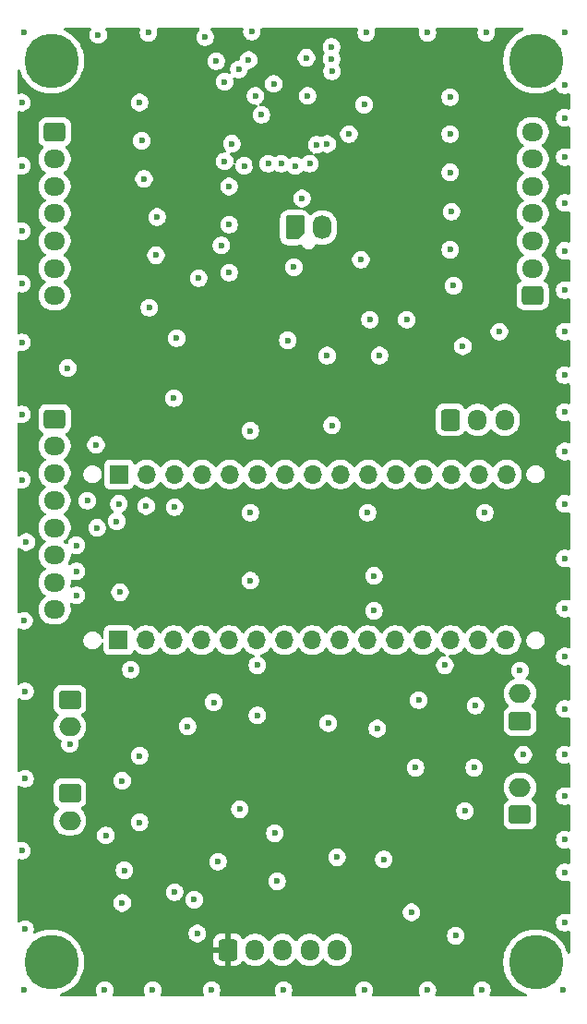
<source format=gbr>
%TF.GenerationSoftware,KiCad,Pcbnew,9.0.0*%
%TF.CreationDate,2025-05-01T21:30:10-04:00*%
%TF.ProjectId,StarterController_Nano,53746172-7465-4724-936f-6e74726f6c6c,rev?*%
%TF.SameCoordinates,Original*%
%TF.FileFunction,Copper,L2,Inr*%
%TF.FilePolarity,Positive*%
%FSLAX46Y46*%
G04 Gerber Fmt 4.6, Leading zero omitted, Abs format (unit mm)*
G04 Created by KiCad (PCBNEW 9.0.0) date 2025-05-01 21:30:10*
%MOMM*%
%LPD*%
G01*
G04 APERTURE LIST*
G04 Aperture macros list*
%AMRoundRect*
0 Rectangle with rounded corners*
0 $1 Rounding radius*
0 $2 $3 $4 $5 $6 $7 $8 $9 X,Y pos of 4 corners*
0 Add a 4 corners polygon primitive as box body*
4,1,4,$2,$3,$4,$5,$6,$7,$8,$9,$2,$3,0*
0 Add four circle primitives for the rounded corners*
1,1,$1+$1,$2,$3*
1,1,$1+$1,$4,$5*
1,1,$1+$1,$6,$7*
1,1,$1+$1,$8,$9*
0 Add four rect primitives between the rounded corners*
20,1,$1+$1,$2,$3,$4,$5,0*
20,1,$1+$1,$4,$5,$6,$7,0*
20,1,$1+$1,$6,$7,$8,$9,0*
20,1,$1+$1,$8,$9,$2,$3,0*%
%AMFreePoly0*
4,1,22,0.945671,0.830970,1.026777,0.776777,1.080970,0.695671,1.100000,0.600000,1.100000,-0.600000,1.080970,-0.695671,1.026777,-0.776777,0.945671,-0.830970,0.850000,-0.850000,-0.450000,-0.850000,-0.545671,-0.830970,-0.626777,-0.776777,-1.026777,-0.376777,-1.080970,-0.295671,-1.100000,-0.200000,-1.100000,0.600000,-1.080970,0.695671,-1.026777,0.776777,-0.945671,0.830970,-0.850000,0.850000,
0.850000,0.850000,0.945671,0.830970,0.945671,0.830970,$1*%
G04 Aperture macros list end*
%TA.AperFunction,ComponentPad*%
%ADD10RoundRect,0.250000X-0.725000X0.600000X-0.725000X-0.600000X0.725000X-0.600000X0.725000X0.600000X0*%
%TD*%
%TA.AperFunction,ComponentPad*%
%ADD11O,1.950000X1.700000*%
%TD*%
%TA.AperFunction,ComponentPad*%
%ADD12RoundRect,0.250000X0.725000X-0.600000X0.725000X0.600000X-0.725000X0.600000X-0.725000X-0.600000X0*%
%TD*%
%TA.AperFunction,ComponentPad*%
%ADD13R,1.700000X1.700000*%
%TD*%
%TA.AperFunction,ComponentPad*%
%ADD14O,1.700000X1.700000*%
%TD*%
%TA.AperFunction,ComponentPad*%
%ADD15RoundRect,0.250000X-0.600000X-0.725000X0.600000X-0.725000X0.600000X0.725000X-0.600000X0.725000X0*%
%TD*%
%TA.AperFunction,ComponentPad*%
%ADD16O,1.700000X1.950000*%
%TD*%
%TA.AperFunction,ComponentPad*%
%ADD17C,5.000000*%
%TD*%
%TA.AperFunction,ComponentPad*%
%ADD18RoundRect,0.250000X0.750000X-0.600000X0.750000X0.600000X-0.750000X0.600000X-0.750000X-0.600000X0*%
%TD*%
%TA.AperFunction,ComponentPad*%
%ADD19O,2.000000X1.700000*%
%TD*%
%TA.AperFunction,ComponentPad*%
%ADD20FreePoly0,90.000000*%
%TD*%
%TA.AperFunction,ComponentPad*%
%ADD21O,1.700000X2.200000*%
%TD*%
%TA.AperFunction,ComponentPad*%
%ADD22RoundRect,0.250000X-0.750000X0.600000X-0.750000X-0.600000X0.750000X-0.600000X0.750000X0.600000X0*%
%TD*%
%TA.AperFunction,ViaPad*%
%ADD23C,0.600000*%
%TD*%
G04 APERTURE END LIST*
D10*
%TO.N,+3.3V*%
%TO.C,J1*%
X97800000Y-78400000D03*
D11*
%TO.N,GND*%
X97800000Y-80900000D03*
%TO.N,/D8*%
X97800000Y-83400000D03*
%TO.N,/D13{slash}SCK*%
X97800000Y-85900000D03*
%TO.N,/\u002AD11{slash}MOSI*%
X97800000Y-88400000D03*
%TO.N,/D12{slash}MISO*%
X97800000Y-90900000D03*
%TO.N,/\u002AD9*%
X97800000Y-93400000D03*
%TO.N,/\u002AD10{slash}SS*%
X97800000Y-95900000D03*
%TD*%
D10*
%TO.N,+12V*%
%TO.C,J4*%
X97800000Y-52100000D03*
D11*
%TO.N,/Light_Control/Light_B_Right*%
X97800000Y-54600000D03*
%TO.N,/Light_Control/Light_Y3_Right*%
X97800000Y-57100000D03*
%TO.N,/Light_Control/Light_Y2_Right*%
X97800000Y-59600000D03*
%TO.N,/Light_Control/Light_Y1_Right*%
X97800000Y-62100000D03*
%TO.N,/Light_Control/Light_G_Right*%
X97800000Y-64600000D03*
%TO.N,/Light_Control/Light_R_Right*%
X97800000Y-67100000D03*
%TD*%
D12*
%TO.N,+12V*%
%TO.C,J3*%
X141649840Y-67100000D03*
D11*
%TO.N,/Light_Control/Light_B_Left*%
X141649840Y-64600000D03*
%TO.N,/Light_Control/Light_Y3_Left*%
X141649840Y-62100000D03*
%TO.N,/Light_Control/Light_Y2_Left*%
X141649840Y-59600000D03*
%TO.N,/Light_Control/Light_Y1_Left*%
X141649840Y-57100000D03*
%TO.N,/Light_Control/Light_G_Left*%
X141649840Y-54600000D03*
%TO.N,/Light_Control/Light_R_Left*%
X141649840Y-52100000D03*
%TD*%
D13*
%TO.N,/D12{slash}MISO*%
%TO.C,J13*%
X103710000Y-83500000D03*
D14*
%TO.N,/\u002AD11{slash}MOSI*%
X106250000Y-83500000D03*
%TO.N,/\u002AD10{slash}SS*%
X108790000Y-83500000D03*
%TO.N,/\u002AD9*%
X111330000Y-83500000D03*
%TO.N,/D8*%
X113870000Y-83500000D03*
%TO.N,/D7*%
X116410000Y-83500000D03*
%TO.N,/\u002AD6*%
X118950000Y-83500000D03*
%TO.N,/\u002AD5*%
X121490000Y-83500000D03*
%TO.N,/D4*%
X124030000Y-83500000D03*
%TO.N,/\u002AD3*%
X126570000Y-83500000D03*
%TO.N,/D2*%
X129110000Y-83500000D03*
%TO.N,GND*%
X131650000Y-83500000D03*
%TO.N,/~{RESET}*%
X134190000Y-83500000D03*
%TO.N,/D0{slash}RX*%
X136730000Y-83500000D03*
%TO.N,/D1{slash}TX*%
X139270000Y-83500000D03*
%TD*%
D15*
%TO.N,+5V*%
%TO.C,J2*%
X113700000Y-127100000D03*
D16*
%TO.N,+12V*%
X116200000Y-127100000D03*
%TO.N,/Gate_Control/Gate R Rtn*%
X118700000Y-127100000D03*
%TO.N,/Gate_Control/Gate L Rtn*%
X121200000Y-127100000D03*
%TO.N,/Gate_Control/Gate Reset Rtn*%
X123700000Y-127100000D03*
%TD*%
D15*
%TO.N,/D0{slash}RX*%
%TO.C,J5*%
X134100000Y-78500000D03*
D16*
%TO.N,/D1{slash}TX*%
X136600000Y-78500000D03*
%TO.N,GND*%
X139100000Y-78500000D03*
%TD*%
D17*
%TO.N,GND*%
%TO.C,H2*%
X141949840Y-45563000D03*
%TD*%
D18*
%TO.N,/Button_Debounce/TrigS_Raw*%
%TO.C,J9*%
X140500000Y-106100000D03*
D19*
%TO.N,GND*%
X140500000Y-103600000D03*
%TD*%
D20*
%TO.N,GND*%
%TO.C,J6*%
X119850000Y-60870000D03*
D21*
%TO.N,/Power/+12VDC*%
X122350000Y-60870000D03*
%TD*%
D22*
%TO.N,/Button_Debounce/TrigR_Raw*%
%TO.C,J10*%
X99200000Y-112750000D03*
D19*
%TO.N,GND*%
X99200000Y-115250000D03*
%TD*%
D22*
%TO.N,/Button_Debounce/TrigL_Raw*%
%TO.C,J7*%
X99200000Y-104150000D03*
D19*
%TO.N,GND*%
X99200000Y-106650000D03*
%TD*%
D17*
%TO.N,GND*%
%TO.C,H4*%
X141949840Y-128240000D03*
%TD*%
%TO.N,GND*%
%TO.C,H3*%
X97500000Y-128240000D03*
%TD*%
D13*
%TO.N,/D13{slash}SCK*%
%TO.C,J12*%
X103670000Y-98705000D03*
D14*
%TO.N,+3.3V*%
X106210000Y-98705000D03*
%TO.N,/AREF*%
X108750000Y-98705000D03*
%TO.N,/A0*%
X111290000Y-98705000D03*
%TO.N,/A1*%
X113830000Y-98705000D03*
%TO.N,/A2*%
X116370000Y-98705000D03*
%TO.N,/A3*%
X118910000Y-98705000D03*
%TO.N,/A4{slash}SDA*%
X121450000Y-98705000D03*
%TO.N,/A5{slash}SCL*%
X123990000Y-98705000D03*
%TO.N,/A6*%
X126530000Y-98705000D03*
%TO.N,/A7*%
X129070000Y-98705000D03*
%TO.N,/+5VDC*%
X131610000Y-98705000D03*
%TO.N,/~{RESET}*%
X134150000Y-98705000D03*
%TO.N,GND*%
X136690000Y-98705000D03*
%TO.N,+12V*%
X139230000Y-98705000D03*
%TD*%
D18*
%TO.N,/Button_Debounce/Mode_Raw*%
%TO.C,J8*%
X140500000Y-114700000D03*
D19*
%TO.N,GND*%
X140500000Y-112200000D03*
%TD*%
D17*
%TO.N,GND*%
%TO.C,H1*%
X97500000Y-45563000D03*
%TD*%
D23*
%TO.N,GND*%
X99800000Y-94600000D03*
X95100000Y-125200000D03*
X112800000Y-119000000D03*
X123250000Y-79000000D03*
X144600000Y-109200000D03*
X123263842Y-46532239D03*
X115750000Y-79500000D03*
X108750000Y-76500000D03*
X107200000Y-59900000D03*
X116400000Y-101000000D03*
X144600000Y-47800000D03*
X94800000Y-55200000D03*
X127400000Y-106800000D03*
X122800000Y-72600000D03*
X144600000Y-120000000D03*
X99000000Y-73750000D03*
X134100000Y-55800000D03*
X107100000Y-63400000D03*
X109000000Y-71000000D03*
X102400000Y-130800000D03*
X111600000Y-43400000D03*
X127100000Y-92800000D03*
X95000000Y-43000000D03*
X144600000Y-58600000D03*
X136300000Y-110400000D03*
X126400000Y-43000000D03*
X94800000Y-66000000D03*
X112200000Y-130800000D03*
X137000000Y-130800000D03*
X105600000Y-109300000D03*
X105800000Y-52900000D03*
X140800000Y-109200000D03*
X101800000Y-43200000D03*
X115900000Y-42900000D03*
X144600000Y-113000000D03*
X144600000Y-117000000D03*
X144600000Y-100200000D03*
X144600000Y-50800000D03*
X144600000Y-95800000D03*
X144600000Y-105000000D03*
X103700000Y-86200000D03*
X144600000Y-54400000D03*
X117900000Y-47700000D03*
X115750000Y-93250000D03*
X134100000Y-48900000D03*
X104800000Y-101400000D03*
X99800000Y-90000000D03*
X135450000Y-114350000D03*
X95100000Y-103400000D03*
X106400000Y-43000000D03*
X130900000Y-110400000D03*
X94800000Y-61200000D03*
X115750000Y-87000000D03*
X119200000Y-71200000D03*
X113800000Y-57100000D03*
X134400000Y-66200000D03*
X120900000Y-45300000D03*
X119875000Y-55200000D03*
X132000000Y-43000000D03*
X135250000Y-71750000D03*
X134100000Y-52300000D03*
X118200000Y-120800000D03*
X131200000Y-104200000D03*
X144600000Y-70400000D03*
X123200000Y-44300000D03*
X134100000Y-62900000D03*
X95000000Y-130800000D03*
X110000000Y-106600000D03*
X94800000Y-71400000D03*
X104200000Y-119800000D03*
X144600000Y-74400000D03*
X144600000Y-66600000D03*
X127100000Y-96000000D03*
X123700000Y-118600000D03*
X144600000Y-63000000D03*
X130547500Y-123652500D03*
X101600000Y-80800000D03*
X132000000Y-130800000D03*
X102500000Y-116600000D03*
X99200000Y-108200000D03*
X144600000Y-43000000D03*
X144600000Y-77800000D03*
X94800000Y-84000000D03*
X118800000Y-130800000D03*
X137250000Y-87000000D03*
X133600000Y-101000000D03*
X112400000Y-104400000D03*
X95200000Y-89700000D03*
X106800000Y-130800000D03*
X122900000Y-106300000D03*
X127600000Y-72600000D03*
X110600000Y-122500000D03*
X105600000Y-49400000D03*
X104000000Y-122800000D03*
X106200000Y-86400000D03*
X134200000Y-59400000D03*
X94800000Y-78000000D03*
X95000000Y-96900000D03*
X94800000Y-118000000D03*
X94800000Y-49400000D03*
X126500000Y-87000000D03*
X137400000Y-43000000D03*
X144600000Y-81400000D03*
X110900000Y-125600000D03*
X113800000Y-65000000D03*
X126200000Y-130800000D03*
X100800000Y-85900000D03*
X144600000Y-86200000D03*
X95100000Y-111400000D03*
X103800000Y-94300000D03*
X144600000Y-124600000D03*
X105600000Y-115400000D03*
X144400000Y-130800000D03*
X116400000Y-105600000D03*
X119750000Y-64500000D03*
X113800000Y-60600000D03*
X121000000Y-48800000D03*
X136400000Y-104700000D03*
X104000000Y-111600000D03*
X118000000Y-116400000D03*
X106000000Y-56400000D03*
X144600000Y-91200000D03*
X99800000Y-92400000D03*
X140500000Y-101500000D03*
%TO.N,+5V*%
X119000000Y-106200000D03*
X123208058Y-55391942D03*
X135800000Y-106225000D03*
X126025000Y-74475000D03*
X116200000Y-55000000D03*
X120200000Y-46200000D03*
X126600000Y-114400000D03*
X102382809Y-106200000D03*
X116400000Y-59600000D03*
X104350000Y-108950000D03*
X132800000Y-114800000D03*
X106200000Y-93800000D03*
X138000000Y-108800000D03*
X138600000Y-93800000D03*
X108600000Y-115800000D03*
%TO.N,/A2*%
X128000000Y-118800000D03*
%TO.N,/A1*%
X114800000Y-114200000D03*
%TO.N,/A0*%
X108800000Y-121800000D03*
%TO.N,/\u002AD11{slash}MOSI*%
X101700000Y-88400000D03*
X103500000Y-87800000D03*
%TO.N,+12V*%
X130100000Y-69300000D03*
X106500000Y-68212500D03*
X126725000Y-69300000D03*
X134600000Y-125800000D03*
X138600000Y-70400000D03*
%TO.N,/\u002AD3*%
X118600000Y-55000000D03*
%TO.N,/\u002AD10{slash}SS*%
X108800000Y-86500000D03*
%TO.N,/D4*%
X117400000Y-55000000D03*
%TO.N,/D2*%
X121200000Y-55000000D03*
%TO.N,/Light_Control/Yellow 1*%
X122792500Y-53207500D03*
X120500000Y-58200000D03*
%TO.N,/Light_Control/Yellow 2*%
X121845204Y-53270911D03*
X115200000Y-55200000D03*
%TO.N,/Light_Control/Green L*%
X126200000Y-49600000D03*
X115600000Y-45500000D03*
%TO.N,/Light_Control/Blue L*%
X124800000Y-52300000D03*
X125900000Y-63800000D03*
%TO.N,/Light_Control/Green R*%
X113100000Y-62500000D03*
X116225000Y-48800000D03*
%TO.N,/Light_Control/Red R*%
X116771981Y-50525000D03*
X112625000Y-45600000D03*
X123200000Y-45400000D03*
X111000000Y-65500000D03*
%TO.N,/Light_Control/Blue R*%
X113400000Y-54800000D03*
X113400000Y-47500000D03*
%TO.N,/Light_Control/Go*%
X114048192Y-53176808D03*
X114700000Y-46361500D03*
%TD*%
%TA.AperFunction,Conductor*%
%TO.N,+5V*%
G36*
X101089977Y-42580185D02*
G01*
X101135732Y-42632989D01*
X101145676Y-42702147D01*
X101126041Y-42753390D01*
X101083515Y-42817033D01*
X101022570Y-42964168D01*
X101022568Y-42964176D01*
X100991500Y-43120365D01*
X100991500Y-43279634D01*
X101022568Y-43435823D01*
X101022570Y-43435831D01*
X101083517Y-43582969D01*
X101171995Y-43715387D01*
X101172001Y-43715394D01*
X101284605Y-43827998D01*
X101284612Y-43828004D01*
X101417030Y-43916482D01*
X101417031Y-43916482D01*
X101417032Y-43916483D01*
X101564169Y-43977430D01*
X101720365Y-44008499D01*
X101720369Y-44008500D01*
X101720370Y-44008500D01*
X101879631Y-44008500D01*
X101879632Y-44008499D01*
X102035831Y-43977430D01*
X102182968Y-43916483D01*
X102315389Y-43828003D01*
X102428003Y-43715389D01*
X102516483Y-43582968D01*
X102577430Y-43435831D01*
X102608500Y-43279630D01*
X102608500Y-43120370D01*
X102577430Y-42964169D01*
X102517866Y-42820370D01*
X102516484Y-42817033D01*
X102473959Y-42753390D01*
X102453082Y-42686713D01*
X102471567Y-42619333D01*
X102523546Y-42572643D01*
X102577062Y-42560500D01*
X105521354Y-42560500D01*
X105588393Y-42580185D01*
X105634148Y-42632989D01*
X105644092Y-42702147D01*
X105635916Y-42731947D01*
X105627035Y-42753390D01*
X105622569Y-42764172D01*
X105622568Y-42764176D01*
X105591500Y-42920365D01*
X105591500Y-43079634D01*
X105622568Y-43235823D01*
X105622570Y-43235831D01*
X105683517Y-43382969D01*
X105771995Y-43515387D01*
X105772001Y-43515394D01*
X105884605Y-43627998D01*
X105884612Y-43628004D01*
X106017030Y-43716482D01*
X106017031Y-43716482D01*
X106017032Y-43716483D01*
X106164169Y-43777430D01*
X106320365Y-43808499D01*
X106320369Y-43808500D01*
X106320370Y-43808500D01*
X106479631Y-43808500D01*
X106479632Y-43808499D01*
X106635831Y-43777430D01*
X106782968Y-43716483D01*
X106915389Y-43628003D01*
X107028003Y-43515389D01*
X107116483Y-43382968D01*
X107177430Y-43235831D01*
X107208500Y-43079630D01*
X107208500Y-42920370D01*
X107177430Y-42764169D01*
X107164084Y-42731950D01*
X107156616Y-42662485D01*
X107187890Y-42600005D01*
X107247979Y-42564352D01*
X107278646Y-42560500D01*
X110996745Y-42560500D01*
X111063784Y-42580185D01*
X111109539Y-42632989D01*
X111119483Y-42702147D01*
X111090458Y-42765703D01*
X111084426Y-42772181D01*
X110972001Y-42884605D01*
X110971995Y-42884612D01*
X110883517Y-43017030D01*
X110822570Y-43164168D01*
X110822568Y-43164176D01*
X110791500Y-43320365D01*
X110791500Y-43479634D01*
X110822568Y-43635823D01*
X110822570Y-43635831D01*
X110883517Y-43782969D01*
X110971995Y-43915387D01*
X110972001Y-43915394D01*
X111084605Y-44027998D01*
X111084612Y-44028004D01*
X111217030Y-44116482D01*
X111217031Y-44116482D01*
X111217032Y-44116483D01*
X111364169Y-44177430D01*
X111520365Y-44208499D01*
X111520369Y-44208500D01*
X111520370Y-44208500D01*
X111679631Y-44208500D01*
X111679632Y-44208499D01*
X111835831Y-44177430D01*
X111982968Y-44116483D01*
X111999502Y-44105436D01*
X112028758Y-44085887D01*
X112115389Y-44028003D01*
X112228003Y-43915389D01*
X112316483Y-43782968D01*
X112377430Y-43635831D01*
X112408500Y-43479630D01*
X112408500Y-43320370D01*
X112377430Y-43164169D01*
X112316483Y-43017032D01*
X112285617Y-42970838D01*
X112228004Y-42884612D01*
X112227998Y-42884605D01*
X112115574Y-42772181D01*
X112082089Y-42710858D01*
X112087073Y-42641166D01*
X112128945Y-42585233D01*
X112194409Y-42560816D01*
X112203255Y-42560500D01*
X114992097Y-42560500D01*
X115059136Y-42580185D01*
X115104891Y-42632989D01*
X115114835Y-42702147D01*
X115113714Y-42708691D01*
X115091500Y-42820366D01*
X115091500Y-42979634D01*
X115122568Y-43135823D01*
X115122570Y-43135831D01*
X115183517Y-43282969D01*
X115271995Y-43415387D01*
X115272001Y-43415394D01*
X115384605Y-43527998D01*
X115384612Y-43528004D01*
X115517030Y-43616482D01*
X115517031Y-43616482D01*
X115517032Y-43616483D01*
X115664169Y-43677430D01*
X115820365Y-43708499D01*
X115820369Y-43708500D01*
X115820370Y-43708500D01*
X115979631Y-43708500D01*
X115979632Y-43708499D01*
X116135831Y-43677430D01*
X116282968Y-43616483D01*
X116415389Y-43528003D01*
X116528003Y-43415389D01*
X116616483Y-43282968D01*
X116677430Y-43135831D01*
X116708500Y-42979630D01*
X116708500Y-42820370D01*
X116686286Y-42708691D01*
X116692513Y-42639100D01*
X116735376Y-42583922D01*
X116801266Y-42560678D01*
X116807903Y-42560500D01*
X125521354Y-42560500D01*
X125588393Y-42580185D01*
X125634148Y-42632989D01*
X125644092Y-42702147D01*
X125635916Y-42731947D01*
X125627035Y-42753390D01*
X125622569Y-42764172D01*
X125622568Y-42764176D01*
X125591500Y-42920365D01*
X125591500Y-43079634D01*
X125622568Y-43235823D01*
X125622570Y-43235831D01*
X125683517Y-43382969D01*
X125771995Y-43515387D01*
X125772001Y-43515394D01*
X125884605Y-43627998D01*
X125884612Y-43628004D01*
X126017030Y-43716482D01*
X126017031Y-43716482D01*
X126017032Y-43716483D01*
X126164169Y-43777430D01*
X126320365Y-43808499D01*
X126320369Y-43808500D01*
X126320370Y-43808500D01*
X126479631Y-43808500D01*
X126479632Y-43808499D01*
X126635831Y-43777430D01*
X126782968Y-43716483D01*
X126915389Y-43628003D01*
X127028003Y-43515389D01*
X127116483Y-43382968D01*
X127177430Y-43235831D01*
X127208500Y-43079630D01*
X127208500Y-42920370D01*
X127177430Y-42764169D01*
X127164084Y-42731950D01*
X127156616Y-42662485D01*
X127187890Y-42600005D01*
X127247979Y-42564352D01*
X127278646Y-42560500D01*
X131121354Y-42560500D01*
X131188393Y-42580185D01*
X131234148Y-42632989D01*
X131244092Y-42702147D01*
X131235916Y-42731947D01*
X131227035Y-42753390D01*
X131222569Y-42764172D01*
X131222568Y-42764176D01*
X131191500Y-42920365D01*
X131191500Y-43079634D01*
X131222568Y-43235823D01*
X131222570Y-43235831D01*
X131283517Y-43382969D01*
X131371995Y-43515387D01*
X131372001Y-43515394D01*
X131484605Y-43627998D01*
X131484612Y-43628004D01*
X131617030Y-43716482D01*
X131617031Y-43716482D01*
X131617032Y-43716483D01*
X131764169Y-43777430D01*
X131920365Y-43808499D01*
X131920369Y-43808500D01*
X131920370Y-43808500D01*
X132079631Y-43808500D01*
X132079632Y-43808499D01*
X132235831Y-43777430D01*
X132382968Y-43716483D01*
X132515389Y-43628003D01*
X132628003Y-43515389D01*
X132716483Y-43382968D01*
X132777430Y-43235831D01*
X132808500Y-43079630D01*
X132808500Y-42920370D01*
X132777430Y-42764169D01*
X132764084Y-42731950D01*
X132756616Y-42662485D01*
X132787890Y-42600005D01*
X132847979Y-42564352D01*
X132878646Y-42560500D01*
X136521354Y-42560500D01*
X136588393Y-42580185D01*
X136634148Y-42632989D01*
X136644092Y-42702147D01*
X136635916Y-42731947D01*
X136627035Y-42753390D01*
X136622569Y-42764172D01*
X136622568Y-42764176D01*
X136591500Y-42920365D01*
X136591500Y-43079634D01*
X136622568Y-43235823D01*
X136622570Y-43235831D01*
X136683517Y-43382969D01*
X136771995Y-43515387D01*
X136772001Y-43515394D01*
X136884605Y-43627998D01*
X136884612Y-43628004D01*
X137017030Y-43716482D01*
X137017031Y-43716482D01*
X137017032Y-43716483D01*
X137164169Y-43777430D01*
X137320365Y-43808499D01*
X137320369Y-43808500D01*
X137320370Y-43808500D01*
X137479631Y-43808500D01*
X137479632Y-43808499D01*
X137635831Y-43777430D01*
X137782968Y-43716483D01*
X137915389Y-43628003D01*
X138028003Y-43515389D01*
X138116483Y-43382968D01*
X138177430Y-43235831D01*
X138208500Y-43079630D01*
X138208500Y-42920370D01*
X138177430Y-42764169D01*
X138164084Y-42731950D01*
X138156616Y-42662485D01*
X138187890Y-42600005D01*
X138247979Y-42564352D01*
X138278646Y-42560500D01*
X140707431Y-42560500D01*
X140774470Y-42580185D01*
X140820225Y-42632989D01*
X140830169Y-42702147D01*
X140801144Y-42765703D01*
X140761233Y-42796220D01*
X140492281Y-42925740D01*
X140206166Y-43105518D01*
X139941978Y-43316200D01*
X139703040Y-43555138D01*
X139492358Y-43819326D01*
X139312580Y-44105441D01*
X139165972Y-44409875D01*
X139165966Y-44409889D01*
X139054368Y-44728816D01*
X139054364Y-44728828D01*
X138979174Y-45058260D01*
X138979172Y-45058276D01*
X138941340Y-45394041D01*
X138941340Y-45731958D01*
X138979172Y-46067723D01*
X138979174Y-46067739D01*
X139054364Y-46397171D01*
X139054368Y-46397183D01*
X139165966Y-46716110D01*
X139165972Y-46716124D01*
X139312580Y-47020558D01*
X139344900Y-47071995D01*
X139492359Y-47306675D01*
X139617956Y-47464169D01*
X139697703Y-47564169D01*
X139703041Y-47570862D01*
X139941978Y-47809799D01*
X140206165Y-48020481D01*
X140492279Y-48200258D01*
X140796723Y-48346871D01*
X140903038Y-48384072D01*
X141115656Y-48458471D01*
X141115668Y-48458475D01*
X141445104Y-48533666D01*
X141780882Y-48571499D01*
X141780883Y-48571500D01*
X141780886Y-48571500D01*
X142118797Y-48571500D01*
X142118797Y-48571499D01*
X142454576Y-48533666D01*
X142784012Y-48458475D01*
X143102957Y-48346871D01*
X143407401Y-48200258D01*
X143666536Y-48037432D01*
X143733772Y-48018433D01*
X143800607Y-48038801D01*
X143845821Y-48092069D01*
X143847068Y-48094974D01*
X143883517Y-48182969D01*
X143971995Y-48315387D01*
X143972001Y-48315394D01*
X144084605Y-48427998D01*
X144084612Y-48428004D01*
X144217030Y-48516482D01*
X144217031Y-48516482D01*
X144217032Y-48516483D01*
X144364169Y-48577430D01*
X144507269Y-48605894D01*
X144520365Y-48608499D01*
X144520369Y-48608500D01*
X144520370Y-48608500D01*
X144679631Y-48608500D01*
X144679632Y-48608499D01*
X144835831Y-48577430D01*
X144845580Y-48573392D01*
X144851050Y-48571125D01*
X144903046Y-48549587D01*
X144972515Y-48542118D01*
X145034995Y-48573392D01*
X145070648Y-48633481D01*
X145074500Y-48664148D01*
X145074500Y-49935851D01*
X145054815Y-50002890D01*
X145002011Y-50048645D01*
X144932853Y-50058589D01*
X144903047Y-50050412D01*
X144835831Y-50022570D01*
X144835823Y-50022568D01*
X144679634Y-49991500D01*
X144679630Y-49991500D01*
X144520370Y-49991500D01*
X144520365Y-49991500D01*
X144364176Y-50022568D01*
X144364168Y-50022570D01*
X144217030Y-50083517D01*
X144084612Y-50171995D01*
X144084605Y-50172001D01*
X143972001Y-50284605D01*
X143971995Y-50284612D01*
X143883517Y-50417030D01*
X143822570Y-50564168D01*
X143822568Y-50564176D01*
X143791500Y-50720365D01*
X143791500Y-50879634D01*
X143822568Y-51035823D01*
X143822570Y-51035831D01*
X143883517Y-51182969D01*
X143971995Y-51315387D01*
X143972001Y-51315394D01*
X144084605Y-51427998D01*
X144084612Y-51428004D01*
X144217030Y-51516482D01*
X144217031Y-51516482D01*
X144217032Y-51516483D01*
X144364169Y-51577430D01*
X144520365Y-51608499D01*
X144520369Y-51608500D01*
X144520370Y-51608500D01*
X144679631Y-51608500D01*
X144679632Y-51608499D01*
X144835831Y-51577430D01*
X144845580Y-51573392D01*
X144851050Y-51571125D01*
X144903046Y-51549587D01*
X144972515Y-51542118D01*
X145034995Y-51573392D01*
X145070648Y-51633481D01*
X145074500Y-51664148D01*
X145074500Y-53535851D01*
X145054815Y-53602890D01*
X145002011Y-53648645D01*
X144932853Y-53658589D01*
X144903047Y-53650412D01*
X144835831Y-53622570D01*
X144835823Y-53622568D01*
X144679634Y-53591500D01*
X144679630Y-53591500D01*
X144520370Y-53591500D01*
X144520365Y-53591500D01*
X144364176Y-53622568D01*
X144364168Y-53622570D01*
X144217030Y-53683517D01*
X144084612Y-53771995D01*
X144084605Y-53772001D01*
X143972001Y-53884605D01*
X143971995Y-53884612D01*
X143883517Y-54017030D01*
X143822570Y-54164168D01*
X143822568Y-54164176D01*
X143791500Y-54320365D01*
X143791500Y-54479634D01*
X143822568Y-54635823D01*
X143822570Y-54635831D01*
X143883517Y-54782969D01*
X143971995Y-54915387D01*
X143972001Y-54915394D01*
X144084605Y-55027998D01*
X144084612Y-55028004D01*
X144217030Y-55116482D01*
X144217031Y-55116482D01*
X144217032Y-55116483D01*
X144364169Y-55177430D01*
X144520365Y-55208499D01*
X144520369Y-55208500D01*
X144520370Y-55208500D01*
X144679631Y-55208500D01*
X144679632Y-55208499D01*
X144835831Y-55177430D01*
X144845580Y-55173392D01*
X144851050Y-55171125D01*
X144903046Y-55149587D01*
X144972515Y-55142118D01*
X145034995Y-55173392D01*
X145070648Y-55233481D01*
X145074500Y-55264148D01*
X145074500Y-57735851D01*
X145054815Y-57802890D01*
X145002011Y-57848645D01*
X144932853Y-57858589D01*
X144903047Y-57850412D01*
X144835831Y-57822570D01*
X144835823Y-57822568D01*
X144679634Y-57791500D01*
X144679630Y-57791500D01*
X144520370Y-57791500D01*
X144520365Y-57791500D01*
X144364176Y-57822568D01*
X144364168Y-57822570D01*
X144217030Y-57883517D01*
X144084612Y-57971995D01*
X144084605Y-57972001D01*
X143972001Y-58084605D01*
X143971995Y-58084612D01*
X143883517Y-58217030D01*
X143822570Y-58364168D01*
X143822568Y-58364176D01*
X143791500Y-58520365D01*
X143791500Y-58679634D01*
X143822568Y-58835823D01*
X143822570Y-58835831D01*
X143883517Y-58982969D01*
X143971995Y-59115387D01*
X143972001Y-59115394D01*
X144084605Y-59227998D01*
X144084612Y-59228004D01*
X144217030Y-59316482D01*
X144217031Y-59316482D01*
X144217032Y-59316483D01*
X144364169Y-59377430D01*
X144520365Y-59408499D01*
X144520369Y-59408500D01*
X144520370Y-59408500D01*
X144679631Y-59408500D01*
X144679632Y-59408499D01*
X144835831Y-59377430D01*
X144845580Y-59373392D01*
X144875433Y-59361026D01*
X144903046Y-59349587D01*
X144972515Y-59342118D01*
X145034995Y-59373392D01*
X145070648Y-59433481D01*
X145074500Y-59464148D01*
X145074500Y-62135851D01*
X145054815Y-62202890D01*
X145002011Y-62248645D01*
X144932853Y-62258589D01*
X144903047Y-62250412D01*
X144835831Y-62222570D01*
X144835823Y-62222568D01*
X144679634Y-62191500D01*
X144679630Y-62191500D01*
X144520370Y-62191500D01*
X144520365Y-62191500D01*
X144364176Y-62222568D01*
X144364168Y-62222570D01*
X144217030Y-62283517D01*
X144084612Y-62371995D01*
X144084605Y-62372001D01*
X143972001Y-62484605D01*
X143971995Y-62484612D01*
X143883517Y-62617030D01*
X143822570Y-62764168D01*
X143822568Y-62764176D01*
X143791500Y-62920365D01*
X143791500Y-63079634D01*
X143822568Y-63235823D01*
X143822570Y-63235831D01*
X143883517Y-63382969D01*
X143971995Y-63515387D01*
X143972001Y-63515394D01*
X144084605Y-63627998D01*
X144084612Y-63628004D01*
X144217030Y-63716482D01*
X144217031Y-63716482D01*
X144217032Y-63716483D01*
X144364169Y-63777430D01*
X144520365Y-63808499D01*
X144520369Y-63808500D01*
X144520370Y-63808500D01*
X144679631Y-63808500D01*
X144679632Y-63808499D01*
X144835831Y-63777430D01*
X144845580Y-63773392D01*
X144851050Y-63771125D01*
X144903046Y-63749587D01*
X144972515Y-63742118D01*
X145034995Y-63773392D01*
X145070648Y-63833481D01*
X145074500Y-63864148D01*
X145074500Y-65735851D01*
X145054815Y-65802890D01*
X145002011Y-65848645D01*
X144932853Y-65858589D01*
X144903047Y-65850412D01*
X144835831Y-65822570D01*
X144835823Y-65822568D01*
X144679634Y-65791500D01*
X144679630Y-65791500D01*
X144520370Y-65791500D01*
X144520365Y-65791500D01*
X144364176Y-65822568D01*
X144364168Y-65822570D01*
X144217030Y-65883517D01*
X144084612Y-65971995D01*
X144084605Y-65972001D01*
X143972001Y-66084605D01*
X143971995Y-66084612D01*
X143883517Y-66217030D01*
X143822570Y-66364168D01*
X143822568Y-66364176D01*
X143791500Y-66520365D01*
X143791500Y-66679634D01*
X143822568Y-66835823D01*
X143822570Y-66835831D01*
X143883517Y-66982969D01*
X143971995Y-67115387D01*
X143972001Y-67115394D01*
X144084605Y-67227998D01*
X144084612Y-67228004D01*
X144217030Y-67316482D01*
X144217031Y-67316482D01*
X144217032Y-67316483D01*
X144364169Y-67377430D01*
X144497747Y-67404000D01*
X144520365Y-67408499D01*
X144520369Y-67408500D01*
X144520370Y-67408500D01*
X144679631Y-67408500D01*
X144679632Y-67408499D01*
X144835831Y-67377430D01*
X144845580Y-67373392D01*
X144851050Y-67371125D01*
X144903046Y-67349587D01*
X144972515Y-67342118D01*
X145034995Y-67373392D01*
X145070648Y-67433481D01*
X145074500Y-67464148D01*
X145074500Y-69535851D01*
X145054815Y-69602890D01*
X145002011Y-69648645D01*
X144932853Y-69658589D01*
X144903047Y-69650412D01*
X144835831Y-69622570D01*
X144835823Y-69622568D01*
X144679634Y-69591500D01*
X144679630Y-69591500D01*
X144520370Y-69591500D01*
X144520365Y-69591500D01*
X144364176Y-69622568D01*
X144364168Y-69622570D01*
X144217030Y-69683517D01*
X144084612Y-69771995D01*
X144084605Y-69772001D01*
X143972001Y-69884605D01*
X143971995Y-69884612D01*
X143883517Y-70017030D01*
X143822570Y-70164168D01*
X143822568Y-70164176D01*
X143791500Y-70320365D01*
X143791500Y-70479634D01*
X143822568Y-70635823D01*
X143822570Y-70635831D01*
X143883517Y-70782969D01*
X143971995Y-70915387D01*
X143972001Y-70915394D01*
X144084605Y-71027998D01*
X144084612Y-71028004D01*
X144217030Y-71116482D01*
X144217031Y-71116482D01*
X144217032Y-71116483D01*
X144364169Y-71177430D01*
X144520365Y-71208499D01*
X144520369Y-71208500D01*
X144520370Y-71208500D01*
X144679631Y-71208500D01*
X144679632Y-71208499D01*
X144835831Y-71177430D01*
X144845580Y-71173392D01*
X144851050Y-71171125D01*
X144903046Y-71149587D01*
X144972515Y-71142118D01*
X145034995Y-71173392D01*
X145070648Y-71233481D01*
X145074500Y-71264148D01*
X145074500Y-73535851D01*
X145054815Y-73602890D01*
X145002011Y-73648645D01*
X144932853Y-73658589D01*
X144903047Y-73650412D01*
X144835831Y-73622570D01*
X144835823Y-73622568D01*
X144679634Y-73591500D01*
X144679630Y-73591500D01*
X144520370Y-73591500D01*
X144520365Y-73591500D01*
X144364176Y-73622568D01*
X144364168Y-73622570D01*
X144217030Y-73683517D01*
X144084612Y-73771995D01*
X144084605Y-73772001D01*
X143972001Y-73884605D01*
X143971995Y-73884612D01*
X143883517Y-74017030D01*
X143822570Y-74164168D01*
X143822568Y-74164176D01*
X143791500Y-74320365D01*
X143791500Y-74479634D01*
X143822568Y-74635823D01*
X143822570Y-74635831D01*
X143883517Y-74782969D01*
X143971995Y-74915387D01*
X143972001Y-74915394D01*
X144084605Y-75027998D01*
X144084612Y-75028004D01*
X144217030Y-75116482D01*
X144217031Y-75116482D01*
X144217032Y-75116483D01*
X144364169Y-75177430D01*
X144520365Y-75208499D01*
X144520369Y-75208500D01*
X144520370Y-75208500D01*
X144679631Y-75208500D01*
X144679632Y-75208499D01*
X144835831Y-75177430D01*
X144845580Y-75173392D01*
X144851050Y-75171125D01*
X144903046Y-75149587D01*
X144972515Y-75142118D01*
X145034995Y-75173392D01*
X145070648Y-75233481D01*
X145074500Y-75264148D01*
X145074500Y-76935851D01*
X145054815Y-77002890D01*
X145002011Y-77048645D01*
X144932853Y-77058589D01*
X144903047Y-77050412D01*
X144835831Y-77022570D01*
X144835823Y-77022568D01*
X144679634Y-76991500D01*
X144679630Y-76991500D01*
X144520370Y-76991500D01*
X144520365Y-76991500D01*
X144364176Y-77022568D01*
X144364168Y-77022570D01*
X144217030Y-77083517D01*
X144084612Y-77171995D01*
X144084605Y-77172001D01*
X143972001Y-77284605D01*
X143971995Y-77284612D01*
X143883517Y-77417030D01*
X143822570Y-77564168D01*
X143822568Y-77564176D01*
X143791500Y-77720365D01*
X143791500Y-77879634D01*
X143822568Y-78035823D01*
X143822570Y-78035831D01*
X143883517Y-78182969D01*
X143971995Y-78315387D01*
X143972001Y-78315394D01*
X144084605Y-78427998D01*
X144084612Y-78428004D01*
X144217030Y-78516482D01*
X144217031Y-78516482D01*
X144217032Y-78516483D01*
X144364169Y-78577430D01*
X144520365Y-78608499D01*
X144520369Y-78608500D01*
X144520370Y-78608500D01*
X144679631Y-78608500D01*
X144679632Y-78608499D01*
X144835831Y-78577430D01*
X144845580Y-78573392D01*
X144851050Y-78571125D01*
X144903046Y-78549587D01*
X144972515Y-78542118D01*
X145034995Y-78573392D01*
X145070648Y-78633481D01*
X145074500Y-78664148D01*
X145074500Y-80535851D01*
X145054815Y-80602890D01*
X145002011Y-80648645D01*
X144932853Y-80658589D01*
X144903047Y-80650412D01*
X144835831Y-80622570D01*
X144835823Y-80622568D01*
X144679634Y-80591500D01*
X144679630Y-80591500D01*
X144520370Y-80591500D01*
X144520365Y-80591500D01*
X144364176Y-80622568D01*
X144364168Y-80622570D01*
X144217030Y-80683517D01*
X144084612Y-80771995D01*
X144084605Y-80772001D01*
X143972001Y-80884605D01*
X143971995Y-80884612D01*
X143883517Y-81017030D01*
X143822570Y-81164168D01*
X143822568Y-81164176D01*
X143791500Y-81320365D01*
X143791500Y-81479634D01*
X143822568Y-81635823D01*
X143822570Y-81635831D01*
X143883517Y-81782969D01*
X143971995Y-81915387D01*
X143972001Y-81915394D01*
X144084605Y-82027998D01*
X144084612Y-82028004D01*
X144217030Y-82116482D01*
X144217031Y-82116482D01*
X144217032Y-82116483D01*
X144364169Y-82177430D01*
X144473168Y-82199111D01*
X144520365Y-82208499D01*
X144520369Y-82208500D01*
X144520370Y-82208500D01*
X144679631Y-82208500D01*
X144679632Y-82208499D01*
X144835831Y-82177430D01*
X144845580Y-82173392D01*
X144851050Y-82171125D01*
X144903046Y-82149587D01*
X144972515Y-82142118D01*
X145034995Y-82173392D01*
X145070648Y-82233481D01*
X145074500Y-82264148D01*
X145074500Y-85335851D01*
X145054815Y-85402890D01*
X145002011Y-85448645D01*
X144932853Y-85458589D01*
X144903047Y-85450412D01*
X144835831Y-85422570D01*
X144835823Y-85422568D01*
X144679634Y-85391500D01*
X144679630Y-85391500D01*
X144520370Y-85391500D01*
X144520365Y-85391500D01*
X144364176Y-85422568D01*
X144364168Y-85422570D01*
X144217030Y-85483517D01*
X144084612Y-85571995D01*
X144084605Y-85572001D01*
X143972001Y-85684605D01*
X143971995Y-85684612D01*
X143883517Y-85817030D01*
X143822570Y-85964168D01*
X143822568Y-85964176D01*
X143791500Y-86120365D01*
X143791500Y-86279634D01*
X143822568Y-86435823D01*
X143822570Y-86435831D01*
X143883517Y-86582969D01*
X143971995Y-86715387D01*
X143972001Y-86715394D01*
X144084605Y-86827998D01*
X144084612Y-86828004D01*
X144217030Y-86916482D01*
X144217031Y-86916482D01*
X144217032Y-86916483D01*
X144364169Y-86977430D01*
X144520365Y-87008499D01*
X144520369Y-87008500D01*
X144520370Y-87008500D01*
X144679631Y-87008500D01*
X144679632Y-87008499D01*
X144835831Y-86977430D01*
X144842992Y-86974464D01*
X144871860Y-86962506D01*
X144903046Y-86949587D01*
X144972515Y-86942118D01*
X145034995Y-86973392D01*
X145070648Y-87033481D01*
X145074500Y-87064148D01*
X145074500Y-90335851D01*
X145054815Y-90402890D01*
X145002011Y-90448645D01*
X144932853Y-90458589D01*
X144903047Y-90450412D01*
X144835831Y-90422570D01*
X144835823Y-90422568D01*
X144679634Y-90391500D01*
X144679630Y-90391500D01*
X144520370Y-90391500D01*
X144520365Y-90391500D01*
X144364176Y-90422568D01*
X144364168Y-90422570D01*
X144217030Y-90483517D01*
X144084612Y-90571995D01*
X144084605Y-90572001D01*
X143972001Y-90684605D01*
X143971995Y-90684612D01*
X143883517Y-90817030D01*
X143822570Y-90964168D01*
X143822568Y-90964176D01*
X143791500Y-91120365D01*
X143791500Y-91279634D01*
X143822568Y-91435823D01*
X143822570Y-91435831D01*
X143883517Y-91582969D01*
X143971995Y-91715387D01*
X143972001Y-91715394D01*
X144084605Y-91827998D01*
X144084612Y-91828004D01*
X144217030Y-91916482D01*
X144217031Y-91916482D01*
X144217032Y-91916483D01*
X144364169Y-91977430D01*
X144520365Y-92008499D01*
X144520369Y-92008500D01*
X144520370Y-92008500D01*
X144679631Y-92008500D01*
X144679632Y-92008499D01*
X144835831Y-91977430D01*
X144845580Y-91973392D01*
X144851050Y-91971125D01*
X144903046Y-91949587D01*
X144972515Y-91942118D01*
X145034995Y-91973392D01*
X145070648Y-92033481D01*
X145074500Y-92064148D01*
X145074500Y-94935851D01*
X145054815Y-95002890D01*
X145002011Y-95048645D01*
X144932853Y-95058589D01*
X144903047Y-95050412D01*
X144835831Y-95022570D01*
X144835823Y-95022568D01*
X144679634Y-94991500D01*
X144679630Y-94991500D01*
X144520370Y-94991500D01*
X144520365Y-94991500D01*
X144364176Y-95022568D01*
X144364168Y-95022570D01*
X144217030Y-95083517D01*
X144084612Y-95171995D01*
X144084605Y-95172001D01*
X143972001Y-95284605D01*
X143971995Y-95284612D01*
X143883517Y-95417030D01*
X143822570Y-95564168D01*
X143822568Y-95564176D01*
X143791500Y-95720365D01*
X143791500Y-95879634D01*
X143822568Y-96035823D01*
X143822570Y-96035831D01*
X143883517Y-96182969D01*
X143971995Y-96315387D01*
X143972001Y-96315394D01*
X144084605Y-96427998D01*
X144084612Y-96428004D01*
X144217030Y-96516482D01*
X144217031Y-96516482D01*
X144217032Y-96516483D01*
X144364169Y-96577430D01*
X144520365Y-96608499D01*
X144520369Y-96608500D01*
X144520370Y-96608500D01*
X144679631Y-96608500D01*
X144679632Y-96608499D01*
X144835831Y-96577430D01*
X144845580Y-96573392D01*
X144851050Y-96571125D01*
X144903046Y-96549587D01*
X144972515Y-96542118D01*
X145034995Y-96573392D01*
X145070648Y-96633481D01*
X145074500Y-96664148D01*
X145074500Y-99335851D01*
X145054815Y-99402890D01*
X145002011Y-99448645D01*
X144932853Y-99458589D01*
X144903047Y-99450412D01*
X144835831Y-99422570D01*
X144835823Y-99422568D01*
X144679634Y-99391500D01*
X144679630Y-99391500D01*
X144520370Y-99391500D01*
X144520365Y-99391500D01*
X144364176Y-99422568D01*
X144364168Y-99422570D01*
X144217030Y-99483517D01*
X144084612Y-99571995D01*
X144084605Y-99572001D01*
X143972001Y-99684605D01*
X143971995Y-99684612D01*
X143883517Y-99817030D01*
X143822570Y-99964168D01*
X143822568Y-99964176D01*
X143791500Y-100120365D01*
X143791500Y-100279634D01*
X143822568Y-100435823D01*
X143822570Y-100435831D01*
X143883517Y-100582969D01*
X143971995Y-100715387D01*
X143972001Y-100715394D01*
X144084605Y-100827998D01*
X144084612Y-100828004D01*
X144217030Y-100916482D01*
X144217031Y-100916482D01*
X144217032Y-100916483D01*
X144364169Y-100977430D01*
X144520365Y-101008499D01*
X144520369Y-101008500D01*
X144520370Y-101008500D01*
X144679631Y-101008500D01*
X144679632Y-101008499D01*
X144835831Y-100977430D01*
X144845580Y-100973392D01*
X144851050Y-100971125D01*
X144903046Y-100949587D01*
X144972515Y-100942118D01*
X145034995Y-100973392D01*
X145070648Y-101033481D01*
X145074500Y-101064148D01*
X145074500Y-104135851D01*
X145054815Y-104202890D01*
X145002011Y-104248645D01*
X144932853Y-104258589D01*
X144903047Y-104250412D01*
X144835831Y-104222570D01*
X144835823Y-104222568D01*
X144679634Y-104191500D01*
X144679630Y-104191500D01*
X144520370Y-104191500D01*
X144520365Y-104191500D01*
X144364176Y-104222568D01*
X144364168Y-104222570D01*
X144217030Y-104283517D01*
X144084612Y-104371995D01*
X144084605Y-104372001D01*
X143972001Y-104484605D01*
X143971995Y-104484612D01*
X143883517Y-104617030D01*
X143822570Y-104764168D01*
X143822568Y-104764176D01*
X143791500Y-104920365D01*
X143791500Y-105079634D01*
X143822568Y-105235823D01*
X143822570Y-105235831D01*
X143883517Y-105382969D01*
X143971995Y-105515387D01*
X143972001Y-105515394D01*
X144084605Y-105627998D01*
X144084612Y-105628004D01*
X144217030Y-105716482D01*
X144217031Y-105716482D01*
X144217032Y-105716483D01*
X144364169Y-105777430D01*
X144520365Y-105808499D01*
X144520369Y-105808500D01*
X144520370Y-105808500D01*
X144679631Y-105808500D01*
X144679632Y-105808499D01*
X144835831Y-105777430D01*
X144845580Y-105773392D01*
X144865856Y-105764993D01*
X144903046Y-105749587D01*
X144972515Y-105742118D01*
X145034995Y-105773392D01*
X145070648Y-105833481D01*
X145074500Y-105864148D01*
X145074500Y-108335851D01*
X145054815Y-108402890D01*
X145002011Y-108448645D01*
X144932853Y-108458589D01*
X144903047Y-108450412D01*
X144835831Y-108422570D01*
X144835823Y-108422568D01*
X144679634Y-108391500D01*
X144679630Y-108391500D01*
X144520370Y-108391500D01*
X144520365Y-108391500D01*
X144364176Y-108422568D01*
X144364168Y-108422570D01*
X144217030Y-108483517D01*
X144084612Y-108571995D01*
X144084605Y-108572001D01*
X143972001Y-108684605D01*
X143971995Y-108684612D01*
X143883517Y-108817030D01*
X143822570Y-108964168D01*
X143822568Y-108964176D01*
X143791500Y-109120365D01*
X143791500Y-109279634D01*
X143822568Y-109435823D01*
X143822570Y-109435831D01*
X143883517Y-109582969D01*
X143971995Y-109715387D01*
X143972001Y-109715394D01*
X144084605Y-109827998D01*
X144084612Y-109828004D01*
X144217030Y-109916482D01*
X144217031Y-109916482D01*
X144217032Y-109916483D01*
X144364169Y-109977430D01*
X144520365Y-110008499D01*
X144520369Y-110008500D01*
X144520370Y-110008500D01*
X144679631Y-110008500D01*
X144679632Y-110008499D01*
X144835831Y-109977430D01*
X144845580Y-109973392D01*
X144851050Y-109971125D01*
X144903046Y-109949587D01*
X144972515Y-109942118D01*
X145034995Y-109973392D01*
X145070648Y-110033481D01*
X145074500Y-110064148D01*
X145074500Y-112135851D01*
X145054815Y-112202890D01*
X145002011Y-112248645D01*
X144932853Y-112258589D01*
X144903047Y-112250412D01*
X144835831Y-112222570D01*
X144835823Y-112222568D01*
X144679634Y-112191500D01*
X144679630Y-112191500D01*
X144520370Y-112191500D01*
X144520365Y-112191500D01*
X144364176Y-112222568D01*
X144364168Y-112222570D01*
X144217030Y-112283517D01*
X144084612Y-112371995D01*
X144084605Y-112372001D01*
X143972001Y-112484605D01*
X143971995Y-112484612D01*
X143883517Y-112617030D01*
X143822570Y-112764168D01*
X143822568Y-112764176D01*
X143791500Y-112920365D01*
X143791500Y-113079634D01*
X143822568Y-113235823D01*
X143822570Y-113235831D01*
X143883517Y-113382969D01*
X143971995Y-113515387D01*
X143972001Y-113515394D01*
X144084605Y-113627998D01*
X144084612Y-113628004D01*
X144217030Y-113716482D01*
X144217031Y-113716482D01*
X144217032Y-113716483D01*
X144364169Y-113777430D01*
X144520365Y-113808499D01*
X144520369Y-113808500D01*
X144520370Y-113808500D01*
X144679631Y-113808500D01*
X144679632Y-113808499D01*
X144835831Y-113777430D01*
X144845580Y-113773392D01*
X144851050Y-113771125D01*
X144903046Y-113749587D01*
X144972515Y-113742118D01*
X145034995Y-113773392D01*
X145070648Y-113833481D01*
X145074500Y-113864148D01*
X145074500Y-116135851D01*
X145054815Y-116202890D01*
X145002011Y-116248645D01*
X144932853Y-116258589D01*
X144903047Y-116250412D01*
X144835831Y-116222570D01*
X144835823Y-116222568D01*
X144679634Y-116191500D01*
X144679630Y-116191500D01*
X144520370Y-116191500D01*
X144520365Y-116191500D01*
X144364176Y-116222568D01*
X144364168Y-116222570D01*
X144217030Y-116283517D01*
X144084612Y-116371995D01*
X144084605Y-116372001D01*
X143972001Y-116484605D01*
X143971995Y-116484612D01*
X143883517Y-116617030D01*
X143822570Y-116764168D01*
X143822568Y-116764176D01*
X143791500Y-116920365D01*
X143791500Y-117079634D01*
X143822568Y-117235823D01*
X143822570Y-117235831D01*
X143883517Y-117382969D01*
X143971995Y-117515387D01*
X143972001Y-117515394D01*
X144084605Y-117627998D01*
X144084612Y-117628004D01*
X144217030Y-117716482D01*
X144217031Y-117716482D01*
X144217032Y-117716483D01*
X144364169Y-117777430D01*
X144520365Y-117808499D01*
X144520369Y-117808500D01*
X144520370Y-117808500D01*
X144679631Y-117808500D01*
X144679632Y-117808499D01*
X144835831Y-117777430D01*
X144845580Y-117773392D01*
X144851050Y-117771125D01*
X144903046Y-117749587D01*
X144972515Y-117742118D01*
X145034995Y-117773392D01*
X145070648Y-117833481D01*
X145074500Y-117864148D01*
X145074500Y-119135851D01*
X145054815Y-119202890D01*
X145002011Y-119248645D01*
X144932853Y-119258589D01*
X144903047Y-119250412D01*
X144835831Y-119222570D01*
X144835823Y-119222568D01*
X144679634Y-119191500D01*
X144679630Y-119191500D01*
X144520370Y-119191500D01*
X144520365Y-119191500D01*
X144364176Y-119222568D01*
X144364168Y-119222570D01*
X144217030Y-119283517D01*
X144084612Y-119371995D01*
X144084605Y-119372001D01*
X143972001Y-119484605D01*
X143971995Y-119484612D01*
X143883517Y-119617030D01*
X143822570Y-119764168D01*
X143822568Y-119764176D01*
X143791500Y-119920365D01*
X143791500Y-120079634D01*
X143822568Y-120235823D01*
X143822570Y-120235831D01*
X143883517Y-120382969D01*
X143971995Y-120515387D01*
X143972001Y-120515394D01*
X144084605Y-120627998D01*
X144084612Y-120628004D01*
X144217030Y-120716482D01*
X144217031Y-120716482D01*
X144217032Y-120716483D01*
X144364169Y-120777430D01*
X144520365Y-120808499D01*
X144520369Y-120808500D01*
X144520370Y-120808500D01*
X144679631Y-120808500D01*
X144679632Y-120808499D01*
X144835831Y-120777430D01*
X144845580Y-120773392D01*
X144851050Y-120771125D01*
X144903046Y-120749587D01*
X144972515Y-120742118D01*
X145034995Y-120773392D01*
X145070648Y-120833481D01*
X145074500Y-120864148D01*
X145074500Y-123735851D01*
X145054815Y-123802890D01*
X145002011Y-123848645D01*
X144932853Y-123858589D01*
X144903047Y-123850412D01*
X144835831Y-123822570D01*
X144835823Y-123822568D01*
X144679634Y-123791500D01*
X144679630Y-123791500D01*
X144520370Y-123791500D01*
X144520365Y-123791500D01*
X144364176Y-123822568D01*
X144364168Y-123822570D01*
X144217030Y-123883517D01*
X144084612Y-123971995D01*
X144084605Y-123972001D01*
X143972001Y-124084605D01*
X143971995Y-124084612D01*
X143883517Y-124217030D01*
X143822570Y-124364168D01*
X143822568Y-124364176D01*
X143791500Y-124520365D01*
X143791500Y-124679634D01*
X143822568Y-124835823D01*
X143822570Y-124835831D01*
X143883517Y-124982969D01*
X143971995Y-125115387D01*
X143972001Y-125115394D01*
X144084605Y-125227998D01*
X144084612Y-125228004D01*
X144217030Y-125316482D01*
X144217031Y-125316482D01*
X144217032Y-125316483D01*
X144364169Y-125377430D01*
X144520365Y-125408499D01*
X144520369Y-125408500D01*
X144520370Y-125408500D01*
X144679631Y-125408500D01*
X144679632Y-125408499D01*
X144835831Y-125377430D01*
X144845580Y-125373392D01*
X144851050Y-125371125D01*
X144903046Y-125349587D01*
X144972515Y-125342118D01*
X145034995Y-125373392D01*
X145070648Y-125433481D01*
X145074500Y-125464148D01*
X145074500Y-127330988D01*
X145054815Y-127398027D01*
X145002011Y-127443782D01*
X144932853Y-127453726D01*
X144869297Y-127424701D01*
X144833459Y-127371943D01*
X144733713Y-127086889D01*
X144733711Y-127086883D01*
X144587098Y-126782439D01*
X144407321Y-126496325D01*
X144196639Y-126232138D01*
X143957702Y-125993201D01*
X143944871Y-125982969D01*
X143815293Y-125879634D01*
X143693515Y-125782519D01*
X143442826Y-125625001D01*
X143407398Y-125602740D01*
X143102964Y-125456132D01*
X143102950Y-125456126D01*
X142784023Y-125344528D01*
X142784011Y-125344524D01*
X142454579Y-125269334D01*
X142454563Y-125269332D01*
X142118798Y-125231500D01*
X142118794Y-125231500D01*
X141780886Y-125231500D01*
X141780881Y-125231500D01*
X141445116Y-125269332D01*
X141445100Y-125269334D01*
X141115668Y-125344524D01*
X141115656Y-125344528D01*
X140796729Y-125456126D01*
X140796715Y-125456132D01*
X140492281Y-125602740D01*
X140206166Y-125782518D01*
X139941978Y-125993200D01*
X139703040Y-126232138D01*
X139492358Y-126496326D01*
X139312580Y-126782441D01*
X139165972Y-127086875D01*
X139165966Y-127086889D01*
X139054368Y-127405816D01*
X139054364Y-127405828D01*
X138979174Y-127735260D01*
X138979172Y-127735276D01*
X138941340Y-128071041D01*
X138941340Y-128408958D01*
X138979172Y-128744723D01*
X138979174Y-128744739D01*
X139054364Y-129074171D01*
X139054368Y-129074183D01*
X139165966Y-129393110D01*
X139165972Y-129393124D01*
X139312580Y-129697558D01*
X139312582Y-129697561D01*
X139492359Y-129983675D01*
X139703041Y-130247862D01*
X139941978Y-130486799D01*
X140206165Y-130697481D01*
X140492279Y-130877258D01*
X140492281Y-130877259D01*
X140497213Y-130879634D01*
X140796723Y-131023871D01*
X140796729Y-131023873D01*
X141067037Y-131118459D01*
X141123813Y-131159180D01*
X141149560Y-131224133D01*
X141136104Y-131292695D01*
X141087716Y-131343098D01*
X141026082Y-131359500D01*
X137828940Y-131359500D01*
X137761901Y-131339815D01*
X137716146Y-131287011D01*
X137706202Y-131217853D01*
X137714379Y-131188047D01*
X137728359Y-131154297D01*
X137777430Y-131035831D01*
X137808500Y-130879630D01*
X137808500Y-130720370D01*
X137777430Y-130564169D01*
X137716483Y-130417032D01*
X137628003Y-130284611D01*
X137627998Y-130284605D01*
X137515394Y-130172001D01*
X137515387Y-130171995D01*
X137382969Y-130083517D01*
X137235831Y-130022570D01*
X137235823Y-130022568D01*
X137079634Y-129991500D01*
X137079630Y-129991500D01*
X136920370Y-129991500D01*
X136920365Y-129991500D01*
X136764176Y-130022568D01*
X136764168Y-130022570D01*
X136617030Y-130083517D01*
X136484612Y-130171995D01*
X136484605Y-130172001D01*
X136372001Y-130284605D01*
X136371995Y-130284612D01*
X136283517Y-130417030D01*
X136222570Y-130564168D01*
X136222568Y-130564176D01*
X136191500Y-130720365D01*
X136191500Y-130879634D01*
X136222568Y-131035823D01*
X136222570Y-131035831D01*
X136263844Y-131135475D01*
X136285621Y-131188047D01*
X136293090Y-131257516D01*
X136261815Y-131319995D01*
X136201727Y-131355648D01*
X136171060Y-131359500D01*
X132828940Y-131359500D01*
X132761901Y-131339815D01*
X132716146Y-131287011D01*
X132706202Y-131217853D01*
X132714379Y-131188047D01*
X132728359Y-131154297D01*
X132777430Y-131035831D01*
X132808500Y-130879630D01*
X132808500Y-130720370D01*
X132777430Y-130564169D01*
X132716483Y-130417032D01*
X132628003Y-130284611D01*
X132627998Y-130284605D01*
X132515394Y-130172001D01*
X132515387Y-130171995D01*
X132382969Y-130083517D01*
X132235831Y-130022570D01*
X132235823Y-130022568D01*
X132079634Y-129991500D01*
X132079630Y-129991500D01*
X131920370Y-129991500D01*
X131920365Y-129991500D01*
X131764176Y-130022568D01*
X131764168Y-130022570D01*
X131617030Y-130083517D01*
X131484612Y-130171995D01*
X131484605Y-130172001D01*
X131372001Y-130284605D01*
X131371995Y-130284612D01*
X131283517Y-130417030D01*
X131222570Y-130564168D01*
X131222568Y-130564176D01*
X131191500Y-130720365D01*
X131191500Y-130879634D01*
X131222568Y-131035823D01*
X131222570Y-131035831D01*
X131263844Y-131135475D01*
X131285621Y-131188047D01*
X131293090Y-131257516D01*
X131261815Y-131319995D01*
X131201727Y-131355648D01*
X131171060Y-131359500D01*
X127028940Y-131359500D01*
X126961901Y-131339815D01*
X126916146Y-131287011D01*
X126906202Y-131217853D01*
X126914379Y-131188047D01*
X126928359Y-131154297D01*
X126977430Y-131035831D01*
X127008500Y-130879630D01*
X127008500Y-130720370D01*
X126977430Y-130564169D01*
X126916483Y-130417032D01*
X126828003Y-130284611D01*
X126827998Y-130284605D01*
X126715394Y-130172001D01*
X126715387Y-130171995D01*
X126582969Y-130083517D01*
X126435831Y-130022570D01*
X126435823Y-130022568D01*
X126279634Y-129991500D01*
X126279630Y-129991500D01*
X126120370Y-129991500D01*
X126120365Y-129991500D01*
X125964176Y-130022568D01*
X125964168Y-130022570D01*
X125817030Y-130083517D01*
X125684612Y-130171995D01*
X125684605Y-130172001D01*
X125572001Y-130284605D01*
X125571995Y-130284612D01*
X125483517Y-130417030D01*
X125422570Y-130564168D01*
X125422568Y-130564176D01*
X125391500Y-130720365D01*
X125391500Y-130879634D01*
X125422568Y-131035823D01*
X125422570Y-131035831D01*
X125463844Y-131135475D01*
X125485621Y-131188047D01*
X125493090Y-131257516D01*
X125461815Y-131319995D01*
X125401727Y-131355648D01*
X125371060Y-131359500D01*
X119628940Y-131359500D01*
X119561901Y-131339815D01*
X119516146Y-131287011D01*
X119506202Y-131217853D01*
X119514379Y-131188047D01*
X119528359Y-131154297D01*
X119577430Y-131035831D01*
X119608500Y-130879630D01*
X119608500Y-130720370D01*
X119577430Y-130564169D01*
X119516483Y-130417032D01*
X119428003Y-130284611D01*
X119427998Y-130284605D01*
X119315394Y-130172001D01*
X119315387Y-130171995D01*
X119182969Y-130083517D01*
X119035831Y-130022570D01*
X119035823Y-130022568D01*
X118879634Y-129991500D01*
X118879630Y-129991500D01*
X118720370Y-129991500D01*
X118720365Y-129991500D01*
X118564176Y-130022568D01*
X118564168Y-130022570D01*
X118417030Y-130083517D01*
X118284612Y-130171995D01*
X118284605Y-130172001D01*
X118172001Y-130284605D01*
X118171995Y-130284612D01*
X118083517Y-130417030D01*
X118022570Y-130564168D01*
X118022568Y-130564176D01*
X117991500Y-130720365D01*
X117991500Y-130879634D01*
X118022568Y-131035823D01*
X118022570Y-131035831D01*
X118063844Y-131135475D01*
X118085621Y-131188047D01*
X118093090Y-131257516D01*
X118061815Y-131319995D01*
X118001727Y-131355648D01*
X117971060Y-131359500D01*
X113028940Y-131359500D01*
X112961901Y-131339815D01*
X112916146Y-131287011D01*
X112906202Y-131217853D01*
X112914379Y-131188047D01*
X112928359Y-131154297D01*
X112977430Y-131035831D01*
X113008500Y-130879630D01*
X113008500Y-130720370D01*
X112977430Y-130564169D01*
X112916483Y-130417032D01*
X112828003Y-130284611D01*
X112827998Y-130284605D01*
X112715394Y-130172001D01*
X112715387Y-130171995D01*
X112582969Y-130083517D01*
X112435831Y-130022570D01*
X112435823Y-130022568D01*
X112279634Y-129991500D01*
X112279630Y-129991500D01*
X112120370Y-129991500D01*
X112120365Y-129991500D01*
X111964176Y-130022568D01*
X111964168Y-130022570D01*
X111817030Y-130083517D01*
X111684612Y-130171995D01*
X111684605Y-130172001D01*
X111572001Y-130284605D01*
X111571995Y-130284612D01*
X111483517Y-130417030D01*
X111422570Y-130564168D01*
X111422568Y-130564176D01*
X111391500Y-130720365D01*
X111391500Y-130879634D01*
X111422568Y-131035823D01*
X111422570Y-131035831D01*
X111463844Y-131135475D01*
X111485621Y-131188047D01*
X111493090Y-131257516D01*
X111461815Y-131319995D01*
X111401727Y-131355648D01*
X111371060Y-131359500D01*
X107628940Y-131359500D01*
X107561901Y-131339815D01*
X107516146Y-131287011D01*
X107506202Y-131217853D01*
X107514379Y-131188047D01*
X107528359Y-131154297D01*
X107577430Y-131035831D01*
X107608500Y-130879630D01*
X107608500Y-130720370D01*
X107577430Y-130564169D01*
X107516483Y-130417032D01*
X107428003Y-130284611D01*
X107427998Y-130284605D01*
X107315394Y-130172001D01*
X107315387Y-130171995D01*
X107182969Y-130083517D01*
X107035831Y-130022570D01*
X107035823Y-130022568D01*
X106879634Y-129991500D01*
X106879630Y-129991500D01*
X106720370Y-129991500D01*
X106720365Y-129991500D01*
X106564176Y-130022568D01*
X106564168Y-130022570D01*
X106417030Y-130083517D01*
X106284612Y-130171995D01*
X106284605Y-130172001D01*
X106172001Y-130284605D01*
X106171995Y-130284612D01*
X106083517Y-130417030D01*
X106022570Y-130564168D01*
X106022568Y-130564176D01*
X105991500Y-130720365D01*
X105991500Y-130879634D01*
X106022568Y-131035823D01*
X106022570Y-131035831D01*
X106063844Y-131135475D01*
X106085621Y-131188047D01*
X106093090Y-131257516D01*
X106061815Y-131319995D01*
X106001727Y-131355648D01*
X105971060Y-131359500D01*
X103228940Y-131359500D01*
X103161901Y-131339815D01*
X103116146Y-131287011D01*
X103106202Y-131217853D01*
X103114379Y-131188047D01*
X103128359Y-131154297D01*
X103177430Y-131035831D01*
X103208500Y-130879630D01*
X103208500Y-130720370D01*
X103177430Y-130564169D01*
X103116483Y-130417032D01*
X103028003Y-130284611D01*
X103027998Y-130284605D01*
X102915394Y-130172001D01*
X102915387Y-130171995D01*
X102782969Y-130083517D01*
X102635831Y-130022570D01*
X102635823Y-130022568D01*
X102479634Y-129991500D01*
X102479630Y-129991500D01*
X102320370Y-129991500D01*
X102320365Y-129991500D01*
X102164176Y-130022568D01*
X102164168Y-130022570D01*
X102017030Y-130083517D01*
X101884612Y-130171995D01*
X101884605Y-130172001D01*
X101772001Y-130284605D01*
X101771995Y-130284612D01*
X101683517Y-130417030D01*
X101622570Y-130564168D01*
X101622568Y-130564176D01*
X101591500Y-130720365D01*
X101591500Y-130879634D01*
X101622568Y-131035823D01*
X101622570Y-131035831D01*
X101663844Y-131135475D01*
X101685621Y-131188047D01*
X101693090Y-131257516D01*
X101661815Y-131319995D01*
X101601727Y-131355648D01*
X101571060Y-131359500D01*
X98423758Y-131359500D01*
X98356719Y-131339815D01*
X98310964Y-131287011D01*
X98301020Y-131217853D01*
X98330045Y-131154297D01*
X98382803Y-131118459D01*
X98553595Y-131058695D01*
X98653117Y-131023871D01*
X98957561Y-130877258D01*
X99243675Y-130697481D01*
X99507862Y-130486799D01*
X99746799Y-130247862D01*
X99957481Y-129983675D01*
X100137258Y-129697561D01*
X100283871Y-129393117D01*
X100395475Y-129074172D01*
X100470666Y-128744736D01*
X100508500Y-128408954D01*
X100508500Y-128071046D01*
X100470666Y-127735264D01*
X100395475Y-127405828D01*
X100395471Y-127405816D01*
X100372299Y-127339593D01*
X100283873Y-127086889D01*
X100283871Y-127086883D01*
X100137258Y-126782439D01*
X99957481Y-126496325D01*
X99746799Y-126232138D01*
X99507862Y-125993201D01*
X99495031Y-125982969D01*
X99365453Y-125879634D01*
X99243675Y-125782519D01*
X98957561Y-125602742D01*
X98957558Y-125602740D01*
X98786505Y-125520365D01*
X110091500Y-125520365D01*
X110091500Y-125679634D01*
X110122568Y-125835823D01*
X110122570Y-125835831D01*
X110183517Y-125982969D01*
X110271995Y-126115387D01*
X110272001Y-126115394D01*
X110384605Y-126227998D01*
X110384612Y-126228004D01*
X110517030Y-126316482D01*
X110517031Y-126316482D01*
X110517032Y-126316483D01*
X110664169Y-126377430D01*
X110820365Y-126408499D01*
X110820369Y-126408500D01*
X110820370Y-126408500D01*
X110979631Y-126408500D01*
X110979632Y-126408499D01*
X111135831Y-126377430D01*
X111262375Y-126325013D01*
X112350000Y-126325013D01*
X112350000Y-126850000D01*
X113295854Y-126850000D01*
X113257370Y-126916657D01*
X113225000Y-127037465D01*
X113225000Y-127162535D01*
X113257370Y-127283343D01*
X113295854Y-127350000D01*
X112350001Y-127350000D01*
X112350001Y-127874986D01*
X112360494Y-127977697D01*
X112415641Y-128144119D01*
X112415643Y-128144124D01*
X112507684Y-128293345D01*
X112631654Y-128417315D01*
X112780875Y-128509356D01*
X112780880Y-128509358D01*
X112947302Y-128564505D01*
X112947309Y-128564506D01*
X113050019Y-128574999D01*
X113449999Y-128574999D01*
X113450000Y-128574998D01*
X113450000Y-127504145D01*
X113516657Y-127542630D01*
X113637465Y-127575000D01*
X113762535Y-127575000D01*
X113883343Y-127542630D01*
X113950000Y-127504145D01*
X113950000Y-128574999D01*
X114349972Y-128574999D01*
X114349986Y-128574998D01*
X114452697Y-128564505D01*
X114619119Y-128509358D01*
X114619124Y-128509356D01*
X114768345Y-128417315D01*
X114892315Y-128293345D01*
X114983499Y-128145513D01*
X115035447Y-128098789D01*
X115104410Y-128087566D01*
X115168492Y-128115410D01*
X115176719Y-128122929D01*
X115314996Y-128261206D01*
X115487991Y-128386894D01*
X115581438Y-128434507D01*
X115678516Y-128483972D01*
X115678519Y-128483973D01*
X115756642Y-128509356D01*
X115881884Y-128550049D01*
X116093084Y-128583500D01*
X116093085Y-128583500D01*
X116306915Y-128583500D01*
X116306916Y-128583500D01*
X116518116Y-128550049D01*
X116721483Y-128483972D01*
X116912009Y-128386894D01*
X117085004Y-128261206D01*
X117236206Y-128110004D01*
X117313076Y-128004200D01*
X117349682Y-127953818D01*
X117405012Y-127911152D01*
X117474625Y-127905173D01*
X117536420Y-127937779D01*
X117550318Y-127953818D01*
X117635486Y-128071041D01*
X117663794Y-128110004D01*
X117814996Y-128261206D01*
X117987991Y-128386894D01*
X118081438Y-128434507D01*
X118178516Y-128483972D01*
X118178519Y-128483973D01*
X118256642Y-128509356D01*
X118381884Y-128550049D01*
X118593084Y-128583500D01*
X118593085Y-128583500D01*
X118806915Y-128583500D01*
X118806916Y-128583500D01*
X119018116Y-128550049D01*
X119221483Y-128483972D01*
X119412009Y-128386894D01*
X119585004Y-128261206D01*
X119736206Y-128110004D01*
X119813076Y-128004200D01*
X119849682Y-127953818D01*
X119905012Y-127911152D01*
X119974625Y-127905173D01*
X120036420Y-127937779D01*
X120050318Y-127953818D01*
X120135486Y-128071041D01*
X120163794Y-128110004D01*
X120314996Y-128261206D01*
X120487991Y-128386894D01*
X120581438Y-128434507D01*
X120678516Y-128483972D01*
X120678519Y-128483973D01*
X120756642Y-128509356D01*
X120881884Y-128550049D01*
X121093084Y-128583500D01*
X121093085Y-128583500D01*
X121306915Y-128583500D01*
X121306916Y-128583500D01*
X121518116Y-128550049D01*
X121721483Y-128483972D01*
X121912009Y-128386894D01*
X122085004Y-128261206D01*
X122236206Y-128110004D01*
X122313076Y-128004200D01*
X122349682Y-127953818D01*
X122405012Y-127911152D01*
X122474625Y-127905173D01*
X122536420Y-127937779D01*
X122550318Y-127953818D01*
X122635486Y-128071041D01*
X122663794Y-128110004D01*
X122814996Y-128261206D01*
X122987991Y-128386894D01*
X123081438Y-128434507D01*
X123178516Y-128483972D01*
X123178519Y-128483973D01*
X123256642Y-128509356D01*
X123381884Y-128550049D01*
X123593084Y-128583500D01*
X123593085Y-128583500D01*
X123806915Y-128583500D01*
X123806916Y-128583500D01*
X124018116Y-128550049D01*
X124221483Y-128483972D01*
X124412009Y-128386894D01*
X124585004Y-128261206D01*
X124736206Y-128110004D01*
X124861894Y-127937009D01*
X124958972Y-127746483D01*
X125025049Y-127543116D01*
X125058500Y-127331916D01*
X125058500Y-126868084D01*
X125025049Y-126656884D01*
X124958972Y-126453517D01*
X124958972Y-126453516D01*
X124893496Y-126325013D01*
X124861894Y-126262991D01*
X124736206Y-126089996D01*
X124585004Y-125938794D01*
X124414060Y-125814596D01*
X124414059Y-125814594D01*
X124412012Y-125813107D01*
X124229997Y-125720365D01*
X133791500Y-125720365D01*
X133791500Y-125879634D01*
X133822568Y-126035823D01*
X133822570Y-126035831D01*
X133883517Y-126182969D01*
X133971995Y-126315387D01*
X133972001Y-126315394D01*
X134084605Y-126427998D01*
X134084612Y-126428004D01*
X134217030Y-126516482D01*
X134217031Y-126516482D01*
X134217032Y-126516483D01*
X134364169Y-126577430D01*
X134520365Y-126608499D01*
X134520369Y-126608500D01*
X134520370Y-126608500D01*
X134679631Y-126608500D01*
X134679632Y-126608499D01*
X134835831Y-126577430D01*
X134982968Y-126516483D01*
X135115389Y-126428003D01*
X135228003Y-126315389D01*
X135316483Y-126182968D01*
X135377430Y-126035831D01*
X135408500Y-125879630D01*
X135408500Y-125720370D01*
X135377430Y-125564169D01*
X135316483Y-125417032D01*
X135310781Y-125408499D01*
X135228004Y-125284612D01*
X135227998Y-125284605D01*
X135115394Y-125172001D01*
X135115387Y-125171995D01*
X134982969Y-125083517D01*
X134835831Y-125022570D01*
X134835823Y-125022568D01*
X134679634Y-124991500D01*
X134679630Y-124991500D01*
X134520370Y-124991500D01*
X134520365Y-124991500D01*
X134364176Y-125022568D01*
X134364168Y-125022570D01*
X134217030Y-125083517D01*
X134084612Y-125171995D01*
X134084605Y-125172001D01*
X133972001Y-125284605D01*
X133971995Y-125284612D01*
X133883517Y-125417030D01*
X133822570Y-125564168D01*
X133822568Y-125564176D01*
X133791500Y-125720365D01*
X124229997Y-125720365D01*
X124221483Y-125716027D01*
X124221480Y-125716026D01*
X124018117Y-125649951D01*
X123912516Y-125633225D01*
X123806916Y-125616500D01*
X123593084Y-125616500D01*
X123539411Y-125625001D01*
X123381882Y-125649951D01*
X123178519Y-125716026D01*
X123178516Y-125716027D01*
X122987990Y-125813106D01*
X122814993Y-125938796D01*
X122663796Y-126089993D01*
X122663796Y-126089994D01*
X122663794Y-126089996D01*
X122620092Y-126150147D01*
X122550318Y-126246182D01*
X122494988Y-126288847D01*
X122425374Y-126294826D01*
X122363579Y-126262220D01*
X122349682Y-126246182D01*
X122324930Y-126212115D01*
X122236206Y-126089996D01*
X122085004Y-125938794D01*
X121912009Y-125813106D01*
X121851977Y-125782518D01*
X121721483Y-125716027D01*
X121721480Y-125716026D01*
X121518117Y-125649951D01*
X121412516Y-125633225D01*
X121306916Y-125616500D01*
X121093084Y-125616500D01*
X121039411Y-125625001D01*
X120881882Y-125649951D01*
X120678519Y-125716026D01*
X120678516Y-125716027D01*
X120487990Y-125813106D01*
X120314993Y-125938796D01*
X120163796Y-126089993D01*
X120163796Y-126089994D01*
X120163794Y-126089996D01*
X120120092Y-126150147D01*
X120050318Y-126246182D01*
X119994988Y-126288847D01*
X119925374Y-126294826D01*
X119863579Y-126262220D01*
X119849682Y-126246182D01*
X119824930Y-126212115D01*
X119736206Y-126089996D01*
X119585004Y-125938794D01*
X119412009Y-125813106D01*
X119351977Y-125782518D01*
X119221483Y-125716027D01*
X119221480Y-125716026D01*
X119018117Y-125649951D01*
X118912516Y-125633225D01*
X118806916Y-125616500D01*
X118593084Y-125616500D01*
X118539411Y-125625001D01*
X118381882Y-125649951D01*
X118178519Y-125716026D01*
X118178516Y-125716027D01*
X117987990Y-125813106D01*
X117814993Y-125938796D01*
X117663796Y-126089993D01*
X117663796Y-126089994D01*
X117663794Y-126089996D01*
X117620092Y-126150147D01*
X117550318Y-126246182D01*
X117494988Y-126288847D01*
X117425374Y-126294826D01*
X117363579Y-126262220D01*
X117349682Y-126246182D01*
X117324930Y-126212115D01*
X117236206Y-126089996D01*
X117085004Y-125938794D01*
X116912009Y-125813106D01*
X116851977Y-125782518D01*
X116721483Y-125716027D01*
X116721480Y-125716026D01*
X116518117Y-125649951D01*
X116412516Y-125633225D01*
X116306916Y-125616500D01*
X116093084Y-125616500D01*
X116039411Y-125625001D01*
X115881882Y-125649951D01*
X115678519Y-125716026D01*
X115678516Y-125716027D01*
X115487990Y-125813106D01*
X115314997Y-125938793D01*
X115176719Y-126077071D01*
X115115396Y-126110555D01*
X115045704Y-126105571D01*
X114989771Y-126063699D01*
X114983499Y-126054486D01*
X114892315Y-125906654D01*
X114768345Y-125782684D01*
X114619124Y-125690643D01*
X114619119Y-125690641D01*
X114452697Y-125635494D01*
X114452690Y-125635493D01*
X114349986Y-125625000D01*
X113950000Y-125625000D01*
X113950000Y-126695854D01*
X113883343Y-126657370D01*
X113762535Y-126625000D01*
X113637465Y-126625000D01*
X113516657Y-126657370D01*
X113450000Y-126695854D01*
X113450000Y-125625000D01*
X113050028Y-125625000D01*
X113050012Y-125625001D01*
X112947302Y-125635494D01*
X112780880Y-125690641D01*
X112780875Y-125690643D01*
X112631654Y-125782684D01*
X112507684Y-125906654D01*
X112415643Y-126055875D01*
X112415641Y-126055880D01*
X112360494Y-126222302D01*
X112360493Y-126222309D01*
X112350000Y-126325013D01*
X111262375Y-126325013D01*
X111282968Y-126316483D01*
X111415389Y-126228003D01*
X111528003Y-126115389D01*
X111616483Y-125982968D01*
X111677430Y-125835831D01*
X111708500Y-125679630D01*
X111708500Y-125520370D01*
X111677430Y-125364169D01*
X111616483Y-125217032D01*
X111551895Y-125120369D01*
X111528004Y-125084612D01*
X111527998Y-125084605D01*
X111415394Y-124972001D01*
X111415387Y-124971995D01*
X111282969Y-124883517D01*
X111135831Y-124822570D01*
X111135823Y-124822568D01*
X110979634Y-124791500D01*
X110979630Y-124791500D01*
X110820370Y-124791500D01*
X110820365Y-124791500D01*
X110664176Y-124822568D01*
X110664168Y-124822570D01*
X110517030Y-124883517D01*
X110384612Y-124971995D01*
X110384605Y-124972001D01*
X110272001Y-125084605D01*
X110271995Y-125084612D01*
X110183517Y-125217030D01*
X110122570Y-125364168D01*
X110122568Y-125364176D01*
X110091500Y-125520365D01*
X98786505Y-125520365D01*
X98653124Y-125456132D01*
X98653110Y-125456126D01*
X98334183Y-125344528D01*
X98334171Y-125344524D01*
X98004739Y-125269334D01*
X98004723Y-125269332D01*
X97668958Y-125231500D01*
X97668954Y-125231500D01*
X97331046Y-125231500D01*
X97331041Y-125231500D01*
X96995276Y-125269332D01*
X96995260Y-125269334D01*
X96665828Y-125344524D01*
X96665816Y-125344528D01*
X96346889Y-125456126D01*
X96346875Y-125456132D01*
X96042624Y-125602652D01*
X95973682Y-125614004D01*
X95909548Y-125586282D01*
X95870582Y-125528286D01*
X95869157Y-125458431D01*
X95874261Y-125443480D01*
X95877430Y-125435831D01*
X95908500Y-125279630D01*
X95908500Y-125120370D01*
X95877430Y-124964169D01*
X95816483Y-124817032D01*
X95799423Y-124791500D01*
X95728004Y-124684612D01*
X95727998Y-124684605D01*
X95615394Y-124572001D01*
X95615387Y-124571995D01*
X95482969Y-124483517D01*
X95335831Y-124422570D01*
X95335823Y-124422568D01*
X95179634Y-124391500D01*
X95179630Y-124391500D01*
X95020370Y-124391500D01*
X95020365Y-124391500D01*
X94864176Y-124422568D01*
X94864168Y-124422570D01*
X94717030Y-124483517D01*
X94584612Y-124571995D01*
X94579896Y-124575866D01*
X94578500Y-124574165D01*
X94525858Y-124602911D01*
X94456166Y-124597927D01*
X94400233Y-124556055D01*
X94375816Y-124490591D01*
X94375500Y-124481745D01*
X94375500Y-122720365D01*
X103191500Y-122720365D01*
X103191500Y-122879634D01*
X103222568Y-123035823D01*
X103222570Y-123035831D01*
X103283517Y-123182969D01*
X103371995Y-123315387D01*
X103372001Y-123315394D01*
X103484605Y-123427998D01*
X103484612Y-123428004D01*
X103617030Y-123516482D01*
X103617031Y-123516482D01*
X103617032Y-123516483D01*
X103764169Y-123577430D01*
X103920365Y-123608499D01*
X103920369Y-123608500D01*
X103920370Y-123608500D01*
X104079631Y-123608500D01*
X104079632Y-123608499D01*
X104235831Y-123577430D01*
X104246852Y-123572865D01*
X129739000Y-123572865D01*
X129739000Y-123732134D01*
X129770068Y-123888323D01*
X129770070Y-123888331D01*
X129831017Y-124035469D01*
X129919495Y-124167887D01*
X129919501Y-124167894D01*
X130032105Y-124280498D01*
X130032112Y-124280504D01*
X130164530Y-124368982D01*
X130164531Y-124368982D01*
X130164532Y-124368983D01*
X130311669Y-124429930D01*
X130467865Y-124460999D01*
X130467869Y-124461000D01*
X130467870Y-124461000D01*
X130627131Y-124461000D01*
X130627132Y-124460999D01*
X130783331Y-124429930D01*
X130930468Y-124368983D01*
X131062889Y-124280503D01*
X131175503Y-124167889D01*
X131263983Y-124035468D01*
X131324930Y-123888331D01*
X131356000Y-123732130D01*
X131356000Y-123572870D01*
X131324930Y-123416669D01*
X131263983Y-123269532D01*
X131228536Y-123216482D01*
X131175504Y-123137112D01*
X131175498Y-123137105D01*
X131062894Y-123024501D01*
X131062887Y-123024495D01*
X130930469Y-122936017D01*
X130783331Y-122875070D01*
X130783323Y-122875068D01*
X130627134Y-122844000D01*
X130627130Y-122844000D01*
X130467870Y-122844000D01*
X130467865Y-122844000D01*
X130311676Y-122875068D01*
X130311668Y-122875070D01*
X130164530Y-122936017D01*
X130032112Y-123024495D01*
X130032105Y-123024501D01*
X129919501Y-123137105D01*
X129919495Y-123137112D01*
X129831017Y-123269530D01*
X129770070Y-123416668D01*
X129770068Y-123416676D01*
X129739000Y-123572865D01*
X104246852Y-123572865D01*
X104382968Y-123516483D01*
X104515389Y-123428003D01*
X104628003Y-123315389D01*
X104716483Y-123182968D01*
X104777430Y-123035831D01*
X104808500Y-122879630D01*
X104808500Y-122720370D01*
X104777430Y-122564169D01*
X104716483Y-122417032D01*
X104648571Y-122315394D01*
X104628004Y-122284612D01*
X104627998Y-122284605D01*
X104515394Y-122172001D01*
X104515387Y-122171995D01*
X104382969Y-122083517D01*
X104235831Y-122022570D01*
X104235823Y-122022568D01*
X104079634Y-121991500D01*
X104079630Y-121991500D01*
X103920370Y-121991500D01*
X103920365Y-121991500D01*
X103764176Y-122022568D01*
X103764168Y-122022570D01*
X103617030Y-122083517D01*
X103484612Y-122171995D01*
X103484605Y-122172001D01*
X103372001Y-122284605D01*
X103371995Y-122284612D01*
X103283517Y-122417030D01*
X103222570Y-122564168D01*
X103222568Y-122564176D01*
X103191500Y-122720365D01*
X94375500Y-122720365D01*
X94375500Y-121720365D01*
X107991500Y-121720365D01*
X107991500Y-121879634D01*
X108022568Y-122035823D01*
X108022570Y-122035831D01*
X108083517Y-122182969D01*
X108171995Y-122315387D01*
X108172001Y-122315394D01*
X108284605Y-122427998D01*
X108284612Y-122428004D01*
X108417030Y-122516482D01*
X108417031Y-122516482D01*
X108417032Y-122516483D01*
X108564169Y-122577430D01*
X108720365Y-122608499D01*
X108720369Y-122608500D01*
X108720370Y-122608500D01*
X108879631Y-122608500D01*
X108879632Y-122608499D01*
X109035831Y-122577430D01*
X109182968Y-122516483D01*
X109315389Y-122428003D01*
X109323027Y-122420365D01*
X109791500Y-122420365D01*
X109791500Y-122579634D01*
X109822568Y-122735823D01*
X109822570Y-122735831D01*
X109883517Y-122882969D01*
X109971995Y-123015387D01*
X109972001Y-123015394D01*
X110084605Y-123127998D01*
X110084612Y-123128004D01*
X110217030Y-123216482D01*
X110217031Y-123216482D01*
X110217032Y-123216483D01*
X110364169Y-123277430D01*
X110520365Y-123308499D01*
X110520369Y-123308500D01*
X110520370Y-123308500D01*
X110679631Y-123308500D01*
X110679632Y-123308499D01*
X110835831Y-123277430D01*
X110982968Y-123216483D01*
X111115389Y-123128003D01*
X111228003Y-123015389D01*
X111316483Y-122882968D01*
X111377430Y-122735831D01*
X111408500Y-122579630D01*
X111408500Y-122420370D01*
X111377430Y-122264169D01*
X111316483Y-122117032D01*
X111294089Y-122083517D01*
X111228004Y-121984612D01*
X111227998Y-121984605D01*
X111115394Y-121872001D01*
X111115387Y-121871995D01*
X110982969Y-121783517D01*
X110835831Y-121722570D01*
X110835823Y-121722568D01*
X110679634Y-121691500D01*
X110679630Y-121691500D01*
X110520370Y-121691500D01*
X110520365Y-121691500D01*
X110364176Y-121722568D01*
X110364168Y-121722570D01*
X110217030Y-121783517D01*
X110084612Y-121871995D01*
X110084605Y-121872001D01*
X109972001Y-121984605D01*
X109971995Y-121984612D01*
X109883517Y-122117030D01*
X109822570Y-122264168D01*
X109822568Y-122264176D01*
X109791500Y-122420365D01*
X109323027Y-122420365D01*
X109326362Y-122417030D01*
X109416796Y-122326597D01*
X109427998Y-122315394D01*
X109428003Y-122315389D01*
X109516483Y-122182968D01*
X109577430Y-122035831D01*
X109608500Y-121879630D01*
X109608500Y-121720370D01*
X109577430Y-121564169D01*
X109516483Y-121417032D01*
X109448571Y-121315394D01*
X109428004Y-121284612D01*
X109427998Y-121284605D01*
X109315394Y-121172001D01*
X109315387Y-121171995D01*
X109182969Y-121083517D01*
X109035831Y-121022570D01*
X109035823Y-121022568D01*
X108879634Y-120991500D01*
X108879630Y-120991500D01*
X108720370Y-120991500D01*
X108720365Y-120991500D01*
X108564176Y-121022568D01*
X108564168Y-121022570D01*
X108417030Y-121083517D01*
X108284612Y-121171995D01*
X108284605Y-121172001D01*
X108172001Y-121284605D01*
X108171995Y-121284612D01*
X108083517Y-121417030D01*
X108022570Y-121564168D01*
X108022568Y-121564176D01*
X107991500Y-121720365D01*
X94375500Y-121720365D01*
X94375500Y-120720365D01*
X117391500Y-120720365D01*
X117391500Y-120879634D01*
X117422568Y-121035823D01*
X117422570Y-121035831D01*
X117483517Y-121182969D01*
X117571995Y-121315387D01*
X117572001Y-121315394D01*
X117684605Y-121427998D01*
X117684612Y-121428004D01*
X117817030Y-121516482D01*
X117817031Y-121516482D01*
X117817032Y-121516483D01*
X117964169Y-121577430D01*
X118120365Y-121608499D01*
X118120369Y-121608500D01*
X118120370Y-121608500D01*
X118279631Y-121608500D01*
X118279632Y-121608499D01*
X118435831Y-121577430D01*
X118582968Y-121516483D01*
X118715389Y-121428003D01*
X118828003Y-121315389D01*
X118916483Y-121182968D01*
X118977430Y-121035831D01*
X119008500Y-120879630D01*
X119008500Y-120720370D01*
X118977430Y-120564169D01*
X118916483Y-120417032D01*
X118893722Y-120382968D01*
X118828004Y-120284612D01*
X118827998Y-120284605D01*
X118715394Y-120172001D01*
X118715387Y-120171995D01*
X118582969Y-120083517D01*
X118435831Y-120022570D01*
X118435823Y-120022568D01*
X118279634Y-119991500D01*
X118279630Y-119991500D01*
X118120370Y-119991500D01*
X118120365Y-119991500D01*
X117964176Y-120022568D01*
X117964168Y-120022570D01*
X117817030Y-120083517D01*
X117684612Y-120171995D01*
X117684605Y-120172001D01*
X117572001Y-120284605D01*
X117571995Y-120284612D01*
X117483517Y-120417030D01*
X117422570Y-120564168D01*
X117422568Y-120564176D01*
X117391500Y-120720365D01*
X94375500Y-120720365D01*
X94375500Y-119720365D01*
X103391500Y-119720365D01*
X103391500Y-119879634D01*
X103422568Y-120035823D01*
X103422570Y-120035831D01*
X103483517Y-120182969D01*
X103571995Y-120315387D01*
X103572001Y-120315394D01*
X103684605Y-120427998D01*
X103684612Y-120428004D01*
X103817030Y-120516482D01*
X103817031Y-120516482D01*
X103817032Y-120516483D01*
X103964169Y-120577430D01*
X104120365Y-120608499D01*
X104120369Y-120608500D01*
X104120370Y-120608500D01*
X104279631Y-120608500D01*
X104279632Y-120608499D01*
X104305191Y-120603415D01*
X104359261Y-120592661D01*
X104391597Y-120586228D01*
X104435831Y-120577430D01*
X104582968Y-120516483D01*
X104715389Y-120428003D01*
X104828003Y-120315389D01*
X104916483Y-120182968D01*
X104977430Y-120035831D01*
X105008500Y-119879630D01*
X105008500Y-119720370D01*
X104977430Y-119564169D01*
X104916483Y-119417032D01*
X104910781Y-119408499D01*
X104828004Y-119284612D01*
X104827998Y-119284605D01*
X104715394Y-119172001D01*
X104715387Y-119171995D01*
X104582969Y-119083517D01*
X104450965Y-119028839D01*
X104435831Y-119022570D01*
X104435823Y-119022568D01*
X104279634Y-118991500D01*
X104279630Y-118991500D01*
X104120370Y-118991500D01*
X104120365Y-118991500D01*
X103964176Y-119022568D01*
X103964168Y-119022570D01*
X103817030Y-119083517D01*
X103684612Y-119171995D01*
X103684605Y-119172001D01*
X103572001Y-119284605D01*
X103571995Y-119284612D01*
X103483517Y-119417030D01*
X103422570Y-119564168D01*
X103422568Y-119564176D01*
X103391500Y-119720365D01*
X94375500Y-119720365D01*
X94375500Y-118920365D01*
X111991500Y-118920365D01*
X111991500Y-119079634D01*
X112022568Y-119235823D01*
X112022570Y-119235831D01*
X112083517Y-119382969D01*
X112171995Y-119515387D01*
X112172001Y-119515394D01*
X112284605Y-119627998D01*
X112284612Y-119628004D01*
X112417030Y-119716482D01*
X112417031Y-119716482D01*
X112417032Y-119716483D01*
X112564169Y-119777430D01*
X112720365Y-119808499D01*
X112720369Y-119808500D01*
X112720370Y-119808500D01*
X112879631Y-119808500D01*
X112879632Y-119808499D01*
X113035831Y-119777430D01*
X113182968Y-119716483D01*
X113315389Y-119628003D01*
X113428003Y-119515389D01*
X113516483Y-119382968D01*
X113577430Y-119235831D01*
X113608500Y-119079630D01*
X113608500Y-118920370D01*
X113577430Y-118764169D01*
X113516483Y-118617032D01*
X113451893Y-118520365D01*
X122891500Y-118520365D01*
X122891500Y-118679634D01*
X122922568Y-118835823D01*
X122922570Y-118835831D01*
X122983517Y-118982969D01*
X123071995Y-119115387D01*
X123072001Y-119115394D01*
X123184605Y-119227998D01*
X123184612Y-119228004D01*
X123317030Y-119316482D01*
X123317031Y-119316482D01*
X123317032Y-119316483D01*
X123464169Y-119377430D01*
X123620365Y-119408499D01*
X123620369Y-119408500D01*
X123620370Y-119408500D01*
X123779631Y-119408500D01*
X123779632Y-119408499D01*
X123935831Y-119377430D01*
X124082968Y-119316483D01*
X124215389Y-119228003D01*
X124328003Y-119115389D01*
X124416483Y-118982968D01*
X124477430Y-118835831D01*
X124491683Y-118764176D01*
X124500398Y-118720365D01*
X127191500Y-118720365D01*
X127191500Y-118879634D01*
X127222568Y-119035823D01*
X127222570Y-119035831D01*
X127283517Y-119182969D01*
X127371995Y-119315387D01*
X127372001Y-119315394D01*
X127484605Y-119427998D01*
X127484612Y-119428004D01*
X127617030Y-119516482D01*
X127617031Y-119516482D01*
X127617032Y-119516483D01*
X127764169Y-119577430D01*
X127920365Y-119608499D01*
X127920369Y-119608500D01*
X127920370Y-119608500D01*
X128079631Y-119608500D01*
X128079632Y-119608499D01*
X128235831Y-119577430D01*
X128382968Y-119516483D01*
X128515389Y-119428003D01*
X128628003Y-119315389D01*
X128716483Y-119182968D01*
X128777430Y-119035831D01*
X128808500Y-118879630D01*
X128808500Y-118720370D01*
X128777430Y-118564169D01*
X128716483Y-118417032D01*
X128693722Y-118382968D01*
X128628004Y-118284612D01*
X128627998Y-118284605D01*
X128515394Y-118172001D01*
X128515387Y-118171995D01*
X128382969Y-118083517D01*
X128235831Y-118022570D01*
X128235823Y-118022568D01*
X128079634Y-117991500D01*
X128079630Y-117991500D01*
X127920370Y-117991500D01*
X127920365Y-117991500D01*
X127764176Y-118022568D01*
X127764168Y-118022570D01*
X127617030Y-118083517D01*
X127484612Y-118171995D01*
X127484605Y-118172001D01*
X127372001Y-118284605D01*
X127371995Y-118284612D01*
X127283517Y-118417030D01*
X127222570Y-118564168D01*
X127222568Y-118564176D01*
X127191500Y-118720365D01*
X124500398Y-118720365D01*
X124506421Y-118690087D01*
X124508499Y-118679633D01*
X124508500Y-118679631D01*
X124508500Y-118520369D01*
X124508499Y-118520365D01*
X124501387Y-118484611D01*
X124477430Y-118364169D01*
X124416483Y-118217032D01*
X124399423Y-118191500D01*
X124328004Y-118084612D01*
X124327998Y-118084605D01*
X124215394Y-117972001D01*
X124215387Y-117971995D01*
X124082969Y-117883517D01*
X123935831Y-117822570D01*
X123935823Y-117822568D01*
X123779634Y-117791500D01*
X123779630Y-117791500D01*
X123620370Y-117791500D01*
X123620365Y-117791500D01*
X123464176Y-117822568D01*
X123464168Y-117822570D01*
X123317030Y-117883517D01*
X123184612Y-117971995D01*
X123184605Y-117972001D01*
X123072001Y-118084605D01*
X123071995Y-118084612D01*
X122983517Y-118217030D01*
X122922570Y-118364168D01*
X122922568Y-118364176D01*
X122891500Y-118520365D01*
X113451893Y-118520365D01*
X113428003Y-118484611D01*
X113428001Y-118484608D01*
X113315394Y-118372001D01*
X113315387Y-118371995D01*
X113182969Y-118283517D01*
X113035831Y-118222570D01*
X113035823Y-118222568D01*
X112879634Y-118191500D01*
X112879630Y-118191500D01*
X112720370Y-118191500D01*
X112720365Y-118191500D01*
X112564176Y-118222568D01*
X112564168Y-118222570D01*
X112417030Y-118283517D01*
X112284612Y-118371995D01*
X112284605Y-118372001D01*
X112172001Y-118484605D01*
X112171995Y-118484612D01*
X112083517Y-118617030D01*
X112022570Y-118764168D01*
X112022568Y-118764176D01*
X111991500Y-118920365D01*
X94375500Y-118920365D01*
X94375500Y-118884859D01*
X94395185Y-118817820D01*
X94447989Y-118772065D01*
X94517147Y-118762121D01*
X94546948Y-118770296D01*
X94564169Y-118777430D01*
X94720365Y-118808499D01*
X94720369Y-118808500D01*
X94720370Y-118808500D01*
X94879631Y-118808500D01*
X94879632Y-118808499D01*
X95035831Y-118777430D01*
X95182968Y-118716483D01*
X95315389Y-118628003D01*
X95428003Y-118515389D01*
X95516483Y-118382968D01*
X95577430Y-118235831D01*
X95608500Y-118079630D01*
X95608500Y-117920370D01*
X95577430Y-117764169D01*
X95516483Y-117617032D01*
X95448571Y-117515394D01*
X95428004Y-117484612D01*
X95427998Y-117484605D01*
X95315394Y-117372001D01*
X95315387Y-117371995D01*
X95182969Y-117283517D01*
X95035831Y-117222570D01*
X95035823Y-117222568D01*
X94879634Y-117191500D01*
X94879630Y-117191500D01*
X94720370Y-117191500D01*
X94720365Y-117191500D01*
X94564176Y-117222568D01*
X94564169Y-117222570D01*
X94546951Y-117229702D01*
X94477482Y-117237170D01*
X94415003Y-117205894D01*
X94379351Y-117145805D01*
X94375500Y-117115140D01*
X94375500Y-112118255D01*
X94395185Y-112051216D01*
X94447989Y-112005461D01*
X94517147Y-111995517D01*
X94579872Y-112024162D01*
X94579896Y-112024134D01*
X94580004Y-112024222D01*
X94580703Y-112024542D01*
X94583001Y-112026682D01*
X94584612Y-112028004D01*
X94717030Y-112116482D01*
X94717031Y-112116482D01*
X94717032Y-112116483D01*
X94864169Y-112177430D01*
X95020365Y-112208499D01*
X95020369Y-112208500D01*
X95020370Y-112208500D01*
X95179631Y-112208500D01*
X95179632Y-112208499D01*
X95335831Y-112177430D01*
X95482968Y-112116483D01*
X95508464Y-112099447D01*
X97691500Y-112099447D01*
X97691500Y-113400537D01*
X97691501Y-113400553D01*
X97702113Y-113504427D01*
X97757884Y-113672735D01*
X97757886Y-113672740D01*
X97765208Y-113684611D01*
X97850970Y-113823652D01*
X97976348Y-113949030D01*
X98123310Y-114039677D01*
X98170033Y-114091624D01*
X98181256Y-114160587D01*
X98153412Y-114224669D01*
X98145894Y-114232896D01*
X98013793Y-114364997D01*
X97888106Y-114537990D01*
X97791027Y-114728516D01*
X97791026Y-114728519D01*
X97724951Y-114931882D01*
X97691500Y-115143084D01*
X97691500Y-115356915D01*
X97724951Y-115568117D01*
X97791026Y-115771480D01*
X97791027Y-115771483D01*
X97864351Y-115915387D01*
X97888106Y-115962009D01*
X98013794Y-116135004D01*
X98164996Y-116286206D01*
X98337991Y-116411894D01*
X98431438Y-116459507D01*
X98528516Y-116508972D01*
X98528519Y-116508973D01*
X98630200Y-116542010D01*
X98731884Y-116575049D01*
X98943084Y-116608500D01*
X98943085Y-116608500D01*
X99456915Y-116608500D01*
X99456916Y-116608500D01*
X99668116Y-116575049D01*
X99836418Y-116520365D01*
X101691500Y-116520365D01*
X101691500Y-116679634D01*
X101722568Y-116835823D01*
X101722570Y-116835831D01*
X101783517Y-116982969D01*
X101871995Y-117115387D01*
X101872001Y-117115394D01*
X101984605Y-117227998D01*
X101984612Y-117228004D01*
X102117030Y-117316482D01*
X102117031Y-117316482D01*
X102117032Y-117316483D01*
X102264169Y-117377430D01*
X102420365Y-117408499D01*
X102420369Y-117408500D01*
X102420370Y-117408500D01*
X102579631Y-117408500D01*
X102579632Y-117408499D01*
X102735831Y-117377430D01*
X102882968Y-117316483D01*
X103015389Y-117228003D01*
X103128003Y-117115389D01*
X103216483Y-116982968D01*
X103277430Y-116835831D01*
X103308500Y-116679630D01*
X103308500Y-116520370D01*
X103277430Y-116364169D01*
X103259286Y-116320365D01*
X117191500Y-116320365D01*
X117191500Y-116479634D01*
X117222568Y-116635823D01*
X117222570Y-116635831D01*
X117283517Y-116782969D01*
X117371995Y-116915387D01*
X117372001Y-116915394D01*
X117484605Y-117027998D01*
X117484612Y-117028004D01*
X117617030Y-117116482D01*
X117617031Y-117116482D01*
X117617032Y-117116483D01*
X117764169Y-117177430D01*
X117907269Y-117205894D01*
X117920365Y-117208499D01*
X117920369Y-117208500D01*
X117920370Y-117208500D01*
X118079631Y-117208500D01*
X118079632Y-117208499D01*
X118235831Y-117177430D01*
X118382968Y-117116483D01*
X118515389Y-117028003D01*
X118628003Y-116915389D01*
X118716483Y-116782968D01*
X118777430Y-116635831D01*
X118808500Y-116479630D01*
X118808500Y-116320370D01*
X118777430Y-116164169D01*
X118716483Y-116017032D01*
X118679718Y-115962009D01*
X118628004Y-115884612D01*
X118627998Y-115884605D01*
X118515394Y-115772001D01*
X118515387Y-115771995D01*
X118382969Y-115683517D01*
X118235831Y-115622570D01*
X118235823Y-115622568D01*
X118079634Y-115591500D01*
X118079630Y-115591500D01*
X117920370Y-115591500D01*
X117920365Y-115591500D01*
X117764176Y-115622568D01*
X117764168Y-115622570D01*
X117617030Y-115683517D01*
X117484612Y-115771995D01*
X117484605Y-115772001D01*
X117372001Y-115884605D01*
X117371995Y-115884612D01*
X117283517Y-116017030D01*
X117222570Y-116164168D01*
X117222568Y-116164176D01*
X117191500Y-116320365D01*
X103259286Y-116320365D01*
X103216483Y-116217032D01*
X103210781Y-116208499D01*
X103128004Y-116084612D01*
X103127998Y-116084605D01*
X103015394Y-115972001D01*
X103015387Y-115971995D01*
X102882969Y-115883517D01*
X102735831Y-115822570D01*
X102735823Y-115822568D01*
X102579634Y-115791500D01*
X102579630Y-115791500D01*
X102420370Y-115791500D01*
X102420365Y-115791500D01*
X102264176Y-115822568D01*
X102264168Y-115822570D01*
X102117030Y-115883517D01*
X101984612Y-115971995D01*
X101984605Y-115972001D01*
X101872001Y-116084605D01*
X101871995Y-116084612D01*
X101783517Y-116217030D01*
X101722570Y-116364168D01*
X101722568Y-116364176D01*
X101691500Y-116520365D01*
X99836418Y-116520365D01*
X99871483Y-116508972D01*
X100062009Y-116411894D01*
X100235004Y-116286206D01*
X100386206Y-116135004D01*
X100511894Y-115962009D01*
X100608972Y-115771483D01*
X100675049Y-115568116D01*
X100708500Y-115356916D01*
X100708500Y-115320365D01*
X104791500Y-115320365D01*
X104791500Y-115479634D01*
X104822568Y-115635823D01*
X104822570Y-115635831D01*
X104883517Y-115782969D01*
X104971995Y-115915387D01*
X104972001Y-115915394D01*
X105084605Y-116027998D01*
X105084612Y-116028004D01*
X105217030Y-116116482D01*
X105217031Y-116116482D01*
X105217032Y-116116483D01*
X105364169Y-116177430D01*
X105520365Y-116208499D01*
X105520369Y-116208500D01*
X105520370Y-116208500D01*
X105679631Y-116208500D01*
X105679632Y-116208499D01*
X105707834Y-116202890D01*
X105759261Y-116192661D01*
X105791597Y-116186228D01*
X105835831Y-116177430D01*
X105982968Y-116116483D01*
X106115389Y-116028003D01*
X106228003Y-115915389D01*
X106316483Y-115782968D01*
X106377430Y-115635831D01*
X106408500Y-115479630D01*
X106408500Y-115320370D01*
X106377430Y-115164169D01*
X106316483Y-115017032D01*
X106310781Y-115008499D01*
X106228004Y-114884612D01*
X106227998Y-114884605D01*
X106115394Y-114772001D01*
X106115387Y-114771995D01*
X105982969Y-114683517D01*
X105835831Y-114622570D01*
X105835823Y-114622568D01*
X105679634Y-114591500D01*
X105679630Y-114591500D01*
X105520370Y-114591500D01*
X105520365Y-114591500D01*
X105364176Y-114622568D01*
X105364168Y-114622570D01*
X105217030Y-114683517D01*
X105084612Y-114771995D01*
X105084605Y-114772001D01*
X104972001Y-114884605D01*
X104971995Y-114884612D01*
X104883517Y-115017030D01*
X104822570Y-115164168D01*
X104822568Y-115164176D01*
X104791500Y-115320365D01*
X100708500Y-115320365D01*
X100708500Y-115143084D01*
X100675049Y-114931884D01*
X100641297Y-114828004D01*
X100608973Y-114728519D01*
X100608972Y-114728516D01*
X100539158Y-114591500D01*
X100511894Y-114537991D01*
X100386206Y-114364996D01*
X100254106Y-114232896D01*
X100242960Y-114212484D01*
X100228058Y-114194629D01*
X100226529Y-114182393D01*
X100220621Y-114171573D01*
X100222279Y-114148376D01*
X100219397Y-114125299D01*
X100221761Y-114120365D01*
X113991500Y-114120365D01*
X113991500Y-114279634D01*
X114022568Y-114435823D01*
X114022570Y-114435831D01*
X114083517Y-114582969D01*
X114171995Y-114715387D01*
X114172001Y-114715394D01*
X114284605Y-114827998D01*
X114284612Y-114828004D01*
X114417030Y-114916482D01*
X114417031Y-114916482D01*
X114417032Y-114916483D01*
X114564169Y-114977430D01*
X114720365Y-115008499D01*
X114720369Y-115008500D01*
X114720370Y-115008500D01*
X114879631Y-115008500D01*
X114879632Y-115008499D01*
X115035831Y-114977430D01*
X115182968Y-114916483D01*
X115315389Y-114828003D01*
X115428003Y-114715389D01*
X115516483Y-114582968D01*
X115577430Y-114435831D01*
X115608500Y-114279630D01*
X115608500Y-114270365D01*
X134641500Y-114270365D01*
X134641500Y-114429634D01*
X134672568Y-114585823D01*
X134672570Y-114585831D01*
X134733517Y-114732969D01*
X134821995Y-114865387D01*
X134822001Y-114865394D01*
X134934605Y-114977998D01*
X134934612Y-114978004D01*
X135067030Y-115066482D01*
X135067031Y-115066482D01*
X135067032Y-115066483D01*
X135214169Y-115127430D01*
X135370365Y-115158499D01*
X135370369Y-115158500D01*
X135370370Y-115158500D01*
X135529631Y-115158500D01*
X135529632Y-115158499D01*
X135685831Y-115127430D01*
X135832968Y-115066483D01*
X135965389Y-114978003D01*
X136078003Y-114865389D01*
X136166483Y-114732968D01*
X136227430Y-114585831D01*
X136258500Y-114429630D01*
X136258500Y-114270370D01*
X136227430Y-114114169D01*
X136166483Y-113967032D01*
X136164569Y-113964168D01*
X136078004Y-113834612D01*
X136077998Y-113834605D01*
X135965394Y-113722001D01*
X135965387Y-113721995D01*
X135832969Y-113633517D01*
X135685831Y-113572570D01*
X135685823Y-113572568D01*
X135529634Y-113541500D01*
X135529630Y-113541500D01*
X135370370Y-113541500D01*
X135370365Y-113541500D01*
X135214176Y-113572568D01*
X135214168Y-113572570D01*
X135067030Y-113633517D01*
X134934612Y-113721995D01*
X134934605Y-113722001D01*
X134822001Y-113834605D01*
X134821995Y-113834612D01*
X134733517Y-113967030D01*
X134672570Y-114114168D01*
X134672568Y-114114176D01*
X134641500Y-114270365D01*
X115608500Y-114270365D01*
X115608500Y-114120370D01*
X115577430Y-113964169D01*
X115516483Y-113817032D01*
X115510781Y-113808499D01*
X115428004Y-113684612D01*
X115427998Y-113684605D01*
X115315394Y-113572001D01*
X115315387Y-113571995D01*
X115182969Y-113483517D01*
X115035831Y-113422570D01*
X115035823Y-113422568D01*
X114879634Y-113391500D01*
X114879630Y-113391500D01*
X114720370Y-113391500D01*
X114720365Y-113391500D01*
X114564176Y-113422568D01*
X114564168Y-113422570D01*
X114417030Y-113483517D01*
X114284612Y-113571995D01*
X114284605Y-113572001D01*
X114172001Y-113684605D01*
X114171995Y-113684612D01*
X114083517Y-113817030D01*
X114022570Y-113964168D01*
X114022568Y-113964176D01*
X113991500Y-114120365D01*
X100221761Y-114120365D01*
X100224725Y-114114181D01*
X100225605Y-114101881D01*
X100239543Y-114083261D01*
X100249594Y-114062291D01*
X100264648Y-114049725D01*
X100267477Y-114045948D01*
X100276668Y-114039690D01*
X100423652Y-113949030D01*
X100549030Y-113823652D01*
X100642115Y-113672738D01*
X100697887Y-113504426D01*
X100708500Y-113400545D01*
X100708499Y-112099456D01*
X100697887Y-111995574D01*
X100642115Y-111827262D01*
X100549030Y-111676348D01*
X100423652Y-111550970D01*
X100374034Y-111520365D01*
X103191500Y-111520365D01*
X103191500Y-111679634D01*
X103222568Y-111835823D01*
X103222570Y-111835831D01*
X103283517Y-111982969D01*
X103371995Y-112115387D01*
X103372001Y-112115394D01*
X103484605Y-112227998D01*
X103484612Y-112228004D01*
X103617030Y-112316482D01*
X103617031Y-112316482D01*
X103617032Y-112316483D01*
X103764169Y-112377430D01*
X103920365Y-112408499D01*
X103920369Y-112408500D01*
X103920370Y-112408500D01*
X104079631Y-112408500D01*
X104079632Y-112408499D01*
X104235831Y-112377430D01*
X104382968Y-112316483D01*
X104515389Y-112228003D01*
X104628003Y-112115389D01*
X104642907Y-112093084D01*
X138991500Y-112093084D01*
X138991500Y-112306915D01*
X139024951Y-112518117D01*
X139091026Y-112721480D01*
X139091027Y-112721483D01*
X139188106Y-112912009D01*
X139313794Y-113085004D01*
X139313796Y-113085006D01*
X139445893Y-113217103D01*
X139479378Y-113278426D01*
X139474394Y-113348118D01*
X139432522Y-113404051D01*
X139423309Y-113410322D01*
X139276351Y-113500967D01*
X139276347Y-113500970D01*
X139150971Y-113626346D01*
X139057886Y-113777259D01*
X139057884Y-113777264D01*
X139002113Y-113945572D01*
X138991500Y-114049447D01*
X138991500Y-115350537D01*
X138991501Y-115350553D01*
X139002113Y-115454427D01*
X139010465Y-115479631D01*
X139057885Y-115622738D01*
X139150970Y-115773652D01*
X139276348Y-115899030D01*
X139427262Y-115992115D01*
X139595574Y-116047887D01*
X139699455Y-116058500D01*
X141300544Y-116058499D01*
X141404426Y-116047887D01*
X141572738Y-115992115D01*
X141723652Y-115899030D01*
X141849030Y-115773652D01*
X141942115Y-115622738D01*
X141997887Y-115454426D01*
X142008500Y-115350545D01*
X142008499Y-114049456D01*
X141997887Y-113945574D01*
X141942115Y-113777262D01*
X141849030Y-113626348D01*
X141723652Y-113500970D01*
X141723648Y-113500967D01*
X141576690Y-113410322D01*
X141529965Y-113358374D01*
X141518744Y-113289412D01*
X141546587Y-113225330D01*
X141554084Y-113217125D01*
X141686206Y-113085004D01*
X141811894Y-112912009D01*
X141908972Y-112721483D01*
X141975049Y-112518116D01*
X142008500Y-112306916D01*
X142008500Y-112093084D01*
X141975049Y-111881884D01*
X141908972Y-111678517D01*
X141908972Y-111678516D01*
X141811893Y-111487990D01*
X141790021Y-111457886D01*
X141686206Y-111314996D01*
X141535004Y-111163794D01*
X141362009Y-111038106D01*
X141320649Y-111017032D01*
X141171483Y-110941027D01*
X141171480Y-110941026D01*
X140968117Y-110874951D01*
X140862516Y-110858225D01*
X140756916Y-110841500D01*
X140243084Y-110841500D01*
X140172684Y-110852650D01*
X140031882Y-110874951D01*
X139828519Y-110941026D01*
X139828516Y-110941027D01*
X139637990Y-111038106D01*
X139464993Y-111163796D01*
X139313796Y-111314993D01*
X139188106Y-111487990D01*
X139091027Y-111678516D01*
X139091026Y-111678519D01*
X139024951Y-111881882D01*
X138991500Y-112093084D01*
X104642907Y-112093084D01*
X104716483Y-111982968D01*
X104777430Y-111835831D01*
X104808500Y-111679630D01*
X104808500Y-111520370D01*
X104777430Y-111364169D01*
X104716483Y-111217032D01*
X104710781Y-111208499D01*
X104628004Y-111084612D01*
X104627998Y-111084605D01*
X104515394Y-110972001D01*
X104515387Y-110971995D01*
X104382969Y-110883517D01*
X104235831Y-110822570D01*
X104235823Y-110822568D01*
X104079634Y-110791500D01*
X104079630Y-110791500D01*
X103920370Y-110791500D01*
X103920365Y-110791500D01*
X103764176Y-110822568D01*
X103764168Y-110822570D01*
X103617030Y-110883517D01*
X103484612Y-110971995D01*
X103484605Y-110972001D01*
X103372001Y-111084605D01*
X103371995Y-111084612D01*
X103283517Y-111217030D01*
X103222570Y-111364168D01*
X103222568Y-111364176D01*
X103191500Y-111520365D01*
X100374034Y-111520365D01*
X100272738Y-111457885D01*
X100272735Y-111457884D01*
X100104427Y-111402113D01*
X100000545Y-111391500D01*
X98399462Y-111391500D01*
X98399446Y-111391501D01*
X98295572Y-111402113D01*
X98127264Y-111457884D01*
X98127259Y-111457886D01*
X97976346Y-111550971D01*
X97850971Y-111676346D01*
X97757886Y-111827259D01*
X97757884Y-111827264D01*
X97702113Y-111995572D01*
X97691500Y-112099447D01*
X95508464Y-112099447D01*
X95615389Y-112028003D01*
X95624071Y-112019321D01*
X95634776Y-112008617D01*
X95727998Y-111915394D01*
X95728003Y-111915389D01*
X95816483Y-111782968D01*
X95877430Y-111635831D01*
X95908500Y-111479630D01*
X95908500Y-111320370D01*
X95877430Y-111164169D01*
X95816483Y-111017032D01*
X95765699Y-110941028D01*
X95728004Y-110884612D01*
X95727998Y-110884605D01*
X95615394Y-110772001D01*
X95615387Y-110771995D01*
X95482969Y-110683517D01*
X95335831Y-110622570D01*
X95335823Y-110622568D01*
X95179634Y-110591500D01*
X95179630Y-110591500D01*
X95020370Y-110591500D01*
X95020365Y-110591500D01*
X94864176Y-110622568D01*
X94864168Y-110622570D01*
X94717030Y-110683517D01*
X94584612Y-110771995D01*
X94579896Y-110775866D01*
X94578500Y-110774165D01*
X94525858Y-110802911D01*
X94456166Y-110797927D01*
X94400233Y-110756055D01*
X94375816Y-110690591D01*
X94375500Y-110681745D01*
X94375500Y-110320365D01*
X130091500Y-110320365D01*
X130091500Y-110479634D01*
X130122568Y-110635823D01*
X130122570Y-110635831D01*
X130183517Y-110782969D01*
X130271995Y-110915387D01*
X130272001Y-110915394D01*
X130384605Y-111027998D01*
X130384612Y-111028004D01*
X130517030Y-111116482D01*
X130517031Y-111116482D01*
X130517032Y-111116483D01*
X130664169Y-111177430D01*
X130820365Y-111208499D01*
X130820369Y-111208500D01*
X130820370Y-111208500D01*
X130979631Y-111208500D01*
X130979632Y-111208499D01*
X131135831Y-111177430D01*
X131282968Y-111116483D01*
X131415389Y-111028003D01*
X131528003Y-110915389D01*
X131616483Y-110782968D01*
X131677430Y-110635831D01*
X131708500Y-110479630D01*
X131708500Y-110320370D01*
X131708499Y-110320365D01*
X135491500Y-110320365D01*
X135491500Y-110479634D01*
X135522568Y-110635823D01*
X135522570Y-110635831D01*
X135583517Y-110782969D01*
X135671995Y-110915387D01*
X135672001Y-110915394D01*
X135784605Y-111027998D01*
X135784612Y-111028004D01*
X135917030Y-111116482D01*
X135917031Y-111116482D01*
X135917032Y-111116483D01*
X136064169Y-111177430D01*
X136220365Y-111208499D01*
X136220369Y-111208500D01*
X136220370Y-111208500D01*
X136379631Y-111208500D01*
X136379632Y-111208499D01*
X136535831Y-111177430D01*
X136682968Y-111116483D01*
X136815389Y-111028003D01*
X136928003Y-110915389D01*
X137016483Y-110782968D01*
X137077430Y-110635831D01*
X137108500Y-110479630D01*
X137108500Y-110320370D01*
X137077430Y-110164169D01*
X137016483Y-110017032D01*
X137016116Y-110016483D01*
X136928004Y-109884612D01*
X136927998Y-109884605D01*
X136815394Y-109772001D01*
X136815387Y-109771995D01*
X136682969Y-109683517D01*
X136535831Y-109622570D01*
X136535823Y-109622568D01*
X136379634Y-109591500D01*
X136379630Y-109591500D01*
X136220370Y-109591500D01*
X136220365Y-109591500D01*
X136064176Y-109622568D01*
X136064168Y-109622570D01*
X135917030Y-109683517D01*
X135784612Y-109771995D01*
X135784605Y-109772001D01*
X135672001Y-109884605D01*
X135671995Y-109884612D01*
X135583517Y-110017030D01*
X135522570Y-110164168D01*
X135522568Y-110164176D01*
X135491500Y-110320365D01*
X131708499Y-110320365D01*
X131677430Y-110164169D01*
X131616483Y-110017032D01*
X131616116Y-110016483D01*
X131528004Y-109884612D01*
X131527998Y-109884605D01*
X131415394Y-109772001D01*
X131415387Y-109771995D01*
X131282969Y-109683517D01*
X131135831Y-109622570D01*
X131135823Y-109622568D01*
X130979634Y-109591500D01*
X130979630Y-109591500D01*
X130820370Y-109591500D01*
X130820365Y-109591500D01*
X130664176Y-109622568D01*
X130664168Y-109622570D01*
X130517030Y-109683517D01*
X130384612Y-109771995D01*
X130384605Y-109772001D01*
X130272001Y-109884605D01*
X130271995Y-109884612D01*
X130183517Y-110017030D01*
X130122570Y-110164168D01*
X130122568Y-110164176D01*
X130091500Y-110320365D01*
X94375500Y-110320365D01*
X94375500Y-109220365D01*
X104791500Y-109220365D01*
X104791500Y-109379634D01*
X104822568Y-109535823D01*
X104822570Y-109535831D01*
X104883517Y-109682969D01*
X104971995Y-109815387D01*
X104972001Y-109815394D01*
X105084605Y-109927998D01*
X105084612Y-109928004D01*
X105217030Y-110016482D01*
X105217031Y-110016482D01*
X105217032Y-110016483D01*
X105364169Y-110077430D01*
X105520365Y-110108499D01*
X105520369Y-110108500D01*
X105520370Y-110108500D01*
X105679631Y-110108500D01*
X105679632Y-110108499D01*
X105835831Y-110077430D01*
X105982968Y-110016483D01*
X106115389Y-109928003D01*
X106228003Y-109815389D01*
X106316483Y-109682968D01*
X106377430Y-109535831D01*
X106408500Y-109379630D01*
X106408500Y-109220370D01*
X106392209Y-109138468D01*
X106392209Y-109138465D01*
X106388609Y-109120365D01*
X139991500Y-109120365D01*
X139991500Y-109279634D01*
X140022568Y-109435823D01*
X140022570Y-109435831D01*
X140083517Y-109582969D01*
X140171995Y-109715387D01*
X140172001Y-109715394D01*
X140284605Y-109827998D01*
X140284612Y-109828004D01*
X140417030Y-109916482D01*
X140417031Y-109916482D01*
X140417032Y-109916483D01*
X140564169Y-109977430D01*
X140720365Y-110008499D01*
X140720369Y-110008500D01*
X140720370Y-110008500D01*
X140879631Y-110008500D01*
X140879632Y-110008499D01*
X141035831Y-109977430D01*
X141182968Y-109916483D01*
X141315389Y-109828003D01*
X141428003Y-109715389D01*
X141516483Y-109582968D01*
X141577430Y-109435831D01*
X141608500Y-109279630D01*
X141608500Y-109120370D01*
X141577430Y-108964169D01*
X141516483Y-108817032D01*
X141494820Y-108784611D01*
X141428004Y-108684612D01*
X141427998Y-108684605D01*
X141315394Y-108572001D01*
X141315387Y-108571995D01*
X141182969Y-108483517D01*
X141035831Y-108422570D01*
X141035823Y-108422568D01*
X140879634Y-108391500D01*
X140879630Y-108391500D01*
X140720370Y-108391500D01*
X140720365Y-108391500D01*
X140564176Y-108422568D01*
X140564168Y-108422570D01*
X140417030Y-108483517D01*
X140284612Y-108571995D01*
X140284605Y-108572001D01*
X140172001Y-108684605D01*
X140171995Y-108684612D01*
X140083517Y-108817030D01*
X140022570Y-108964168D01*
X140022568Y-108964176D01*
X139991500Y-109120365D01*
X106388609Y-109120365D01*
X106377431Y-109064174D01*
X106377430Y-109064173D01*
X106377430Y-109064169D01*
X106316483Y-108917032D01*
X106316116Y-108916483D01*
X106228004Y-108784612D01*
X106227998Y-108784605D01*
X106115394Y-108672001D01*
X106115387Y-108671995D01*
X105982969Y-108583517D01*
X105835831Y-108522570D01*
X105835823Y-108522568D01*
X105679634Y-108491500D01*
X105679630Y-108491500D01*
X105520370Y-108491500D01*
X105520365Y-108491500D01*
X105364176Y-108522568D01*
X105364168Y-108522570D01*
X105217030Y-108583517D01*
X105084612Y-108671995D01*
X105084605Y-108672001D01*
X104972001Y-108784605D01*
X104971995Y-108784612D01*
X104883517Y-108917030D01*
X104822570Y-109064168D01*
X104822568Y-109064176D01*
X104791500Y-109220365D01*
X94375500Y-109220365D01*
X94375500Y-104118255D01*
X94395185Y-104051216D01*
X94447989Y-104005461D01*
X94517147Y-103995517D01*
X94579872Y-104024162D01*
X94579896Y-104024134D01*
X94580004Y-104024222D01*
X94580703Y-104024542D01*
X94583001Y-104026682D01*
X94584612Y-104028004D01*
X94717030Y-104116482D01*
X94717031Y-104116482D01*
X94717032Y-104116483D01*
X94864169Y-104177430D01*
X95020365Y-104208499D01*
X95020369Y-104208500D01*
X95020370Y-104208500D01*
X95179631Y-104208500D01*
X95179632Y-104208499D01*
X95335831Y-104177430D01*
X95482968Y-104116483D01*
X95615389Y-104028003D01*
X95728003Y-103915389D01*
X95816483Y-103782968D01*
X95877430Y-103635831D01*
X95904558Y-103499447D01*
X97691500Y-103499447D01*
X97691500Y-104800537D01*
X97691501Y-104800553D01*
X97702113Y-104904427D01*
X97757884Y-105072735D01*
X97757886Y-105072740D01*
X97765208Y-105084611D01*
X97850970Y-105223652D01*
X97976348Y-105349030D01*
X98123310Y-105439677D01*
X98170033Y-105491624D01*
X98181256Y-105560587D01*
X98153412Y-105624669D01*
X98145894Y-105632896D01*
X98013793Y-105764997D01*
X97888106Y-105937990D01*
X97791027Y-106128516D01*
X97791026Y-106128519D01*
X97724951Y-106331882D01*
X97691500Y-106543084D01*
X97691500Y-106756915D01*
X97724951Y-106968117D01*
X97791026Y-107171480D01*
X97791027Y-107171483D01*
X97864351Y-107315387D01*
X97888106Y-107362009D01*
X98013794Y-107535004D01*
X98164996Y-107686206D01*
X98337991Y-107811894D01*
X98358752Y-107822472D01*
X98409548Y-107870444D01*
X98426344Y-107938265D01*
X98422979Y-107958039D01*
X98423758Y-107958194D01*
X98391500Y-108120365D01*
X98391500Y-108279634D01*
X98422568Y-108435823D01*
X98422570Y-108435831D01*
X98483517Y-108582969D01*
X98571995Y-108715387D01*
X98572001Y-108715394D01*
X98684605Y-108827998D01*
X98684612Y-108828004D01*
X98817030Y-108916482D01*
X98817031Y-108916482D01*
X98817032Y-108916483D01*
X98964169Y-108977430D01*
X99120365Y-109008499D01*
X99120369Y-109008500D01*
X99120370Y-109008500D01*
X99279631Y-109008500D01*
X99279632Y-109008499D01*
X99435831Y-108977430D01*
X99582968Y-108916483D01*
X99715389Y-108828003D01*
X99828003Y-108715389D01*
X99916483Y-108582968D01*
X99977430Y-108435831D01*
X100008500Y-108279630D01*
X100008500Y-108120370D01*
X99977430Y-107964169D01*
X99976242Y-107958194D01*
X99978793Y-107957686D01*
X99978236Y-107899158D01*
X100015448Y-107840023D01*
X100041243Y-107822474D01*
X100062009Y-107811894D01*
X100235004Y-107686206D01*
X100386206Y-107535004D01*
X100511894Y-107362009D01*
X100608972Y-107171483D01*
X100675049Y-106968116D01*
X100708500Y-106756916D01*
X100708500Y-106543084D01*
X100704902Y-106520365D01*
X109191500Y-106520365D01*
X109191500Y-106679634D01*
X109222568Y-106835823D01*
X109222570Y-106835831D01*
X109283517Y-106982969D01*
X109371995Y-107115387D01*
X109372001Y-107115394D01*
X109484605Y-107227998D01*
X109484612Y-107228004D01*
X109617030Y-107316482D01*
X109617031Y-107316482D01*
X109617032Y-107316483D01*
X109764169Y-107377430D01*
X109920365Y-107408499D01*
X109920369Y-107408500D01*
X109920370Y-107408500D01*
X110079631Y-107408500D01*
X110079632Y-107408499D01*
X110235831Y-107377430D01*
X110382968Y-107316483D01*
X110515389Y-107228003D01*
X110628003Y-107115389D01*
X110716483Y-106982968D01*
X110777430Y-106835831D01*
X110808500Y-106679630D01*
X110808500Y-106520370D01*
X110777430Y-106364169D01*
X110716483Y-106217032D01*
X110648571Y-106115394D01*
X110628004Y-106084612D01*
X110627998Y-106084605D01*
X110515394Y-105972001D01*
X110515387Y-105971995D01*
X110382969Y-105883517D01*
X110235831Y-105822570D01*
X110235823Y-105822568D01*
X110079634Y-105791500D01*
X110079630Y-105791500D01*
X109920370Y-105791500D01*
X109920365Y-105791500D01*
X109764176Y-105822568D01*
X109764168Y-105822570D01*
X109617030Y-105883517D01*
X109484612Y-105971995D01*
X109484605Y-105972001D01*
X109372001Y-106084605D01*
X109371995Y-106084612D01*
X109283517Y-106217030D01*
X109222570Y-106364168D01*
X109222568Y-106364176D01*
X109191500Y-106520365D01*
X100704902Y-106520365D01*
X100675049Y-106331884D01*
X100641297Y-106228004D01*
X100608973Y-106128519D01*
X100608972Y-106128516D01*
X100511893Y-105937990D01*
X100458244Y-105864148D01*
X100386206Y-105764996D01*
X100254106Y-105632896D01*
X100242960Y-105612484D01*
X100228058Y-105594629D01*
X100226529Y-105582393D01*
X100220621Y-105571573D01*
X100222279Y-105548376D01*
X100219397Y-105525299D01*
X100221761Y-105520365D01*
X115591500Y-105520365D01*
X115591500Y-105679634D01*
X115622568Y-105835823D01*
X115622570Y-105835831D01*
X115683517Y-105982969D01*
X115771995Y-106115387D01*
X115772001Y-106115394D01*
X115884605Y-106227998D01*
X115884612Y-106228004D01*
X116017030Y-106316482D01*
X116017031Y-106316482D01*
X116017032Y-106316483D01*
X116164169Y-106377430D01*
X116320365Y-106408499D01*
X116320369Y-106408500D01*
X116320370Y-106408500D01*
X116479631Y-106408500D01*
X116479632Y-106408499D01*
X116635831Y-106377430D01*
X116782968Y-106316483D01*
X116915389Y-106228003D01*
X116923027Y-106220365D01*
X122091500Y-106220365D01*
X122091500Y-106379634D01*
X122122568Y-106535823D01*
X122122570Y-106535831D01*
X122183517Y-106682969D01*
X122271995Y-106815387D01*
X122272001Y-106815394D01*
X122384605Y-106927998D01*
X122384612Y-106928004D01*
X122517030Y-107016482D01*
X122517031Y-107016482D01*
X122517032Y-107016483D01*
X122664169Y-107077430D01*
X122820365Y-107108499D01*
X122820369Y-107108500D01*
X122820370Y-107108500D01*
X122979631Y-107108500D01*
X122979632Y-107108499D01*
X123135831Y-107077430D01*
X123282968Y-107016483D01*
X123415389Y-106928003D01*
X123528003Y-106815389D01*
X123591495Y-106720365D01*
X126591500Y-106720365D01*
X126591500Y-106879634D01*
X126622568Y-107035823D01*
X126622570Y-107035831D01*
X126683517Y-107182969D01*
X126771995Y-107315387D01*
X126772001Y-107315394D01*
X126884605Y-107427998D01*
X126884612Y-107428004D01*
X127017030Y-107516482D01*
X127017031Y-107516482D01*
X127017032Y-107516483D01*
X127164169Y-107577430D01*
X127320365Y-107608499D01*
X127320369Y-107608500D01*
X127320370Y-107608500D01*
X127479631Y-107608500D01*
X127479632Y-107608499D01*
X127635831Y-107577430D01*
X127782968Y-107516483D01*
X127915389Y-107428003D01*
X128028003Y-107315389D01*
X128116483Y-107182968D01*
X128177430Y-107035831D01*
X128208500Y-106879630D01*
X128208500Y-106720370D01*
X128177430Y-106564169D01*
X128116483Y-106417032D01*
X128110781Y-106408499D01*
X128028004Y-106284612D01*
X128027998Y-106284605D01*
X127915394Y-106172001D01*
X127915387Y-106171995D01*
X127782969Y-106083517D01*
X127635831Y-106022570D01*
X127635823Y-106022568D01*
X127479634Y-105991500D01*
X127479630Y-105991500D01*
X127320370Y-105991500D01*
X127320365Y-105991500D01*
X127164176Y-106022568D01*
X127164168Y-106022570D01*
X127017030Y-106083517D01*
X126884612Y-106171995D01*
X126884605Y-106172001D01*
X126772001Y-106284605D01*
X126771995Y-106284612D01*
X126683517Y-106417030D01*
X126622570Y-106564168D01*
X126622568Y-106564176D01*
X126591500Y-106720365D01*
X123591495Y-106720365D01*
X123616483Y-106682968D01*
X123677430Y-106535831D01*
X123708500Y-106379630D01*
X123708500Y-106220370D01*
X123677430Y-106064169D01*
X123616483Y-105917032D01*
X123594089Y-105883517D01*
X123528004Y-105784612D01*
X123527998Y-105784605D01*
X123415394Y-105672001D01*
X123415387Y-105671995D01*
X123282969Y-105583517D01*
X123135831Y-105522570D01*
X123135823Y-105522568D01*
X122979634Y-105491500D01*
X122979630Y-105491500D01*
X122820370Y-105491500D01*
X122820365Y-105491500D01*
X122664176Y-105522568D01*
X122664168Y-105522570D01*
X122517030Y-105583517D01*
X122384612Y-105671995D01*
X122384605Y-105672001D01*
X122272001Y-105784605D01*
X122271995Y-105784612D01*
X122183517Y-105917030D01*
X122122570Y-106064168D01*
X122122568Y-106064176D01*
X122091500Y-106220365D01*
X116923027Y-106220365D01*
X116926362Y-106217030D01*
X117016796Y-106126597D01*
X117027998Y-106115394D01*
X117028003Y-106115389D01*
X117116483Y-105982968D01*
X117177430Y-105835831D01*
X117208500Y-105679630D01*
X117208500Y-105520370D01*
X117177430Y-105364169D01*
X117116483Y-105217032D01*
X117115385Y-105215389D01*
X117028004Y-105084612D01*
X117027998Y-105084605D01*
X116915394Y-104972001D01*
X116915387Y-104971995D01*
X116782969Y-104883517D01*
X116635831Y-104822570D01*
X116635823Y-104822568D01*
X116479634Y-104791500D01*
X116479630Y-104791500D01*
X116320370Y-104791500D01*
X116320365Y-104791500D01*
X116164176Y-104822568D01*
X116164168Y-104822570D01*
X116017030Y-104883517D01*
X115884612Y-104971995D01*
X115884605Y-104972001D01*
X115772001Y-105084605D01*
X115771995Y-105084612D01*
X115683517Y-105217030D01*
X115622570Y-105364168D01*
X115622568Y-105364176D01*
X115591500Y-105520365D01*
X100221761Y-105520365D01*
X100224725Y-105514181D01*
X100225605Y-105501881D01*
X100239543Y-105483261D01*
X100249594Y-105462291D01*
X100264648Y-105449725D01*
X100267477Y-105445948D01*
X100276668Y-105439690D01*
X100423652Y-105349030D01*
X100549030Y-105223652D01*
X100642115Y-105072738D01*
X100697887Y-104904426D01*
X100708500Y-104800545D01*
X100708499Y-104320365D01*
X111591500Y-104320365D01*
X111591500Y-104479634D01*
X111622568Y-104635823D01*
X111622570Y-104635831D01*
X111683517Y-104782969D01*
X111771995Y-104915387D01*
X111772001Y-104915394D01*
X111884605Y-105027998D01*
X111884612Y-105028004D01*
X112017030Y-105116482D01*
X112017031Y-105116482D01*
X112017032Y-105116483D01*
X112164169Y-105177430D01*
X112320365Y-105208499D01*
X112320369Y-105208500D01*
X112320370Y-105208500D01*
X112479631Y-105208500D01*
X112479632Y-105208499D01*
X112635831Y-105177430D01*
X112782968Y-105116483D01*
X112915389Y-105028003D01*
X113028003Y-104915389D01*
X113116483Y-104782968D01*
X113177430Y-104635831D01*
X113208500Y-104479630D01*
X113208500Y-104320370D01*
X113177430Y-104164169D01*
X113159747Y-104121480D01*
X113159285Y-104120365D01*
X130391500Y-104120365D01*
X130391500Y-104279634D01*
X130422568Y-104435823D01*
X130422570Y-104435831D01*
X130483517Y-104582969D01*
X130571995Y-104715387D01*
X130572001Y-104715394D01*
X130684605Y-104827998D01*
X130684612Y-104828004D01*
X130817030Y-104916482D01*
X130817031Y-104916482D01*
X130817032Y-104916483D01*
X130964169Y-104977430D01*
X131120365Y-105008499D01*
X131120369Y-105008500D01*
X131120370Y-105008500D01*
X131279631Y-105008500D01*
X131279632Y-105008499D01*
X131435831Y-104977430D01*
X131582968Y-104916483D01*
X131715389Y-104828003D01*
X131828003Y-104715389D01*
X131891495Y-104620365D01*
X135591500Y-104620365D01*
X135591500Y-104779634D01*
X135622568Y-104935823D01*
X135622570Y-104935831D01*
X135683517Y-105082969D01*
X135771995Y-105215387D01*
X135772001Y-105215394D01*
X135884605Y-105327998D01*
X135884612Y-105328004D01*
X136017030Y-105416482D01*
X136017031Y-105416482D01*
X136017032Y-105416483D01*
X136164169Y-105477430D01*
X136287094Y-105501881D01*
X136320365Y-105508499D01*
X136320369Y-105508500D01*
X136320370Y-105508500D01*
X136479631Y-105508500D01*
X136479632Y-105508499D01*
X136635831Y-105477430D01*
X136782968Y-105416483D01*
X136915389Y-105328003D01*
X137028003Y-105215389D01*
X137116483Y-105082968D01*
X137177430Y-104935831D01*
X137208500Y-104779630D01*
X137208500Y-104620370D01*
X137177430Y-104464169D01*
X137116483Y-104317032D01*
X137094089Y-104283517D01*
X137028004Y-104184612D01*
X137027998Y-104184605D01*
X136915394Y-104072001D01*
X136915387Y-104071995D01*
X136782969Y-103983517D01*
X136635831Y-103922570D01*
X136635823Y-103922568D01*
X136479634Y-103891500D01*
X136479630Y-103891500D01*
X136320370Y-103891500D01*
X136320365Y-103891500D01*
X136164176Y-103922568D01*
X136164168Y-103922570D01*
X136017030Y-103983517D01*
X135884612Y-104071995D01*
X135884605Y-104072001D01*
X135772001Y-104184605D01*
X135771995Y-104184612D01*
X135683517Y-104317030D01*
X135622570Y-104464168D01*
X135622568Y-104464176D01*
X135591500Y-104620365D01*
X131891495Y-104620365D01*
X131916483Y-104582968D01*
X131977430Y-104435831D01*
X132008500Y-104279630D01*
X132008500Y-104120370D01*
X131977430Y-103964169D01*
X131916483Y-103817032D01*
X131893722Y-103782968D01*
X131828004Y-103684612D01*
X131827998Y-103684605D01*
X131715394Y-103572001D01*
X131715387Y-103571995D01*
X131597287Y-103493084D01*
X138991500Y-103493084D01*
X138991500Y-103706915D01*
X139024951Y-103918117D01*
X139091026Y-104121480D01*
X139091027Y-104121483D01*
X139188106Y-104312009D01*
X139313794Y-104485004D01*
X139313796Y-104485006D01*
X139445893Y-104617103D01*
X139479378Y-104678426D01*
X139474394Y-104748118D01*
X139432522Y-104804051D01*
X139423309Y-104810322D01*
X139276351Y-104900967D01*
X139276347Y-104900970D01*
X139150971Y-105026346D01*
X139057886Y-105177259D01*
X139057884Y-105177264D01*
X139002113Y-105345572D01*
X138991500Y-105449447D01*
X138991500Y-106750537D01*
X138991501Y-106750553D01*
X139002113Y-106854427D01*
X139026494Y-106928004D01*
X139057885Y-107022738D01*
X139150970Y-107173652D01*
X139276348Y-107299030D01*
X139427262Y-107392115D01*
X139595574Y-107447887D01*
X139699455Y-107458500D01*
X141300544Y-107458499D01*
X141404426Y-107447887D01*
X141572738Y-107392115D01*
X141723652Y-107299030D01*
X141849030Y-107173652D01*
X141942115Y-107022738D01*
X141997887Y-106854426D01*
X142008500Y-106750545D01*
X142008499Y-105449456D01*
X141997887Y-105345574D01*
X141942115Y-105177262D01*
X141849030Y-105026348D01*
X141723652Y-104900970D01*
X141723648Y-104900967D01*
X141576690Y-104810322D01*
X141529965Y-104758374D01*
X141518744Y-104689412D01*
X141546587Y-104625330D01*
X141554084Y-104617125D01*
X141686206Y-104485004D01*
X141811894Y-104312009D01*
X141908972Y-104121483D01*
X141975049Y-103918116D01*
X142008500Y-103706916D01*
X142008500Y-103493084D01*
X141975049Y-103281884D01*
X141908972Y-103078517D01*
X141908972Y-103078516D01*
X141811893Y-102887990D01*
X141790021Y-102857886D01*
X141686206Y-102714996D01*
X141535004Y-102563794D01*
X141362009Y-102438106D01*
X141171483Y-102341028D01*
X141085331Y-102313035D01*
X141027656Y-102273597D01*
X141000458Y-102209238D01*
X141012373Y-102140392D01*
X141035966Y-102107425D01*
X141128003Y-102015389D01*
X141216483Y-101882968D01*
X141277430Y-101735831D01*
X141308500Y-101579630D01*
X141308500Y-101420370D01*
X141277430Y-101264169D01*
X141216483Y-101117032D01*
X141181147Y-101064148D01*
X141128004Y-100984612D01*
X141127998Y-100984605D01*
X141015394Y-100872001D01*
X141015387Y-100871995D01*
X140882969Y-100783517D01*
X140735831Y-100722570D01*
X140735823Y-100722568D01*
X140579634Y-100691500D01*
X140579630Y-100691500D01*
X140420370Y-100691500D01*
X140420365Y-100691500D01*
X140264176Y-100722568D01*
X140264168Y-100722570D01*
X140117030Y-100783517D01*
X139984612Y-100871995D01*
X139984605Y-100872001D01*
X139872001Y-100984605D01*
X139871995Y-100984612D01*
X139783517Y-101117030D01*
X139722570Y-101264168D01*
X139722568Y-101264176D01*
X139691500Y-101420365D01*
X139691500Y-101579634D01*
X139722568Y-101735823D01*
X139722570Y-101735831D01*
X139783517Y-101882969D01*
X139871995Y-102015387D01*
X139872001Y-102015394D01*
X139964030Y-102107423D01*
X139997515Y-102168746D01*
X139992531Y-102238438D01*
X139950659Y-102294371D01*
X139914668Y-102313035D01*
X139828516Y-102341028D01*
X139637990Y-102438106D01*
X139464993Y-102563796D01*
X139313796Y-102714993D01*
X139188106Y-102887990D01*
X139091027Y-103078516D01*
X139091026Y-103078519D01*
X139024951Y-103281882D01*
X138991500Y-103493084D01*
X131597287Y-103493084D01*
X131582969Y-103483517D01*
X131435831Y-103422570D01*
X131435823Y-103422568D01*
X131279634Y-103391500D01*
X131279630Y-103391500D01*
X131120370Y-103391500D01*
X131120365Y-103391500D01*
X130964176Y-103422568D01*
X130964168Y-103422570D01*
X130817030Y-103483517D01*
X130684612Y-103571995D01*
X130684605Y-103572001D01*
X130572001Y-103684605D01*
X130571995Y-103684612D01*
X130483517Y-103817030D01*
X130422570Y-103964168D01*
X130422568Y-103964176D01*
X130391500Y-104120365D01*
X113159285Y-104120365D01*
X113116482Y-104017030D01*
X113028004Y-103884612D01*
X113027998Y-103884605D01*
X112915394Y-103772001D01*
X112915387Y-103771995D01*
X112782969Y-103683517D01*
X112635831Y-103622570D01*
X112635823Y-103622568D01*
X112479634Y-103591500D01*
X112479630Y-103591500D01*
X112320370Y-103591500D01*
X112320365Y-103591500D01*
X112164176Y-103622568D01*
X112164168Y-103622570D01*
X112017030Y-103683517D01*
X111884612Y-103771995D01*
X111884605Y-103772001D01*
X111772001Y-103884605D01*
X111771995Y-103884612D01*
X111683517Y-104017030D01*
X111622570Y-104164168D01*
X111622568Y-104164176D01*
X111591500Y-104320365D01*
X100708499Y-104320365D01*
X100708499Y-104135851D01*
X100708499Y-103499462D01*
X100708498Y-103499446D01*
X100706473Y-103479623D01*
X100697887Y-103395574D01*
X100642115Y-103227262D01*
X100549030Y-103076348D01*
X100423652Y-102950970D01*
X100272738Y-102857885D01*
X100272735Y-102857884D01*
X100104427Y-102802113D01*
X100000545Y-102791500D01*
X98399462Y-102791500D01*
X98399446Y-102791501D01*
X98295572Y-102802113D01*
X98127264Y-102857884D01*
X98127259Y-102857886D01*
X97976346Y-102950971D01*
X97850971Y-103076346D01*
X97757886Y-103227259D01*
X97757884Y-103227264D01*
X97702113Y-103395572D01*
X97691500Y-103499447D01*
X95904558Y-103499447D01*
X95908500Y-103479630D01*
X95908500Y-103320370D01*
X95877430Y-103164169D01*
X95816483Y-103017032D01*
X95772342Y-102950970D01*
X95728004Y-102884612D01*
X95727998Y-102884605D01*
X95615394Y-102772001D01*
X95615387Y-102771995D01*
X95482969Y-102683517D01*
X95335831Y-102622570D01*
X95335823Y-102622568D01*
X95179634Y-102591500D01*
X95179630Y-102591500D01*
X95020370Y-102591500D01*
X95020365Y-102591500D01*
X94864176Y-102622568D01*
X94864168Y-102622570D01*
X94717030Y-102683517D01*
X94584612Y-102771995D01*
X94579896Y-102775866D01*
X94578500Y-102774165D01*
X94525858Y-102802911D01*
X94456166Y-102797927D01*
X94400233Y-102756055D01*
X94375816Y-102690591D01*
X94375500Y-102681745D01*
X94375500Y-101320365D01*
X103991500Y-101320365D01*
X103991500Y-101479634D01*
X104022568Y-101635823D01*
X104022570Y-101635831D01*
X104083517Y-101782969D01*
X104171995Y-101915387D01*
X104172001Y-101915394D01*
X104284605Y-102027998D01*
X104284612Y-102028004D01*
X104417030Y-102116482D01*
X104417031Y-102116482D01*
X104417032Y-102116483D01*
X104564169Y-102177430D01*
X104720365Y-102208499D01*
X104720369Y-102208500D01*
X104720370Y-102208500D01*
X104879631Y-102208500D01*
X104879632Y-102208499D01*
X105035831Y-102177430D01*
X105182968Y-102116483D01*
X105315389Y-102028003D01*
X105428003Y-101915389D01*
X105516483Y-101782968D01*
X105577430Y-101635831D01*
X105608500Y-101479630D01*
X105608500Y-101320370D01*
X105577430Y-101164169D01*
X105516483Y-101017032D01*
X105510781Y-101008499D01*
X105428004Y-100884612D01*
X105427998Y-100884605D01*
X105315394Y-100772001D01*
X105315387Y-100771995D01*
X105182969Y-100683517D01*
X105035831Y-100622570D01*
X105035823Y-100622568D01*
X104879634Y-100591500D01*
X104879630Y-100591500D01*
X104720370Y-100591500D01*
X104720365Y-100591500D01*
X104564176Y-100622568D01*
X104564168Y-100622570D01*
X104417030Y-100683517D01*
X104284612Y-100771995D01*
X104284605Y-100772001D01*
X104172001Y-100884605D01*
X104171995Y-100884612D01*
X104083517Y-101017030D01*
X104022570Y-101164168D01*
X104022568Y-101164176D01*
X103991500Y-101320365D01*
X94375500Y-101320365D01*
X94375500Y-98648641D01*
X100444000Y-98648641D01*
X100444000Y-98811358D01*
X100475740Y-98970927D01*
X100475742Y-98970935D01*
X100538006Y-99121255D01*
X100538011Y-99121264D01*
X100628403Y-99256544D01*
X100628406Y-99256548D01*
X100743451Y-99371593D01*
X100743455Y-99371596D01*
X100878735Y-99461988D01*
X100878741Y-99461991D01*
X100878742Y-99461992D01*
X101029065Y-99524258D01*
X101188641Y-99555999D01*
X101188645Y-99556000D01*
X101188646Y-99556000D01*
X101351355Y-99556000D01*
X101351356Y-99555999D01*
X101510935Y-99524258D01*
X101661258Y-99461992D01*
X101796545Y-99371596D01*
X101911596Y-99256545D01*
X102001992Y-99121258D01*
X102064258Y-98970935D01*
X102065882Y-98962768D01*
X102098266Y-98900857D01*
X102158982Y-98866282D01*
X102228751Y-98870021D01*
X102285424Y-98910886D01*
X102311006Y-98975904D01*
X102311500Y-98986958D01*
X102311500Y-99603654D01*
X102318011Y-99664202D01*
X102318011Y-99664204D01*
X102369111Y-99801204D01*
X102456739Y-99918261D01*
X102573796Y-100005889D01*
X102710799Y-100056989D01*
X102738050Y-100059918D01*
X102771345Y-100063499D01*
X102771362Y-100063500D01*
X104568638Y-100063500D01*
X104568654Y-100063499D01*
X104595692Y-100060591D01*
X104629201Y-100056989D01*
X104766204Y-100005889D01*
X104883261Y-99918261D01*
X104970889Y-99801204D01*
X105015957Y-99680371D01*
X105057827Y-99624442D01*
X105123291Y-99600025D01*
X105191564Y-99614877D01*
X105219818Y-99636028D01*
X105324996Y-99741206D01*
X105497991Y-99866894D01*
X105591438Y-99914507D01*
X105688516Y-99963972D01*
X105688519Y-99963973D01*
X105790200Y-99997010D01*
X105891884Y-100030049D01*
X106103084Y-100063500D01*
X106103085Y-100063500D01*
X106316915Y-100063500D01*
X106316916Y-100063500D01*
X106528116Y-100030049D01*
X106731483Y-99963972D01*
X106922009Y-99866894D01*
X107095004Y-99741206D01*
X107246206Y-99590004D01*
X107371894Y-99417009D01*
X107371896Y-99417004D01*
X107374270Y-99413132D01*
X107426080Y-99366254D01*
X107495009Y-99354829D01*
X107559173Y-99382483D01*
X107585730Y-99413132D01*
X107588103Y-99417005D01*
X107588106Y-99417009D01*
X107713794Y-99590004D01*
X107864996Y-99741206D01*
X108037991Y-99866894D01*
X108131438Y-99914507D01*
X108228516Y-99963972D01*
X108228519Y-99963973D01*
X108330200Y-99997010D01*
X108431884Y-100030049D01*
X108643084Y-100063500D01*
X108643085Y-100063500D01*
X108856915Y-100063500D01*
X108856916Y-100063500D01*
X109068116Y-100030049D01*
X109271483Y-99963972D01*
X109462009Y-99866894D01*
X109635004Y-99741206D01*
X109786206Y-99590004D01*
X109911894Y-99417009D01*
X109911896Y-99417004D01*
X109914270Y-99413132D01*
X109966080Y-99366254D01*
X110035009Y-99354829D01*
X110099173Y-99382483D01*
X110125730Y-99413132D01*
X110128103Y-99417005D01*
X110128106Y-99417009D01*
X110253794Y-99590004D01*
X110404996Y-99741206D01*
X110577991Y-99866894D01*
X110671438Y-99914507D01*
X110768516Y-99963972D01*
X110768519Y-99963973D01*
X110870200Y-99997010D01*
X110971884Y-100030049D01*
X111183084Y-100063500D01*
X111183085Y-100063500D01*
X111396915Y-100063500D01*
X111396916Y-100063500D01*
X111608116Y-100030049D01*
X111811483Y-99963972D01*
X112002009Y-99866894D01*
X112175004Y-99741206D01*
X112326206Y-99590004D01*
X112451894Y-99417009D01*
X112451896Y-99417004D01*
X112454270Y-99413132D01*
X112506080Y-99366254D01*
X112575009Y-99354829D01*
X112639173Y-99382483D01*
X112665730Y-99413132D01*
X112668103Y-99417005D01*
X112668106Y-99417009D01*
X112793794Y-99590004D01*
X112944996Y-99741206D01*
X113117991Y-99866894D01*
X113211438Y-99914507D01*
X113308516Y-99963972D01*
X113308519Y-99963973D01*
X113410200Y-99997010D01*
X113511884Y-100030049D01*
X113723084Y-100063500D01*
X113723085Y-100063500D01*
X113936915Y-100063500D01*
X113936916Y-100063500D01*
X114148116Y-100030049D01*
X114351483Y-99963972D01*
X114542009Y-99866894D01*
X114715004Y-99741206D01*
X114866206Y-99590004D01*
X114991894Y-99417009D01*
X114991896Y-99417004D01*
X114994270Y-99413132D01*
X115046080Y-99366254D01*
X115115009Y-99354829D01*
X115179173Y-99382483D01*
X115205730Y-99413132D01*
X115208103Y-99417005D01*
X115208106Y-99417009D01*
X115333794Y-99590004D01*
X115484996Y-99741206D01*
X115657991Y-99866894D01*
X115751438Y-99914507D01*
X115848516Y-99963972D01*
X115848522Y-99963974D01*
X116055610Y-100031260D01*
X116113286Y-100070697D01*
X116140485Y-100135055D01*
X116128571Y-100203902D01*
X116081327Y-100255378D01*
X116064748Y-100263751D01*
X116017032Y-100283516D01*
X116017030Y-100283517D01*
X115884612Y-100371995D01*
X115884605Y-100372001D01*
X115772001Y-100484605D01*
X115771995Y-100484612D01*
X115683517Y-100617030D01*
X115622570Y-100764168D01*
X115622568Y-100764176D01*
X115591500Y-100920365D01*
X115591500Y-101079634D01*
X115622568Y-101235823D01*
X115622570Y-101235831D01*
X115683517Y-101382969D01*
X115771995Y-101515387D01*
X115772001Y-101515394D01*
X115884605Y-101627998D01*
X115884612Y-101628004D01*
X116017030Y-101716482D01*
X116017031Y-101716482D01*
X116017032Y-101716483D01*
X116164169Y-101777430D01*
X116320365Y-101808499D01*
X116320369Y-101808500D01*
X116320370Y-101808500D01*
X116479631Y-101808500D01*
X116479632Y-101808499D01*
X116635831Y-101777430D01*
X116782968Y-101716483D01*
X116915389Y-101628003D01*
X117028003Y-101515389D01*
X117116483Y-101382968D01*
X117177430Y-101235831D01*
X117208500Y-101079630D01*
X117208500Y-100920370D01*
X117177430Y-100764169D01*
X117116483Y-100617032D01*
X117099423Y-100591500D01*
X117028004Y-100484612D01*
X117027998Y-100484605D01*
X116915394Y-100372001D01*
X116915387Y-100371995D01*
X116782969Y-100283517D01*
X116708877Y-100252827D01*
X116654474Y-100208986D01*
X116632409Y-100142691D01*
X116649688Y-100074992D01*
X116700826Y-100027382D01*
X116718013Y-100020335D01*
X116891477Y-99963974D01*
X116891483Y-99963972D01*
X116905137Y-99957015D01*
X117082009Y-99866894D01*
X117255004Y-99741206D01*
X117406206Y-99590004D01*
X117531894Y-99417009D01*
X117531896Y-99417004D01*
X117534270Y-99413132D01*
X117586080Y-99366254D01*
X117655009Y-99354829D01*
X117719173Y-99382483D01*
X117745730Y-99413132D01*
X117748103Y-99417005D01*
X117748106Y-99417009D01*
X117873794Y-99590004D01*
X118024996Y-99741206D01*
X118197991Y-99866894D01*
X118291438Y-99914507D01*
X118388516Y-99963972D01*
X118388519Y-99963973D01*
X118490200Y-99997010D01*
X118591884Y-100030049D01*
X118803084Y-100063500D01*
X118803085Y-100063500D01*
X119016915Y-100063500D01*
X119016916Y-100063500D01*
X119228116Y-100030049D01*
X119431483Y-99963972D01*
X119622009Y-99866894D01*
X119795004Y-99741206D01*
X119946206Y-99590004D01*
X120071894Y-99417009D01*
X120071896Y-99417004D01*
X120074270Y-99413132D01*
X120126080Y-99366254D01*
X120195009Y-99354829D01*
X120259173Y-99382483D01*
X120285730Y-99413132D01*
X120288103Y-99417005D01*
X120288106Y-99417009D01*
X120413794Y-99590004D01*
X120564996Y-99741206D01*
X120737991Y-99866894D01*
X120831438Y-99914507D01*
X120928516Y-99963972D01*
X120928519Y-99963973D01*
X121030200Y-99997010D01*
X121131884Y-100030049D01*
X121343084Y-100063500D01*
X121343085Y-100063500D01*
X121556915Y-100063500D01*
X121556916Y-100063500D01*
X121768116Y-100030049D01*
X121971483Y-99963972D01*
X122162009Y-99866894D01*
X122335004Y-99741206D01*
X122486206Y-99590004D01*
X122611894Y-99417009D01*
X122611896Y-99417004D01*
X122614270Y-99413132D01*
X122666080Y-99366254D01*
X122735009Y-99354829D01*
X122799173Y-99382483D01*
X122825730Y-99413132D01*
X122828103Y-99417005D01*
X122828106Y-99417009D01*
X122953794Y-99590004D01*
X123104996Y-99741206D01*
X123277991Y-99866894D01*
X123371438Y-99914507D01*
X123468516Y-99963972D01*
X123468519Y-99963973D01*
X123570200Y-99997010D01*
X123671884Y-100030049D01*
X123883084Y-100063500D01*
X123883085Y-100063500D01*
X124096915Y-100063500D01*
X124096916Y-100063500D01*
X124308116Y-100030049D01*
X124511483Y-99963972D01*
X124702009Y-99866894D01*
X124875004Y-99741206D01*
X125026206Y-99590004D01*
X125151894Y-99417009D01*
X125151896Y-99417004D01*
X125154270Y-99413132D01*
X125206080Y-99366254D01*
X125275009Y-99354829D01*
X125339173Y-99382483D01*
X125365730Y-99413132D01*
X125368103Y-99417005D01*
X125368106Y-99417009D01*
X125493794Y-99590004D01*
X125644996Y-99741206D01*
X125817991Y-99866894D01*
X125911438Y-99914507D01*
X126008516Y-99963972D01*
X126008519Y-99963973D01*
X126110200Y-99997010D01*
X126211884Y-100030049D01*
X126423084Y-100063500D01*
X126423085Y-100063500D01*
X126636915Y-100063500D01*
X126636916Y-100063500D01*
X126848116Y-100030049D01*
X127051483Y-99963972D01*
X127242009Y-99866894D01*
X127415004Y-99741206D01*
X127566206Y-99590004D01*
X127691894Y-99417009D01*
X127691896Y-99417004D01*
X127694270Y-99413132D01*
X127746080Y-99366254D01*
X127815009Y-99354829D01*
X127879173Y-99382483D01*
X127905730Y-99413132D01*
X127908103Y-99417005D01*
X127908106Y-99417009D01*
X128033794Y-99590004D01*
X128184996Y-99741206D01*
X128357991Y-99866894D01*
X128451438Y-99914507D01*
X128548516Y-99963972D01*
X128548519Y-99963973D01*
X128650200Y-99997010D01*
X128751884Y-100030049D01*
X128963084Y-100063500D01*
X128963085Y-100063500D01*
X129176915Y-100063500D01*
X129176916Y-100063500D01*
X129388116Y-100030049D01*
X129591483Y-99963972D01*
X129782009Y-99866894D01*
X129955004Y-99741206D01*
X130106206Y-99590004D01*
X130231894Y-99417009D01*
X130231896Y-99417004D01*
X130234270Y-99413132D01*
X130286080Y-99366254D01*
X130355009Y-99354829D01*
X130419173Y-99382483D01*
X130445730Y-99413132D01*
X130448103Y-99417005D01*
X130448106Y-99417009D01*
X130573794Y-99590004D01*
X130724996Y-99741206D01*
X130897991Y-99866894D01*
X130991438Y-99914507D01*
X131088516Y-99963972D01*
X131088519Y-99963973D01*
X131190200Y-99997010D01*
X131291884Y-100030049D01*
X131503084Y-100063500D01*
X131503085Y-100063500D01*
X131716915Y-100063500D01*
X131716916Y-100063500D01*
X131928116Y-100030049D01*
X132131483Y-99963972D01*
X132322009Y-99866894D01*
X132495004Y-99741206D01*
X132646206Y-99590004D01*
X132771894Y-99417009D01*
X132771896Y-99417004D01*
X132774270Y-99413132D01*
X132826080Y-99366254D01*
X132895009Y-99354829D01*
X132959173Y-99382483D01*
X132985730Y-99413132D01*
X132988103Y-99417005D01*
X132988106Y-99417009D01*
X133113794Y-99590004D01*
X133264996Y-99741206D01*
X133437991Y-99866894D01*
X133592348Y-99945543D01*
X133614863Y-99957015D01*
X133665659Y-100004990D01*
X133682454Y-100072811D01*
X133659917Y-100138946D01*
X133605201Y-100182397D01*
X133558568Y-100191500D01*
X133520365Y-100191500D01*
X133364176Y-100222568D01*
X133364168Y-100222570D01*
X133217030Y-100283517D01*
X133084612Y-100371995D01*
X133084605Y-100372001D01*
X132972001Y-100484605D01*
X132971995Y-100484612D01*
X132883517Y-100617030D01*
X132822570Y-100764168D01*
X132822568Y-100764176D01*
X132791500Y-100920365D01*
X132791500Y-101079634D01*
X132822568Y-101235823D01*
X132822570Y-101235831D01*
X132883517Y-101382969D01*
X132971995Y-101515387D01*
X132972001Y-101515394D01*
X133084605Y-101627998D01*
X133084612Y-101628004D01*
X133217030Y-101716482D01*
X133217031Y-101716482D01*
X133217032Y-101716483D01*
X133364169Y-101777430D01*
X133520365Y-101808499D01*
X133520369Y-101808500D01*
X133520370Y-101808500D01*
X133679631Y-101808500D01*
X133679632Y-101808499D01*
X133835831Y-101777430D01*
X133982968Y-101716483D01*
X134115389Y-101628003D01*
X134228003Y-101515389D01*
X134316483Y-101382968D01*
X134377430Y-101235831D01*
X134408500Y-101079630D01*
X134408500Y-100920370D01*
X134377430Y-100764169D01*
X134316483Y-100617032D01*
X134299423Y-100591500D01*
X134228004Y-100484612D01*
X134227998Y-100484605D01*
X134115391Y-100371998D01*
X133993572Y-100290602D01*
X133948767Y-100236990D01*
X133940060Y-100167665D01*
X133970214Y-100104638D01*
X134029657Y-100067918D01*
X134062463Y-100063500D01*
X134256915Y-100063500D01*
X134256916Y-100063500D01*
X134468116Y-100030049D01*
X134671483Y-99963972D01*
X134862009Y-99866894D01*
X135035004Y-99741206D01*
X135186206Y-99590004D01*
X135311894Y-99417009D01*
X135311896Y-99417004D01*
X135314270Y-99413132D01*
X135366080Y-99366254D01*
X135435009Y-99354829D01*
X135499173Y-99382483D01*
X135525730Y-99413132D01*
X135528103Y-99417005D01*
X135528106Y-99417009D01*
X135653794Y-99590004D01*
X135804996Y-99741206D01*
X135977991Y-99866894D01*
X136071438Y-99914507D01*
X136168516Y-99963972D01*
X136168519Y-99963973D01*
X136270200Y-99997010D01*
X136371884Y-100030049D01*
X136583084Y-100063500D01*
X136583085Y-100063500D01*
X136796915Y-100063500D01*
X136796916Y-100063500D01*
X137008116Y-100030049D01*
X137211483Y-99963972D01*
X137402009Y-99866894D01*
X137575004Y-99741206D01*
X137726206Y-99590004D01*
X137851894Y-99417009D01*
X137851896Y-99417004D01*
X137854270Y-99413132D01*
X137906080Y-99366254D01*
X137975009Y-99354829D01*
X138039173Y-99382483D01*
X138065730Y-99413132D01*
X138068103Y-99417005D01*
X138068106Y-99417009D01*
X138193794Y-99590004D01*
X138344996Y-99741206D01*
X138517991Y-99866894D01*
X138611438Y-99914507D01*
X138708516Y-99963972D01*
X138708519Y-99963973D01*
X138810200Y-99997010D01*
X138911884Y-100030049D01*
X139123084Y-100063500D01*
X139123085Y-100063500D01*
X139336915Y-100063500D01*
X139336916Y-100063500D01*
X139548116Y-100030049D01*
X139751483Y-99963972D01*
X139942009Y-99866894D01*
X140115004Y-99741206D01*
X140266206Y-99590004D01*
X140391894Y-99417009D01*
X140488972Y-99226483D01*
X140555049Y-99023116D01*
X140588500Y-98811916D01*
X140588500Y-98648641D01*
X141084000Y-98648641D01*
X141084000Y-98811358D01*
X141115740Y-98970927D01*
X141115742Y-98970935D01*
X141178006Y-99121255D01*
X141178011Y-99121264D01*
X141268403Y-99256544D01*
X141268406Y-99256548D01*
X141383451Y-99371593D01*
X141383455Y-99371596D01*
X141518735Y-99461988D01*
X141518741Y-99461991D01*
X141518742Y-99461992D01*
X141669065Y-99524258D01*
X141828641Y-99555999D01*
X141828645Y-99556000D01*
X141828646Y-99556000D01*
X141991355Y-99556000D01*
X141991356Y-99555999D01*
X142150935Y-99524258D01*
X142301258Y-99461992D01*
X142436545Y-99371596D01*
X142551596Y-99256545D01*
X142641992Y-99121258D01*
X142704258Y-98970935D01*
X142736000Y-98811354D01*
X142736000Y-98648646D01*
X142704258Y-98489065D01*
X142641992Y-98338742D01*
X142641991Y-98338741D01*
X142641988Y-98338735D01*
X142551596Y-98203455D01*
X142551593Y-98203451D01*
X142436548Y-98088406D01*
X142436544Y-98088403D01*
X142301264Y-97998011D01*
X142301255Y-97998006D01*
X142150935Y-97935742D01*
X142150927Y-97935740D01*
X141991358Y-97904000D01*
X141991354Y-97904000D01*
X141828646Y-97904000D01*
X141828641Y-97904000D01*
X141669072Y-97935740D01*
X141669064Y-97935742D01*
X141518744Y-97998006D01*
X141518735Y-97998011D01*
X141383455Y-98088403D01*
X141383451Y-98088406D01*
X141268406Y-98203451D01*
X141268403Y-98203455D01*
X141178011Y-98338735D01*
X141178006Y-98338744D01*
X141115742Y-98489064D01*
X141115740Y-98489072D01*
X141084000Y-98648641D01*
X140588500Y-98648641D01*
X140588500Y-98598084D01*
X140555049Y-98386884D01*
X140488972Y-98183517D01*
X140488972Y-98183516D01*
X140417756Y-98043748D01*
X140391894Y-97992991D01*
X140266206Y-97819996D01*
X140115004Y-97668794D01*
X139942009Y-97543106D01*
X139912358Y-97527998D01*
X139751483Y-97446027D01*
X139751480Y-97446026D01*
X139548117Y-97379951D01*
X139442516Y-97363225D01*
X139336916Y-97346500D01*
X139123084Y-97346500D01*
X139052684Y-97357650D01*
X138911882Y-97379951D01*
X138708519Y-97446026D01*
X138708516Y-97446027D01*
X138517990Y-97543106D01*
X138344993Y-97668796D01*
X138193796Y-97819993D01*
X138068105Y-97992991D01*
X138065727Y-97996873D01*
X138013914Y-98043748D01*
X137944984Y-98055169D01*
X137880822Y-98027512D01*
X137854273Y-97996873D01*
X137851894Y-97992991D01*
X137787238Y-97904000D01*
X137726206Y-97819996D01*
X137575004Y-97668794D01*
X137402009Y-97543106D01*
X137372358Y-97527998D01*
X137211483Y-97446027D01*
X137211480Y-97446026D01*
X137008117Y-97379951D01*
X136902516Y-97363225D01*
X136796916Y-97346500D01*
X136583084Y-97346500D01*
X136512684Y-97357650D01*
X136371882Y-97379951D01*
X136168519Y-97446026D01*
X136168516Y-97446027D01*
X135977990Y-97543106D01*
X135804993Y-97668796D01*
X135653796Y-97819993D01*
X135528105Y-97992991D01*
X135525727Y-97996873D01*
X135473914Y-98043748D01*
X135404984Y-98055169D01*
X135340822Y-98027512D01*
X135314273Y-97996873D01*
X135311894Y-97992991D01*
X135247238Y-97904000D01*
X135186206Y-97819996D01*
X135035004Y-97668794D01*
X134862009Y-97543106D01*
X134832358Y-97527998D01*
X134671483Y-97446027D01*
X134671480Y-97446026D01*
X134468117Y-97379951D01*
X134362516Y-97363225D01*
X134256916Y-97346500D01*
X134043084Y-97346500D01*
X133972684Y-97357650D01*
X133831882Y-97379951D01*
X133628519Y-97446026D01*
X133628516Y-97446027D01*
X133437990Y-97543106D01*
X133264993Y-97668796D01*
X133113796Y-97819993D01*
X132988105Y-97992991D01*
X132985727Y-97996873D01*
X132933914Y-98043748D01*
X132864984Y-98055169D01*
X132800822Y-98027512D01*
X132774273Y-97996873D01*
X132771894Y-97992991D01*
X132707238Y-97904000D01*
X132646206Y-97819996D01*
X132495004Y-97668794D01*
X132322009Y-97543106D01*
X132292358Y-97527998D01*
X132131483Y-97446027D01*
X132131480Y-97446026D01*
X131928117Y-97379951D01*
X131822516Y-97363225D01*
X131716916Y-97346500D01*
X131503084Y-97346500D01*
X131432684Y-97357650D01*
X131291882Y-97379951D01*
X131088519Y-97446026D01*
X131088516Y-97446027D01*
X130897990Y-97543106D01*
X130724993Y-97668796D01*
X130573796Y-97819993D01*
X130448105Y-97992991D01*
X130445727Y-97996873D01*
X130393914Y-98043748D01*
X130324984Y-98055169D01*
X130260822Y-98027512D01*
X130234273Y-97996873D01*
X130231894Y-97992991D01*
X130167238Y-97904000D01*
X130106206Y-97819996D01*
X129955004Y-97668794D01*
X129782009Y-97543106D01*
X129752358Y-97527998D01*
X129591483Y-97446027D01*
X129591480Y-97446026D01*
X129388117Y-97379951D01*
X129282516Y-97363225D01*
X129176916Y-97346500D01*
X128963084Y-97346500D01*
X128892684Y-97357650D01*
X128751882Y-97379951D01*
X128548519Y-97446026D01*
X128548516Y-97446027D01*
X128357990Y-97543106D01*
X128184993Y-97668796D01*
X128033796Y-97819993D01*
X127908105Y-97992991D01*
X127905727Y-97996873D01*
X127853914Y-98043748D01*
X127784984Y-98055169D01*
X127720822Y-98027512D01*
X127694273Y-97996873D01*
X127691894Y-97992991D01*
X127627238Y-97904000D01*
X127566206Y-97819996D01*
X127415004Y-97668794D01*
X127242009Y-97543106D01*
X127212358Y-97527998D01*
X127051483Y-97446027D01*
X127051480Y-97446026D01*
X126848117Y-97379951D01*
X126742516Y-97363225D01*
X126636916Y-97346500D01*
X126423084Y-97346500D01*
X126352684Y-97357650D01*
X126211882Y-97379951D01*
X126008519Y-97446026D01*
X126008516Y-97446027D01*
X125817990Y-97543106D01*
X125644993Y-97668796D01*
X125493796Y-97819993D01*
X125368105Y-97992991D01*
X125365727Y-97996873D01*
X125313914Y-98043748D01*
X125244984Y-98055169D01*
X125180822Y-98027512D01*
X125154273Y-97996873D01*
X125151894Y-97992991D01*
X125087238Y-97904000D01*
X125026206Y-97819996D01*
X124875004Y-97668794D01*
X124702009Y-97543106D01*
X124672358Y-97527998D01*
X124511483Y-97446027D01*
X124511480Y-97446026D01*
X124308117Y-97379951D01*
X124202516Y-97363225D01*
X124096916Y-97346500D01*
X123883084Y-97346500D01*
X123812684Y-97357650D01*
X123671882Y-97379951D01*
X123468519Y-97446026D01*
X123468516Y-97446027D01*
X123277990Y-97543106D01*
X123104993Y-97668796D01*
X122953796Y-97819993D01*
X122828105Y-97992991D01*
X122825727Y-97996873D01*
X122773914Y-98043748D01*
X122704984Y-98055169D01*
X122640822Y-98027512D01*
X122614273Y-97996873D01*
X122611894Y-97992991D01*
X122547238Y-97904000D01*
X122486206Y-97819996D01*
X122335004Y-97668794D01*
X122162009Y-97543106D01*
X122132358Y-97527998D01*
X121971483Y-97446027D01*
X121971480Y-97446026D01*
X121768117Y-97379951D01*
X121662516Y-97363225D01*
X121556916Y-97346500D01*
X121343084Y-97346500D01*
X121272684Y-97357650D01*
X121131882Y-97379951D01*
X120928519Y-97446026D01*
X120928516Y-97446027D01*
X120737990Y-97543106D01*
X120564993Y-97668796D01*
X120413796Y-97819993D01*
X120288105Y-97992991D01*
X120285727Y-97996873D01*
X120233914Y-98043748D01*
X120164984Y-98055169D01*
X120100822Y-98027512D01*
X120074273Y-97996873D01*
X120071894Y-97992991D01*
X120007238Y-97904000D01*
X119946206Y-97819996D01*
X119795004Y-97668794D01*
X119622009Y-97543106D01*
X119592358Y-97527998D01*
X119431483Y-97446027D01*
X119431480Y-97446026D01*
X119228117Y-97379951D01*
X119122516Y-97363225D01*
X119016916Y-97346500D01*
X118803084Y-97346500D01*
X118732684Y-97357650D01*
X118591882Y-97379951D01*
X118388519Y-97446026D01*
X118388516Y-97446027D01*
X118197990Y-97543106D01*
X118024993Y-97668796D01*
X117873796Y-97819993D01*
X117748105Y-97992991D01*
X117745727Y-97996873D01*
X117693914Y-98043748D01*
X117624984Y-98055169D01*
X117560822Y-98027512D01*
X117534273Y-97996873D01*
X117531894Y-97992991D01*
X117467238Y-97904000D01*
X117406206Y-97819996D01*
X117255004Y-97668794D01*
X117082009Y-97543106D01*
X117052358Y-97527998D01*
X116891483Y-97446027D01*
X116891480Y-97446026D01*
X116688117Y-97379951D01*
X116582516Y-97363225D01*
X116476916Y-97346500D01*
X116263084Y-97346500D01*
X116192684Y-97357650D01*
X116051882Y-97379951D01*
X115848519Y-97446026D01*
X115848516Y-97446027D01*
X115657990Y-97543106D01*
X115484993Y-97668796D01*
X115333796Y-97819993D01*
X115208105Y-97992991D01*
X115205727Y-97996873D01*
X115153914Y-98043748D01*
X115084984Y-98055169D01*
X115020822Y-98027512D01*
X114994273Y-97996873D01*
X114991894Y-97992991D01*
X114927238Y-97904000D01*
X114866206Y-97819996D01*
X114715004Y-97668794D01*
X114542009Y-97543106D01*
X114512358Y-97527998D01*
X114351483Y-97446027D01*
X114351480Y-97446026D01*
X114148117Y-97379951D01*
X114042516Y-97363225D01*
X113936916Y-97346500D01*
X113723084Y-97346500D01*
X113652684Y-97357650D01*
X113511882Y-97379951D01*
X113308519Y-97446026D01*
X113308516Y-97446027D01*
X113117990Y-97543106D01*
X112944993Y-97668796D01*
X112793796Y-97819993D01*
X112668105Y-97992991D01*
X112665727Y-97996873D01*
X112613914Y-98043748D01*
X112544984Y-98055169D01*
X112480822Y-98027512D01*
X112454273Y-97996873D01*
X112451894Y-97992991D01*
X112387238Y-97904000D01*
X112326206Y-97819996D01*
X112175004Y-97668794D01*
X112002009Y-97543106D01*
X111972358Y-97527998D01*
X111811483Y-97446027D01*
X111811480Y-97446026D01*
X111608117Y-97379951D01*
X111502516Y-97363225D01*
X111396916Y-97346500D01*
X111183084Y-97346500D01*
X111112684Y-97357650D01*
X110971882Y-97379951D01*
X110768519Y-97446026D01*
X110768516Y-97446027D01*
X110577990Y-97543106D01*
X110404993Y-97668796D01*
X110253796Y-97819993D01*
X110128105Y-97992991D01*
X110125727Y-97996873D01*
X110073914Y-98043748D01*
X110004984Y-98055169D01*
X109940822Y-98027512D01*
X109914273Y-97996873D01*
X109911894Y-97992991D01*
X109847238Y-97904000D01*
X109786206Y-97819996D01*
X109635004Y-97668794D01*
X109462009Y-97543106D01*
X109432358Y-97527998D01*
X109271483Y-97446027D01*
X109271480Y-97446026D01*
X109068117Y-97379951D01*
X108962516Y-97363225D01*
X108856916Y-97346500D01*
X108643084Y-97346500D01*
X108572684Y-97357650D01*
X108431882Y-97379951D01*
X108228519Y-97446026D01*
X108228516Y-97446027D01*
X108037990Y-97543106D01*
X107864993Y-97668796D01*
X107713796Y-97819993D01*
X107588105Y-97992991D01*
X107585727Y-97996873D01*
X107533914Y-98043748D01*
X107464984Y-98055169D01*
X107400822Y-98027512D01*
X107374273Y-97996873D01*
X107371894Y-97992991D01*
X107307238Y-97904000D01*
X107246206Y-97819996D01*
X107095004Y-97668794D01*
X106922009Y-97543106D01*
X106892358Y-97527998D01*
X106731483Y-97446027D01*
X106731480Y-97446026D01*
X106528117Y-97379951D01*
X106422516Y-97363225D01*
X106316916Y-97346500D01*
X106103084Y-97346500D01*
X106032684Y-97357650D01*
X105891882Y-97379951D01*
X105688519Y-97446026D01*
X105688516Y-97446027D01*
X105497990Y-97543106D01*
X105324997Y-97668793D01*
X105219818Y-97773972D01*
X105158495Y-97807456D01*
X105088803Y-97802472D01*
X105032870Y-97760600D01*
X105015958Y-97729629D01*
X104970889Y-97608796D01*
X104883261Y-97491739D01*
X104766204Y-97404111D01*
X104629203Y-97353011D01*
X104568654Y-97346500D01*
X104568638Y-97346500D01*
X102771362Y-97346500D01*
X102771345Y-97346500D01*
X102710797Y-97353011D01*
X102710795Y-97353011D01*
X102573795Y-97404111D01*
X102456739Y-97491739D01*
X102369111Y-97608795D01*
X102318011Y-97745795D01*
X102318011Y-97745797D01*
X102311500Y-97806345D01*
X102311500Y-98473041D01*
X102291815Y-98540080D01*
X102239011Y-98585835D01*
X102169853Y-98595779D01*
X102106297Y-98566754D01*
X102068523Y-98507976D01*
X102065883Y-98497232D01*
X102064259Y-98489072D01*
X102064258Y-98489065D01*
X102001992Y-98338742D01*
X102001991Y-98338741D01*
X102001988Y-98338735D01*
X101911596Y-98203455D01*
X101911593Y-98203451D01*
X101796548Y-98088406D01*
X101796544Y-98088403D01*
X101661264Y-97998011D01*
X101661255Y-97998006D01*
X101510935Y-97935742D01*
X101510927Y-97935740D01*
X101351358Y-97904000D01*
X101351354Y-97904000D01*
X101188646Y-97904000D01*
X101188641Y-97904000D01*
X101029072Y-97935740D01*
X101029064Y-97935742D01*
X100878744Y-97998006D01*
X100878735Y-97998011D01*
X100743455Y-98088403D01*
X100743451Y-98088406D01*
X100628406Y-98203451D01*
X100628403Y-98203455D01*
X100538011Y-98338735D01*
X100538006Y-98338744D01*
X100475742Y-98489064D01*
X100475740Y-98489072D01*
X100444000Y-98648641D01*
X94375500Y-98648641D01*
X94375500Y-97687084D01*
X94395185Y-97620045D01*
X94447989Y-97574290D01*
X94517147Y-97564346D01*
X94568389Y-97583981D01*
X94617032Y-97616483D01*
X94764169Y-97677430D01*
X94920365Y-97708499D01*
X94920369Y-97708500D01*
X94920370Y-97708500D01*
X95079631Y-97708500D01*
X95079632Y-97708499D01*
X95235831Y-97677430D01*
X95382968Y-97616483D01*
X95515389Y-97528003D01*
X95628003Y-97415389D01*
X95716483Y-97282968D01*
X95777430Y-97135831D01*
X95808500Y-96979630D01*
X95808500Y-96820370D01*
X95777430Y-96664169D01*
X95716483Y-96517032D01*
X95716116Y-96516483D01*
X95628004Y-96384612D01*
X95627998Y-96384605D01*
X95515394Y-96272001D01*
X95515387Y-96271995D01*
X95382969Y-96183517D01*
X95235831Y-96122570D01*
X95235823Y-96122568D01*
X95079634Y-96091500D01*
X95079630Y-96091500D01*
X94920370Y-96091500D01*
X94920365Y-96091500D01*
X94764176Y-96122568D01*
X94764168Y-96122570D01*
X94617033Y-96183516D01*
X94568390Y-96216018D01*
X94501712Y-96236895D01*
X94434332Y-96218410D01*
X94387642Y-96166430D01*
X94375500Y-96112915D01*
X94375500Y-90318255D01*
X94395185Y-90251216D01*
X94447989Y-90205461D01*
X94517147Y-90195517D01*
X94580703Y-90224542D01*
X94587181Y-90230574D01*
X94684605Y-90327998D01*
X94684612Y-90328004D01*
X94817030Y-90416482D01*
X94817031Y-90416482D01*
X94817032Y-90416483D01*
X94964169Y-90477430D01*
X95120365Y-90508499D01*
X95120369Y-90508500D01*
X95120370Y-90508500D01*
X95279631Y-90508500D01*
X95279632Y-90508499D01*
X95435831Y-90477430D01*
X95582968Y-90416483D01*
X95715389Y-90328003D01*
X95828003Y-90215389D01*
X95916483Y-90082968D01*
X95977430Y-89935831D01*
X96008500Y-89779630D01*
X96008500Y-89620370D01*
X95977430Y-89464169D01*
X95916483Y-89317032D01*
X95894089Y-89283517D01*
X95828004Y-89184612D01*
X95827998Y-89184605D01*
X95715394Y-89072001D01*
X95715387Y-89071995D01*
X95582969Y-88983517D01*
X95435831Y-88922570D01*
X95435823Y-88922568D01*
X95279634Y-88891500D01*
X95279630Y-88891500D01*
X95120370Y-88891500D01*
X95120365Y-88891500D01*
X94964176Y-88922568D01*
X94964168Y-88922570D01*
X94817030Y-88983517D01*
X94684612Y-89071995D01*
X94684605Y-89072001D01*
X94587181Y-89169426D01*
X94525858Y-89202911D01*
X94456166Y-89197927D01*
X94400233Y-89156055D01*
X94375816Y-89090591D01*
X94375500Y-89081745D01*
X94375500Y-84884859D01*
X94395185Y-84817820D01*
X94447989Y-84772065D01*
X94517147Y-84762121D01*
X94546948Y-84770296D01*
X94564169Y-84777430D01*
X94682102Y-84800888D01*
X94720365Y-84808499D01*
X94720369Y-84808500D01*
X94720370Y-84808500D01*
X94879631Y-84808500D01*
X94879632Y-84808499D01*
X95035831Y-84777430D01*
X95182968Y-84716483D01*
X95315389Y-84628003D01*
X95428003Y-84515389D01*
X95516483Y-84382968D01*
X95577430Y-84235831D01*
X95608500Y-84079630D01*
X95608500Y-83920370D01*
X95577430Y-83764169D01*
X95516483Y-83617032D01*
X95485962Y-83571354D01*
X95428004Y-83484612D01*
X95427998Y-83484605D01*
X95315394Y-83372001D01*
X95315387Y-83371995D01*
X95182969Y-83283517D01*
X95035831Y-83222570D01*
X95035823Y-83222568D01*
X94879634Y-83191500D01*
X94879630Y-83191500D01*
X94720370Y-83191500D01*
X94720365Y-83191500D01*
X94564176Y-83222568D01*
X94564169Y-83222570D01*
X94546951Y-83229702D01*
X94477482Y-83237170D01*
X94415003Y-83205894D01*
X94379351Y-83145805D01*
X94375500Y-83115140D01*
X94375500Y-78884859D01*
X94395185Y-78817820D01*
X94447989Y-78772065D01*
X94517147Y-78762121D01*
X94546948Y-78770296D01*
X94564169Y-78777430D01*
X94720365Y-78808499D01*
X94720369Y-78808500D01*
X94720370Y-78808500D01*
X94879631Y-78808500D01*
X94879632Y-78808499D01*
X95035831Y-78777430D01*
X95182968Y-78716483D01*
X95315389Y-78628003D01*
X95428003Y-78515389D01*
X95516483Y-78382968D01*
X95577430Y-78235831D01*
X95608500Y-78079630D01*
X95608500Y-77920370D01*
X95600397Y-77879634D01*
X95578690Y-77770499D01*
X95578688Y-77770493D01*
X95577430Y-77764170D01*
X95577430Y-77764169D01*
X95571332Y-77749447D01*
X96316500Y-77749447D01*
X96316500Y-79050537D01*
X96316501Y-79050553D01*
X96327113Y-79154427D01*
X96363480Y-79264176D01*
X96382885Y-79322738D01*
X96475970Y-79473652D01*
X96601348Y-79599030D01*
X96748310Y-79689677D01*
X96795033Y-79741624D01*
X96806256Y-79810587D01*
X96778412Y-79874669D01*
X96770894Y-79882896D01*
X96638793Y-80014997D01*
X96513106Y-80187990D01*
X96416027Y-80378516D01*
X96416026Y-80378519D01*
X96349951Y-80581882D01*
X96324167Y-80744676D01*
X96316500Y-80793084D01*
X96316500Y-81006916D01*
X96321080Y-81035831D01*
X96349951Y-81218117D01*
X96416026Y-81421480D01*
X96416027Y-81421483D01*
X96511318Y-81608499D01*
X96513106Y-81612009D01*
X96638794Y-81785004D01*
X96789996Y-81936206D01*
X96892344Y-82010566D01*
X96946182Y-82049682D01*
X96988847Y-82105012D01*
X96994826Y-82174626D01*
X96962220Y-82236421D01*
X96946182Y-82250318D01*
X96927147Y-82264148D01*
X96789996Y-82363794D01*
X96789994Y-82363796D01*
X96789993Y-82363796D01*
X96638796Y-82514993D01*
X96513106Y-82687990D01*
X96416027Y-82878516D01*
X96416026Y-82878519D01*
X96349951Y-83081882D01*
X96316500Y-83293084D01*
X96316500Y-83506915D01*
X96349951Y-83718117D01*
X96416026Y-83921480D01*
X96416027Y-83921483D01*
X96496610Y-84079634D01*
X96513106Y-84112009D01*
X96638794Y-84285004D01*
X96789996Y-84436206D01*
X96843908Y-84475375D01*
X96946182Y-84549682D01*
X96988847Y-84605012D01*
X96994826Y-84674626D01*
X96962220Y-84736421D01*
X96946182Y-84750318D01*
X96877297Y-84800365D01*
X96789996Y-84863794D01*
X96789994Y-84863796D01*
X96789993Y-84863796D01*
X96638796Y-85014993D01*
X96513106Y-85187990D01*
X96416027Y-85378516D01*
X96416026Y-85378519D01*
X96349951Y-85581882D01*
X96316500Y-85793084D01*
X96316500Y-86006915D01*
X96349951Y-86218117D01*
X96416026Y-86421480D01*
X96416027Y-86421483D01*
X96496610Y-86579634D01*
X96513106Y-86612009D01*
X96638794Y-86785004D01*
X96789996Y-86936206D01*
X96866102Y-86991500D01*
X96946182Y-87049682D01*
X96988847Y-87105012D01*
X96994826Y-87174626D01*
X96962220Y-87236421D01*
X96946182Y-87250318D01*
X96898982Y-87284611D01*
X96789996Y-87363794D01*
X96789994Y-87363796D01*
X96789993Y-87363796D01*
X96638796Y-87514993D01*
X96513106Y-87687990D01*
X96416027Y-87878516D01*
X96416026Y-87878519D01*
X96349951Y-88081882D01*
X96316500Y-88293084D01*
X96316500Y-88506915D01*
X96349951Y-88718117D01*
X96416026Y-88921480D01*
X96416027Y-88921483D01*
X96470303Y-89028004D01*
X96513106Y-89112009D01*
X96638794Y-89285004D01*
X96789996Y-89436206D01*
X96892344Y-89510566D01*
X96946182Y-89549682D01*
X96988847Y-89605012D01*
X96994826Y-89674626D01*
X96962220Y-89736421D01*
X96946182Y-89750318D01*
X96881882Y-89797035D01*
X96789996Y-89863794D01*
X96789994Y-89863796D01*
X96789993Y-89863796D01*
X96638796Y-90014993D01*
X96513106Y-90187990D01*
X96416027Y-90378516D01*
X96416026Y-90378519D01*
X96349951Y-90581882D01*
X96316500Y-90793084D01*
X96316500Y-91006915D01*
X96349951Y-91218117D01*
X96416026Y-91421480D01*
X96416027Y-91421483D01*
X96498309Y-91582968D01*
X96513106Y-91612009D01*
X96638794Y-91785004D01*
X96789996Y-91936206D01*
X96889499Y-92008499D01*
X96946182Y-92049682D01*
X96988847Y-92105012D01*
X96994826Y-92174626D01*
X96962220Y-92236421D01*
X96946182Y-92250318D01*
X96898982Y-92284611D01*
X96789996Y-92363794D01*
X96789994Y-92363796D01*
X96789993Y-92363796D01*
X96638796Y-92514993D01*
X96513106Y-92687990D01*
X96416027Y-92878516D01*
X96416026Y-92878519D01*
X96349951Y-93081882D01*
X96332148Y-93194288D01*
X96316500Y-93293084D01*
X96316500Y-93506916D01*
X96332589Y-93608499D01*
X96349951Y-93718117D01*
X96416026Y-93921480D01*
X96416027Y-93921483D01*
X96513106Y-94112009D01*
X96638794Y-94285004D01*
X96789996Y-94436206D01*
X96892344Y-94510566D01*
X96946182Y-94549682D01*
X96988847Y-94605012D01*
X96994826Y-94674626D01*
X96962220Y-94736421D01*
X96946182Y-94750318D01*
X96877297Y-94800365D01*
X96789996Y-94863794D01*
X96789994Y-94863796D01*
X96789993Y-94863796D01*
X96638796Y-95014993D01*
X96513106Y-95187990D01*
X96416027Y-95378516D01*
X96416026Y-95378519D01*
X96349951Y-95581882D01*
X96349951Y-95581884D01*
X96316500Y-95793084D01*
X96316500Y-96006916D01*
X96329897Y-96091500D01*
X96349951Y-96218117D01*
X96416026Y-96421480D01*
X96416027Y-96421483D01*
X96511318Y-96608499D01*
X96513106Y-96612009D01*
X96638794Y-96785004D01*
X96789996Y-96936206D01*
X96962991Y-97061894D01*
X97056438Y-97109507D01*
X97153516Y-97158972D01*
X97153519Y-97158973D01*
X97255200Y-97192010D01*
X97356884Y-97225049D01*
X97568084Y-97258500D01*
X97568085Y-97258500D01*
X98031915Y-97258500D01*
X98031916Y-97258500D01*
X98243116Y-97225049D01*
X98446483Y-97158972D01*
X98637009Y-97061894D01*
X98810004Y-96936206D01*
X98961206Y-96785004D01*
X99086894Y-96612009D01*
X99183972Y-96421483D01*
X99250049Y-96218116D01*
X99283500Y-96006916D01*
X99283500Y-95920365D01*
X126291500Y-95920365D01*
X126291500Y-96079634D01*
X126322568Y-96235823D01*
X126322570Y-96235831D01*
X126383517Y-96382969D01*
X126471995Y-96515387D01*
X126472001Y-96515394D01*
X126584605Y-96627998D01*
X126584612Y-96628004D01*
X126717030Y-96716482D01*
X126717031Y-96716482D01*
X126717032Y-96716483D01*
X126864169Y-96777430D01*
X127020365Y-96808499D01*
X127020369Y-96808500D01*
X127020370Y-96808500D01*
X127179631Y-96808500D01*
X127179632Y-96808499D01*
X127335831Y-96777430D01*
X127482968Y-96716483D01*
X127615389Y-96628003D01*
X127728003Y-96515389D01*
X127816483Y-96382968D01*
X127877430Y-96235831D01*
X127908500Y-96079630D01*
X127908500Y-95920370D01*
X127877430Y-95764169D01*
X127816483Y-95617032D01*
X127781161Y-95564169D01*
X127728004Y-95484612D01*
X127727998Y-95484605D01*
X127615394Y-95372001D01*
X127615387Y-95371995D01*
X127482969Y-95283517D01*
X127335831Y-95222570D01*
X127335823Y-95222568D01*
X127179634Y-95191500D01*
X127179630Y-95191500D01*
X127020370Y-95191500D01*
X127020365Y-95191500D01*
X126864176Y-95222568D01*
X126864168Y-95222570D01*
X126717030Y-95283517D01*
X126584612Y-95371995D01*
X126584605Y-95372001D01*
X126472001Y-95484605D01*
X126471995Y-95484612D01*
X126383517Y-95617030D01*
X126322570Y-95764168D01*
X126322568Y-95764176D01*
X126291500Y-95920365D01*
X99283500Y-95920365D01*
X99283500Y-95793084D01*
X99250049Y-95581884D01*
X99204095Y-95440453D01*
X99202101Y-95370613D01*
X99238181Y-95310780D01*
X99300882Y-95279952D01*
X99370297Y-95287917D01*
X99390915Y-95299032D01*
X99417032Y-95316483D01*
X99564169Y-95377430D01*
X99720365Y-95408499D01*
X99720369Y-95408500D01*
X99720370Y-95408500D01*
X99879631Y-95408500D01*
X99879632Y-95408499D01*
X100035831Y-95377430D01*
X100182968Y-95316483D01*
X100315389Y-95228003D01*
X100428003Y-95115389D01*
X100516483Y-94982968D01*
X100577430Y-94835831D01*
X100608500Y-94679630D01*
X100608500Y-94520370D01*
X100577430Y-94364169D01*
X100517864Y-94220365D01*
X102991500Y-94220365D01*
X102991500Y-94379634D01*
X103022568Y-94535823D01*
X103022570Y-94535831D01*
X103083517Y-94682969D01*
X103171995Y-94815387D01*
X103172001Y-94815394D01*
X103284605Y-94927998D01*
X103284612Y-94928004D01*
X103417030Y-95016482D01*
X103417031Y-95016482D01*
X103417032Y-95016483D01*
X103564169Y-95077430D01*
X103720365Y-95108499D01*
X103720369Y-95108500D01*
X103720370Y-95108500D01*
X103879631Y-95108500D01*
X103879632Y-95108499D01*
X104035831Y-95077430D01*
X104182968Y-95016483D01*
X104315389Y-94928003D01*
X104428003Y-94815389D01*
X104516483Y-94682968D01*
X104577430Y-94535831D01*
X104608500Y-94379630D01*
X104608500Y-94220370D01*
X104577430Y-94064169D01*
X104516483Y-93917032D01*
X104502026Y-93895396D01*
X104428004Y-93784612D01*
X104427998Y-93784605D01*
X104315394Y-93672001D01*
X104315387Y-93671995D01*
X104182969Y-93583517D01*
X104035831Y-93522570D01*
X104035823Y-93522568D01*
X103879634Y-93491500D01*
X103879630Y-93491500D01*
X103720370Y-93491500D01*
X103720365Y-93491500D01*
X103564176Y-93522568D01*
X103564168Y-93522570D01*
X103417030Y-93583517D01*
X103284612Y-93671995D01*
X103284605Y-93672001D01*
X103172001Y-93784605D01*
X103171995Y-93784612D01*
X103083517Y-93917030D01*
X103022570Y-94064168D01*
X103022568Y-94064176D01*
X102991500Y-94220365D01*
X100517864Y-94220365D01*
X100516483Y-94217032D01*
X100516482Y-94217029D01*
X100428004Y-94084612D01*
X100427998Y-94084605D01*
X100315394Y-93972001D01*
X100315387Y-93971995D01*
X100182969Y-93883517D01*
X100035831Y-93822570D01*
X100035823Y-93822568D01*
X99879634Y-93791500D01*
X99879630Y-93791500D01*
X99720370Y-93791500D01*
X99720365Y-93791500D01*
X99564176Y-93822568D01*
X99564168Y-93822570D01*
X99411404Y-93885848D01*
X99410419Y-93883470D01*
X99352956Y-93895396D01*
X99287729Y-93870353D01*
X99246395Y-93814021D01*
X99242078Y-93744285D01*
X99245057Y-93733479D01*
X99250049Y-93718116D01*
X99283500Y-93506916D01*
X99283500Y-93293084D01*
X99278827Y-93263580D01*
X99287782Y-93194288D01*
X99332778Y-93140836D01*
X99399529Y-93120196D01*
X99448750Y-93129621D01*
X99564169Y-93177430D01*
X99720365Y-93208499D01*
X99720369Y-93208500D01*
X99720370Y-93208500D01*
X99879631Y-93208500D01*
X99879632Y-93208499D01*
X100035831Y-93177430D01*
X100052887Y-93170365D01*
X114941500Y-93170365D01*
X114941500Y-93329634D01*
X114972568Y-93485823D01*
X114972570Y-93485831D01*
X115033517Y-93632969D01*
X115121995Y-93765387D01*
X115122001Y-93765394D01*
X115234605Y-93877998D01*
X115234612Y-93878004D01*
X115367030Y-93966482D01*
X115367031Y-93966482D01*
X115367032Y-93966483D01*
X115514169Y-94027430D01*
X115670365Y-94058499D01*
X115670369Y-94058500D01*
X115670370Y-94058500D01*
X115829631Y-94058500D01*
X115829632Y-94058499D01*
X115985831Y-94027430D01*
X116132968Y-93966483D01*
X116265389Y-93878003D01*
X116378003Y-93765389D01*
X116466483Y-93632968D01*
X116527430Y-93485831D01*
X116558500Y-93329630D01*
X116558500Y-93170370D01*
X116527430Y-93014169D01*
X116466483Y-92867032D01*
X116466482Y-92867030D01*
X116466482Y-92867029D01*
X116410449Y-92783170D01*
X116410448Y-92783169D01*
X116378001Y-92734608D01*
X116363758Y-92720365D01*
X126291500Y-92720365D01*
X126291500Y-92879634D01*
X126322568Y-93035823D01*
X126322570Y-93035831D01*
X126383517Y-93182969D01*
X126471995Y-93315387D01*
X126472001Y-93315394D01*
X126584605Y-93427998D01*
X126584612Y-93428004D01*
X126717030Y-93516482D01*
X126717031Y-93516482D01*
X126717032Y-93516483D01*
X126864169Y-93577430D01*
X127020365Y-93608499D01*
X127020369Y-93608500D01*
X127020370Y-93608500D01*
X127179631Y-93608500D01*
X127179632Y-93608499D01*
X127335831Y-93577430D01*
X127482968Y-93516483D01*
X127615389Y-93428003D01*
X127728003Y-93315389D01*
X127816483Y-93182968D01*
X127877430Y-93035831D01*
X127908500Y-92879630D01*
X127908500Y-92720370D01*
X127877430Y-92564169D01*
X127816483Y-92417032D01*
X127791747Y-92380012D01*
X127728004Y-92284612D01*
X127727998Y-92284605D01*
X127615394Y-92172001D01*
X127615387Y-92171995D01*
X127482969Y-92083517D01*
X127335831Y-92022570D01*
X127335823Y-92022568D01*
X127179634Y-91991500D01*
X127179630Y-91991500D01*
X127020370Y-91991500D01*
X127020365Y-91991500D01*
X126864176Y-92022568D01*
X126864168Y-92022570D01*
X126717030Y-92083517D01*
X126584612Y-92171995D01*
X126584605Y-92172001D01*
X126472001Y-92284605D01*
X126471995Y-92284612D01*
X126383517Y-92417030D01*
X126322570Y-92564168D01*
X126322568Y-92564176D01*
X126291500Y-92720365D01*
X116363758Y-92720365D01*
X116265394Y-92622001D01*
X116265387Y-92621995D01*
X116132969Y-92533517D01*
X115985831Y-92472570D01*
X115985823Y-92472568D01*
X115829634Y-92441500D01*
X115829630Y-92441500D01*
X115670370Y-92441500D01*
X115670365Y-92441500D01*
X115514176Y-92472568D01*
X115514168Y-92472570D01*
X115367030Y-92533517D01*
X115234612Y-92621995D01*
X115234605Y-92622001D01*
X115122001Y-92734605D01*
X115121995Y-92734612D01*
X115033517Y-92867030D01*
X114972570Y-93014168D01*
X114972568Y-93014176D01*
X114941500Y-93170365D01*
X100052887Y-93170365D01*
X100182968Y-93116483D01*
X100315389Y-93028003D01*
X100428003Y-92915389D01*
X100516483Y-92782968D01*
X100577430Y-92635831D01*
X100608500Y-92479630D01*
X100608500Y-92320370D01*
X100577430Y-92164169D01*
X100516483Y-92017032D01*
X100510781Y-92008499D01*
X100428004Y-91884612D01*
X100427998Y-91884605D01*
X100315394Y-91772001D01*
X100315387Y-91771995D01*
X100182969Y-91683517D01*
X100035831Y-91622570D01*
X100035823Y-91622568D01*
X99879634Y-91591500D01*
X99879630Y-91591500D01*
X99720370Y-91591500D01*
X99720365Y-91591500D01*
X99564176Y-91622568D01*
X99564168Y-91622570D01*
X99417030Y-91683517D01*
X99284612Y-91771995D01*
X99284604Y-91772002D01*
X99250613Y-91805993D01*
X99189290Y-91839478D01*
X99119598Y-91834492D01*
X99063665Y-91792620D01*
X99039249Y-91727155D01*
X99054102Y-91658883D01*
X99062611Y-91645430D01*
X99086894Y-91612009D01*
X99183972Y-91421483D01*
X99250049Y-91218116D01*
X99283500Y-91006916D01*
X99283500Y-90846751D01*
X99303185Y-90779712D01*
X99355989Y-90733957D01*
X99425147Y-90724013D01*
X99454946Y-90732187D01*
X99564169Y-90777430D01*
X99720365Y-90808499D01*
X99720369Y-90808500D01*
X99720370Y-90808500D01*
X99879631Y-90808500D01*
X99879632Y-90808499D01*
X100035831Y-90777430D01*
X100182968Y-90716483D01*
X100315389Y-90628003D01*
X100428003Y-90515389D01*
X100516483Y-90382968D01*
X100577430Y-90235831D01*
X100608500Y-90079630D01*
X100608500Y-89920370D01*
X100577430Y-89764169D01*
X100516483Y-89617032D01*
X100480473Y-89563139D01*
X100428004Y-89484612D01*
X100427998Y-89484605D01*
X100315394Y-89372001D01*
X100315387Y-89371995D01*
X100182969Y-89283517D01*
X100035831Y-89222570D01*
X100035823Y-89222568D01*
X99879634Y-89191500D01*
X99879630Y-89191500D01*
X99720370Y-89191500D01*
X99720365Y-89191500D01*
X99564176Y-89222568D01*
X99564168Y-89222570D01*
X99417030Y-89283517D01*
X99284612Y-89371995D01*
X99284605Y-89372001D01*
X99172001Y-89484605D01*
X99171995Y-89484612D01*
X99083517Y-89617030D01*
X99022570Y-89764168D01*
X99022568Y-89764174D01*
X99016032Y-89797035D01*
X98983647Y-89858946D01*
X98922931Y-89893520D01*
X98853161Y-89889779D01*
X98821142Y-89872879D01*
X98813468Y-89867258D01*
X98810004Y-89863794D01*
X98653520Y-89750101D01*
X98653430Y-89750036D01*
X98632247Y-89722344D01*
X98611152Y-89694988D01*
X98611130Y-89694739D01*
X98610979Y-89694541D01*
X98608142Y-89659949D01*
X98605173Y-89625375D01*
X98605289Y-89625154D01*
X98605269Y-89624905D01*
X98621635Y-89594174D01*
X98637779Y-89563580D01*
X98638060Y-89563336D01*
X98638113Y-89563237D01*
X98638287Y-89563139D01*
X98653818Y-89549682D01*
X98704200Y-89513076D01*
X98810004Y-89436206D01*
X98961206Y-89285004D01*
X99086894Y-89112009D01*
X99183972Y-88921483D01*
X99250049Y-88718116D01*
X99283500Y-88506916D01*
X99283500Y-88320365D01*
X100891500Y-88320365D01*
X100891500Y-88479634D01*
X100922568Y-88635823D01*
X100922570Y-88635831D01*
X100983517Y-88782969D01*
X101071995Y-88915387D01*
X101072001Y-88915394D01*
X101184605Y-89027998D01*
X101184612Y-89028004D01*
X101317030Y-89116482D01*
X101317031Y-89116482D01*
X101317032Y-89116483D01*
X101464169Y-89177430D01*
X101592272Y-89202911D01*
X101620365Y-89208499D01*
X101620369Y-89208500D01*
X101620370Y-89208500D01*
X101779631Y-89208500D01*
X101779632Y-89208499D01*
X101935831Y-89177430D01*
X102082968Y-89116483D01*
X102215389Y-89028003D01*
X102328003Y-88915389D01*
X102416483Y-88782968D01*
X102477430Y-88635831D01*
X102508500Y-88479630D01*
X102508500Y-88320370D01*
X102477430Y-88164169D01*
X102416483Y-88017032D01*
X102328003Y-87884611D01*
X102327998Y-87884605D01*
X102215394Y-87772001D01*
X102215387Y-87771995D01*
X102138116Y-87720365D01*
X102691500Y-87720365D01*
X102691500Y-87879634D01*
X102722568Y-88035823D01*
X102722570Y-88035831D01*
X102783517Y-88182969D01*
X102871995Y-88315387D01*
X102872001Y-88315394D01*
X102984605Y-88427998D01*
X102984612Y-88428004D01*
X103117030Y-88516482D01*
X103117031Y-88516482D01*
X103117032Y-88516483D01*
X103264169Y-88577430D01*
X103420365Y-88608499D01*
X103420369Y-88608500D01*
X103420370Y-88608500D01*
X103579631Y-88608500D01*
X103579632Y-88608499D01*
X103735831Y-88577430D01*
X103882968Y-88516483D01*
X104015389Y-88428003D01*
X104128003Y-88315389D01*
X104216483Y-88182968D01*
X104277430Y-88035831D01*
X104308500Y-87879630D01*
X104308500Y-87720370D01*
X104277430Y-87564169D01*
X104216483Y-87417032D01*
X104193722Y-87382968D01*
X104128004Y-87284612D01*
X104127998Y-87284605D01*
X104015391Y-87171998D01*
X103998076Y-87160429D01*
X103953271Y-87106816D01*
X103944564Y-87037491D01*
X103974719Y-86974464D01*
X104019513Y-86942767D01*
X104082968Y-86916483D01*
X104215389Y-86828003D01*
X104328003Y-86715389D01*
X104416483Y-86582968D01*
X104477430Y-86435831D01*
X104488163Y-86381868D01*
X104500398Y-86320365D01*
X105391500Y-86320365D01*
X105391500Y-86479634D01*
X105422568Y-86635823D01*
X105422570Y-86635831D01*
X105483517Y-86782969D01*
X105571995Y-86915387D01*
X105572001Y-86915394D01*
X105684605Y-87027998D01*
X105684612Y-87028004D01*
X105817030Y-87116482D01*
X105817031Y-87116482D01*
X105817032Y-87116483D01*
X105964169Y-87177430D01*
X106120365Y-87208499D01*
X106120369Y-87208500D01*
X106120370Y-87208500D01*
X106279631Y-87208500D01*
X106279632Y-87208499D01*
X106435831Y-87177430D01*
X106582968Y-87116483D01*
X106715389Y-87028003D01*
X106828003Y-86915389D01*
X106916483Y-86782968D01*
X106977430Y-86635831D01*
X107008500Y-86479630D01*
X107008500Y-86420365D01*
X107991500Y-86420365D01*
X107991500Y-86579634D01*
X108022568Y-86735823D01*
X108022570Y-86735831D01*
X108083517Y-86882969D01*
X108171995Y-87015387D01*
X108172001Y-87015394D01*
X108284605Y-87127998D01*
X108284612Y-87128004D01*
X108417030Y-87216482D01*
X108417031Y-87216482D01*
X108417032Y-87216483D01*
X108564169Y-87277430D01*
X108720365Y-87308499D01*
X108720369Y-87308500D01*
X108720370Y-87308500D01*
X108879631Y-87308500D01*
X108879632Y-87308499D01*
X109035831Y-87277430D01*
X109182968Y-87216483D01*
X109315389Y-87128003D01*
X109428003Y-87015389D01*
X109491495Y-86920365D01*
X114941500Y-86920365D01*
X114941500Y-87079634D01*
X114972568Y-87235823D01*
X114972570Y-87235831D01*
X115033517Y-87382969D01*
X115121995Y-87515387D01*
X115122001Y-87515394D01*
X115234605Y-87627998D01*
X115234612Y-87628004D01*
X115367030Y-87716482D01*
X115367031Y-87716482D01*
X115367032Y-87716483D01*
X115514169Y-87777430D01*
X115670365Y-87808499D01*
X115670369Y-87808500D01*
X115670370Y-87808500D01*
X115829631Y-87808500D01*
X115829632Y-87808499D01*
X115985831Y-87777430D01*
X116132968Y-87716483D01*
X116265389Y-87628003D01*
X116378003Y-87515389D01*
X116466483Y-87382968D01*
X116527430Y-87235831D01*
X116558500Y-87079630D01*
X116558500Y-86920370D01*
X116558499Y-86920365D01*
X125691500Y-86920365D01*
X125691500Y-87079634D01*
X125722568Y-87235823D01*
X125722570Y-87235831D01*
X125783517Y-87382969D01*
X125871995Y-87515387D01*
X125872001Y-87515394D01*
X125984605Y-87627998D01*
X125984612Y-87628004D01*
X126117030Y-87716482D01*
X126117031Y-87716482D01*
X126117032Y-87716483D01*
X126264169Y-87777430D01*
X126420365Y-87808499D01*
X126420369Y-87808500D01*
X126420370Y-87808500D01*
X126579631Y-87808500D01*
X126579632Y-87808499D01*
X126735831Y-87777430D01*
X126882968Y-87716483D01*
X127015389Y-87628003D01*
X127128003Y-87515389D01*
X127216483Y-87382968D01*
X127277430Y-87235831D01*
X127308500Y-87079630D01*
X127308500Y-86920370D01*
X127308499Y-86920365D01*
X136441500Y-86920365D01*
X136441500Y-87079634D01*
X136472568Y-87235823D01*
X136472570Y-87235831D01*
X136533517Y-87382969D01*
X136621995Y-87515387D01*
X136622001Y-87515394D01*
X136734605Y-87627998D01*
X136734612Y-87628004D01*
X136867030Y-87716482D01*
X136867031Y-87716482D01*
X136867032Y-87716483D01*
X137014169Y-87777430D01*
X137170365Y-87808499D01*
X137170369Y-87808500D01*
X137170370Y-87808500D01*
X137329631Y-87808500D01*
X137329632Y-87808499D01*
X137485831Y-87777430D01*
X137632968Y-87716483D01*
X137765389Y-87628003D01*
X137878003Y-87515389D01*
X137966483Y-87382968D01*
X138027430Y-87235831D01*
X138058500Y-87079630D01*
X138058500Y-86920370D01*
X138027430Y-86764169D01*
X137966483Y-86617032D01*
X137966116Y-86616483D01*
X137878004Y-86484612D01*
X137877998Y-86484605D01*
X137765394Y-86372001D01*
X137765387Y-86371995D01*
X137632969Y-86283517D01*
X137485831Y-86222570D01*
X137485823Y-86222568D01*
X137329634Y-86191500D01*
X137329630Y-86191500D01*
X137170370Y-86191500D01*
X137170365Y-86191500D01*
X137014176Y-86222568D01*
X137014168Y-86222570D01*
X136867030Y-86283517D01*
X136734612Y-86371995D01*
X136734605Y-86372001D01*
X136622001Y-86484605D01*
X136621995Y-86484612D01*
X136533517Y-86617030D01*
X136472570Y-86764168D01*
X136472568Y-86764176D01*
X136441500Y-86920365D01*
X127308499Y-86920365D01*
X127277430Y-86764169D01*
X127216483Y-86617032D01*
X127216116Y-86616483D01*
X127128004Y-86484612D01*
X127127998Y-86484605D01*
X127015394Y-86372001D01*
X127015387Y-86371995D01*
X126882969Y-86283517D01*
X126735831Y-86222570D01*
X126735823Y-86222568D01*
X126579634Y-86191500D01*
X126579630Y-86191500D01*
X126420370Y-86191500D01*
X126420365Y-86191500D01*
X126264176Y-86222568D01*
X126264168Y-86222570D01*
X126117030Y-86283517D01*
X125984612Y-86371995D01*
X125984605Y-86372001D01*
X125872001Y-86484605D01*
X125871995Y-86484612D01*
X125783517Y-86617030D01*
X125722570Y-86764168D01*
X125722568Y-86764176D01*
X125691500Y-86920365D01*
X116558499Y-86920365D01*
X116527430Y-86764169D01*
X116466483Y-86617032D01*
X116466116Y-86616483D01*
X116378004Y-86484612D01*
X116377998Y-86484605D01*
X116265394Y-86372001D01*
X116265387Y-86371995D01*
X116132969Y-86283517D01*
X115985831Y-86222570D01*
X115985823Y-86222568D01*
X115829634Y-86191500D01*
X115829630Y-86191500D01*
X115670370Y-86191500D01*
X115670365Y-86191500D01*
X115514176Y-86222568D01*
X115514168Y-86222570D01*
X115367030Y-86283517D01*
X115234612Y-86371995D01*
X115234605Y-86372001D01*
X115122001Y-86484605D01*
X115121995Y-86484612D01*
X115033517Y-86617030D01*
X114972570Y-86764168D01*
X114972568Y-86764176D01*
X114941500Y-86920365D01*
X109491495Y-86920365D01*
X109516483Y-86882968D01*
X109577430Y-86735831D01*
X109608500Y-86579630D01*
X109608500Y-86420370D01*
X109577430Y-86264169D01*
X109516483Y-86117032D01*
X109449664Y-86017030D01*
X109428004Y-85984612D01*
X109427998Y-85984605D01*
X109315394Y-85872001D01*
X109315387Y-85871995D01*
X109182969Y-85783517D01*
X109035831Y-85722570D01*
X109035823Y-85722568D01*
X108879634Y-85691500D01*
X108879630Y-85691500D01*
X108720370Y-85691500D01*
X108720365Y-85691500D01*
X108564176Y-85722568D01*
X108564168Y-85722570D01*
X108417030Y-85783517D01*
X108284612Y-85871995D01*
X108284605Y-85872001D01*
X108172001Y-85984605D01*
X108171995Y-85984612D01*
X108083517Y-86117030D01*
X108022570Y-86264168D01*
X108022568Y-86264176D01*
X107991500Y-86420365D01*
X107008500Y-86420365D01*
X107008500Y-86320370D01*
X106977430Y-86164169D01*
X106916483Y-86017032D01*
X106894820Y-85984611D01*
X106828004Y-85884612D01*
X106827998Y-85884605D01*
X106715394Y-85772001D01*
X106715387Y-85771995D01*
X106582969Y-85683517D01*
X106435831Y-85622570D01*
X106435823Y-85622568D01*
X106279634Y-85591500D01*
X106279630Y-85591500D01*
X106120370Y-85591500D01*
X106120365Y-85591500D01*
X105964176Y-85622568D01*
X105964168Y-85622570D01*
X105817030Y-85683517D01*
X105684612Y-85771995D01*
X105684605Y-85772001D01*
X105572001Y-85884605D01*
X105571995Y-85884612D01*
X105483517Y-86017030D01*
X105422570Y-86164168D01*
X105422568Y-86164176D01*
X105391500Y-86320365D01*
X104500398Y-86320365D01*
X104506421Y-86290087D01*
X104508499Y-86279633D01*
X104508500Y-86279631D01*
X104508500Y-86120369D01*
X104508499Y-86120365D01*
X104487945Y-86017032D01*
X104477430Y-85964169D01*
X104416483Y-85817032D01*
X104394089Y-85783517D01*
X104328004Y-85684612D01*
X104327998Y-85684605D01*
X104215394Y-85572001D01*
X104215387Y-85571995D01*
X104082969Y-85483517D01*
X103935831Y-85422570D01*
X103935823Y-85422568D01*
X103779634Y-85391500D01*
X103779630Y-85391500D01*
X103620370Y-85391500D01*
X103620365Y-85391500D01*
X103464176Y-85422568D01*
X103464168Y-85422570D01*
X103317030Y-85483517D01*
X103184612Y-85571995D01*
X103184605Y-85572001D01*
X103072001Y-85684605D01*
X103071995Y-85684612D01*
X102983517Y-85817030D01*
X102922570Y-85964168D01*
X102922568Y-85964176D01*
X102891500Y-86120365D01*
X102891500Y-86279634D01*
X102922568Y-86435823D01*
X102922570Y-86435831D01*
X102983517Y-86582969D01*
X103071995Y-86715387D01*
X103072001Y-86715394D01*
X103184606Y-86827999D01*
X103184609Y-86828001D01*
X103184611Y-86828003D01*
X103201923Y-86839570D01*
X103246728Y-86893181D01*
X103255435Y-86962506D01*
X103225281Y-87025534D01*
X103180486Y-87057233D01*
X103117028Y-87083518D01*
X102984612Y-87171995D01*
X102984605Y-87172001D01*
X102872001Y-87284605D01*
X102871995Y-87284612D01*
X102783517Y-87417030D01*
X102722570Y-87564168D01*
X102722568Y-87564176D01*
X102691500Y-87720365D01*
X102138116Y-87720365D01*
X102082969Y-87683517D01*
X101935831Y-87622570D01*
X101935823Y-87622568D01*
X101779634Y-87591500D01*
X101779630Y-87591500D01*
X101620370Y-87591500D01*
X101620365Y-87591500D01*
X101464176Y-87622568D01*
X101464168Y-87622570D01*
X101317030Y-87683517D01*
X101184612Y-87771995D01*
X101184605Y-87772001D01*
X101072001Y-87884605D01*
X101071995Y-87884612D01*
X100983517Y-88017030D01*
X100922570Y-88164168D01*
X100922568Y-88164176D01*
X100891500Y-88320365D01*
X99283500Y-88320365D01*
X99283500Y-88293084D01*
X99250049Y-88081884D01*
X99217010Y-87980200D01*
X99183973Y-87878519D01*
X99183972Y-87878516D01*
X99132466Y-87777431D01*
X99086894Y-87687991D01*
X98961206Y-87514996D01*
X98810004Y-87363794D01*
X98810000Y-87363791D01*
X98653818Y-87250318D01*
X98611152Y-87194988D01*
X98605173Y-87125375D01*
X98637779Y-87063580D01*
X98653818Y-87049682D01*
X98733898Y-86991500D01*
X98810004Y-86936206D01*
X98961206Y-86785004D01*
X99086894Y-86612009D01*
X99183972Y-86421483D01*
X99250049Y-86218116D01*
X99283500Y-86006916D01*
X99283500Y-85820365D01*
X99991500Y-85820365D01*
X99991500Y-85979634D01*
X100022568Y-86135823D01*
X100022570Y-86135831D01*
X100083517Y-86282969D01*
X100171995Y-86415387D01*
X100172001Y-86415394D01*
X100284605Y-86527998D01*
X100284612Y-86528004D01*
X100417030Y-86616482D01*
X100417031Y-86616482D01*
X100417032Y-86616483D01*
X100564169Y-86677430D01*
X100720365Y-86708499D01*
X100720369Y-86708500D01*
X100720370Y-86708500D01*
X100879631Y-86708500D01*
X100879632Y-86708499D01*
X101035831Y-86677430D01*
X101182968Y-86616483D01*
X101315389Y-86528003D01*
X101428003Y-86415389D01*
X101516483Y-86282968D01*
X101577430Y-86135831D01*
X101608500Y-85979630D01*
X101608500Y-85820370D01*
X101577430Y-85664169D01*
X101516483Y-85517032D01*
X101494089Y-85483517D01*
X101428004Y-85384612D01*
X101427998Y-85384605D01*
X101315394Y-85272001D01*
X101315387Y-85271995D01*
X101182969Y-85183517D01*
X101035831Y-85122570D01*
X101035823Y-85122568D01*
X100879634Y-85091500D01*
X100879630Y-85091500D01*
X100720370Y-85091500D01*
X100720365Y-85091500D01*
X100564176Y-85122568D01*
X100564168Y-85122570D01*
X100417030Y-85183517D01*
X100284612Y-85271995D01*
X100284605Y-85272001D01*
X100172001Y-85384605D01*
X100171995Y-85384612D01*
X100083517Y-85517030D01*
X100022570Y-85664168D01*
X100022568Y-85664176D01*
X99991500Y-85820365D01*
X99283500Y-85820365D01*
X99283500Y-85793084D01*
X99250049Y-85581884D01*
X99206758Y-85448645D01*
X99183973Y-85378519D01*
X99183972Y-85378516D01*
X99086893Y-85187990D01*
X99083643Y-85183517D01*
X98961206Y-85014996D01*
X98810004Y-84863794D01*
X98810000Y-84863791D01*
X98653818Y-84750318D01*
X98611152Y-84694988D01*
X98605173Y-84625375D01*
X98637779Y-84563580D01*
X98653818Y-84549682D01*
X98756092Y-84475375D01*
X98810004Y-84436206D01*
X98961206Y-84285004D01*
X99086894Y-84112009D01*
X99183972Y-83921483D01*
X99250049Y-83718116D01*
X99283500Y-83506916D01*
X99283500Y-83408641D01*
X100444000Y-83408641D01*
X100444000Y-83571358D01*
X100475740Y-83730927D01*
X100475742Y-83730935D01*
X100538006Y-83881255D01*
X100538011Y-83881264D01*
X100628403Y-84016544D01*
X100628406Y-84016548D01*
X100743451Y-84131593D01*
X100743455Y-84131596D01*
X100878735Y-84221988D01*
X100878741Y-84221991D01*
X100878742Y-84221992D01*
X101029065Y-84284258D01*
X101188641Y-84315999D01*
X101188645Y-84316000D01*
X101188646Y-84316000D01*
X101351355Y-84316000D01*
X101351356Y-84315999D01*
X101510935Y-84284258D01*
X101661258Y-84221992D01*
X101796545Y-84131596D01*
X101911596Y-84016545D01*
X102001992Y-83881258D01*
X102064258Y-83730935D01*
X102096000Y-83571354D01*
X102096000Y-83408646D01*
X102064258Y-83249065D01*
X102001992Y-83098742D01*
X102001991Y-83098741D01*
X102001988Y-83098735D01*
X101911596Y-82963455D01*
X101911593Y-82963451D01*
X101796548Y-82848406D01*
X101796544Y-82848403D01*
X101661264Y-82758011D01*
X101661255Y-82758006D01*
X101576145Y-82722752D01*
X101510935Y-82695742D01*
X101510927Y-82695740D01*
X101351358Y-82664000D01*
X101351354Y-82664000D01*
X101188646Y-82664000D01*
X101188641Y-82664000D01*
X101029072Y-82695740D01*
X101029064Y-82695742D01*
X100878744Y-82758006D01*
X100878735Y-82758011D01*
X100743455Y-82848403D01*
X100743451Y-82848406D01*
X100628406Y-82963451D01*
X100628403Y-82963455D01*
X100538011Y-83098735D01*
X100538006Y-83098744D01*
X100475742Y-83249064D01*
X100475740Y-83249072D01*
X100444000Y-83408641D01*
X99283500Y-83408641D01*
X99283500Y-83293084D01*
X99250049Y-83081884D01*
X99183972Y-82878517D01*
X99183972Y-82878516D01*
X99122571Y-82758011D01*
X99086894Y-82687991D01*
X99023942Y-82601345D01*
X102351500Y-82601345D01*
X102351500Y-84398654D01*
X102358011Y-84459202D01*
X102358011Y-84459204D01*
X102409111Y-84596204D01*
X102496739Y-84713261D01*
X102613796Y-84800889D01*
X102750799Y-84851989D01*
X102778050Y-84854918D01*
X102811345Y-84858499D01*
X102811362Y-84858500D01*
X104608638Y-84858500D01*
X104608654Y-84858499D01*
X104635692Y-84855591D01*
X104669201Y-84851989D01*
X104806204Y-84800889D01*
X104923261Y-84713261D01*
X105010889Y-84596204D01*
X105055957Y-84475371D01*
X105097827Y-84419442D01*
X105163291Y-84395025D01*
X105231564Y-84409877D01*
X105259818Y-84431028D01*
X105364996Y-84536206D01*
X105537991Y-84661894D01*
X105602942Y-84694988D01*
X105728516Y-84758972D01*
X105728519Y-84758973D01*
X105830200Y-84792010D01*
X105931884Y-84825049D01*
X106143084Y-84858500D01*
X106143085Y-84858500D01*
X106356915Y-84858500D01*
X106356916Y-84858500D01*
X106568116Y-84825049D01*
X106771483Y-84758972D01*
X106962009Y-84661894D01*
X107135004Y-84536206D01*
X107286206Y-84385004D01*
X107411894Y-84212009D01*
X107411896Y-84212004D01*
X107414270Y-84208132D01*
X107466080Y-84161254D01*
X107535009Y-84149829D01*
X107599173Y-84177483D01*
X107625730Y-84208132D01*
X107628103Y-84212005D01*
X107628106Y-84212009D01*
X107753794Y-84385004D01*
X107904996Y-84536206D01*
X108077991Y-84661894D01*
X108142942Y-84694988D01*
X108268516Y-84758972D01*
X108268519Y-84758973D01*
X108370200Y-84792010D01*
X108471884Y-84825049D01*
X108683084Y-84858500D01*
X108683085Y-84858500D01*
X108896915Y-84858500D01*
X108896916Y-84858500D01*
X109108116Y-84825049D01*
X109311483Y-84758972D01*
X109502009Y-84661894D01*
X109675004Y-84536206D01*
X109826206Y-84385004D01*
X109951894Y-84212009D01*
X109951896Y-84212004D01*
X109954270Y-84208132D01*
X110006080Y-84161254D01*
X110075009Y-84149829D01*
X110139173Y-84177483D01*
X110165730Y-84208132D01*
X110168103Y-84212005D01*
X110168106Y-84212009D01*
X110293794Y-84385004D01*
X110444996Y-84536206D01*
X110617991Y-84661894D01*
X110682942Y-84694988D01*
X110808516Y-84758972D01*
X110808519Y-84758973D01*
X110910200Y-84792010D01*
X111011884Y-84825049D01*
X111223084Y-84858500D01*
X111223085Y-84858500D01*
X111436915Y-84858500D01*
X111436916Y-84858500D01*
X111648116Y-84825049D01*
X111851483Y-84758972D01*
X112042009Y-84661894D01*
X112215004Y-84536206D01*
X112366206Y-84385004D01*
X112491894Y-84212009D01*
X112491896Y-84212004D01*
X112494270Y-84208132D01*
X112546080Y-84161254D01*
X112615009Y-84149829D01*
X112679173Y-84177483D01*
X112705730Y-84208132D01*
X112708103Y-84212005D01*
X112708106Y-84212009D01*
X112833794Y-84385004D01*
X112984996Y-84536206D01*
X113157991Y-84661894D01*
X113222942Y-84694988D01*
X113348516Y-84758972D01*
X113348519Y-84758973D01*
X113450200Y-84792010D01*
X113551884Y-84825049D01*
X113763084Y-84858500D01*
X113763085Y-84858500D01*
X113976915Y-84858500D01*
X113976916Y-84858500D01*
X114188116Y-84825049D01*
X114391483Y-84758972D01*
X114582009Y-84661894D01*
X114755004Y-84536206D01*
X114906206Y-84385004D01*
X115031894Y-84212009D01*
X115031896Y-84212004D01*
X115034270Y-84208132D01*
X115086080Y-84161254D01*
X115155009Y-84149829D01*
X115219173Y-84177483D01*
X115245730Y-84208132D01*
X115248103Y-84212005D01*
X115248106Y-84212009D01*
X115373794Y-84385004D01*
X115524996Y-84536206D01*
X115697991Y-84661894D01*
X115762942Y-84694988D01*
X115888516Y-84758972D01*
X115888519Y-84758973D01*
X115990200Y-84792010D01*
X116091884Y-84825049D01*
X116303084Y-84858500D01*
X116303085Y-84858500D01*
X116516915Y-84858500D01*
X116516916Y-84858500D01*
X116728116Y-84825049D01*
X116931483Y-84758972D01*
X117122009Y-84661894D01*
X117295004Y-84536206D01*
X117446206Y-84385004D01*
X117571894Y-84212009D01*
X117571896Y-84212004D01*
X117574270Y-84208132D01*
X117626080Y-84161254D01*
X117695009Y-84149829D01*
X117759173Y-84177483D01*
X117785730Y-84208132D01*
X117788103Y-84212005D01*
X117788106Y-84212009D01*
X117913794Y-84385004D01*
X118064996Y-84536206D01*
X118237991Y-84661894D01*
X118302942Y-84694988D01*
X118428516Y-84758972D01*
X118428519Y-84758973D01*
X118530200Y-84792010D01*
X118631884Y-84825049D01*
X118843084Y-84858500D01*
X118843085Y-84858500D01*
X119056915Y-84858500D01*
X119056916Y-84858500D01*
X119268116Y-84825049D01*
X119471483Y-84758972D01*
X119662009Y-84661894D01*
X119835004Y-84536206D01*
X119986206Y-84385004D01*
X120111894Y-84212009D01*
X120111896Y-84212004D01*
X120114270Y-84208132D01*
X120166080Y-84161254D01*
X120235009Y-84149829D01*
X120299173Y-84177483D01*
X120325730Y-84208132D01*
X120328103Y-84212005D01*
X120328106Y-84212009D01*
X120453794Y-84385004D01*
X120604996Y-84536206D01*
X120777991Y-84661894D01*
X120842942Y-84694988D01*
X120968516Y-84758972D01*
X120968519Y-84758973D01*
X121070200Y-84792010D01*
X121171884Y-84825049D01*
X121383084Y-84858500D01*
X121383085Y-84858500D01*
X121596915Y-84858500D01*
X121596916Y-84858500D01*
X121808116Y-84825049D01*
X122011483Y-84758972D01*
X122202009Y-84661894D01*
X122375004Y-84536206D01*
X122526206Y-84385004D01*
X122651894Y-84212009D01*
X122651896Y-84212004D01*
X122654270Y-84208132D01*
X122706080Y-84161254D01*
X122775009Y-84149829D01*
X122839173Y-84177483D01*
X122865730Y-84208132D01*
X122868103Y-84212005D01*
X122868106Y-84212009D01*
X122993794Y-84385004D01*
X123144996Y-84536206D01*
X123317991Y-84661894D01*
X123382942Y-84694988D01*
X123508516Y-84758972D01*
X123508519Y-84758973D01*
X123610200Y-84792010D01*
X123711884Y-84825049D01*
X123923084Y-84858500D01*
X123923085Y-84858500D01*
X124136915Y-84858500D01*
X124136916Y-84858500D01*
X124348116Y-84825049D01*
X124551483Y-84758972D01*
X124742009Y-84661894D01*
X124915004Y-84536206D01*
X125066206Y-84385004D01*
X125191894Y-84212009D01*
X125191896Y-84212004D01*
X125194270Y-84208132D01*
X125246080Y-84161254D01*
X125315009Y-84149829D01*
X125379173Y-84177483D01*
X125405730Y-84208132D01*
X125408103Y-84212005D01*
X125408106Y-84212009D01*
X125533794Y-84385004D01*
X125684996Y-84536206D01*
X125857991Y-84661894D01*
X125922942Y-84694988D01*
X126048516Y-84758972D01*
X126048519Y-84758973D01*
X126150200Y-84792010D01*
X126251884Y-84825049D01*
X126463084Y-84858500D01*
X126463085Y-84858500D01*
X126676915Y-84858500D01*
X126676916Y-84858500D01*
X126888116Y-84825049D01*
X127091483Y-84758972D01*
X127282009Y-84661894D01*
X127455004Y-84536206D01*
X127606206Y-84385004D01*
X127731894Y-84212009D01*
X127731896Y-84212004D01*
X127734270Y-84208132D01*
X127786080Y-84161254D01*
X127855009Y-84149829D01*
X127919173Y-84177483D01*
X127945730Y-84208132D01*
X127948103Y-84212005D01*
X127948106Y-84212009D01*
X128073794Y-84385004D01*
X128224996Y-84536206D01*
X128397991Y-84661894D01*
X128462942Y-84694988D01*
X128588516Y-84758972D01*
X128588519Y-84758973D01*
X128690200Y-84792010D01*
X128791884Y-84825049D01*
X129003084Y-84858500D01*
X129003085Y-84858500D01*
X129216915Y-84858500D01*
X129216916Y-84858500D01*
X129428116Y-84825049D01*
X129631483Y-84758972D01*
X129822009Y-84661894D01*
X129995004Y-84536206D01*
X130146206Y-84385004D01*
X130271894Y-84212009D01*
X130271896Y-84212004D01*
X130274270Y-84208132D01*
X130326080Y-84161254D01*
X130395009Y-84149829D01*
X130459173Y-84177483D01*
X130485730Y-84208132D01*
X130488103Y-84212005D01*
X130488106Y-84212009D01*
X130613794Y-84385004D01*
X130764996Y-84536206D01*
X130937991Y-84661894D01*
X131002942Y-84694988D01*
X131128516Y-84758972D01*
X131128519Y-84758973D01*
X131230200Y-84792010D01*
X131331884Y-84825049D01*
X131543084Y-84858500D01*
X131543085Y-84858500D01*
X131756915Y-84858500D01*
X131756916Y-84858500D01*
X131968116Y-84825049D01*
X132171483Y-84758972D01*
X132362009Y-84661894D01*
X132535004Y-84536206D01*
X132686206Y-84385004D01*
X132811894Y-84212009D01*
X132811896Y-84212004D01*
X132814270Y-84208132D01*
X132866080Y-84161254D01*
X132935009Y-84149829D01*
X132999173Y-84177483D01*
X133025730Y-84208132D01*
X133028103Y-84212005D01*
X133028106Y-84212009D01*
X133153794Y-84385004D01*
X133304996Y-84536206D01*
X133477991Y-84661894D01*
X133542942Y-84694988D01*
X133668516Y-84758972D01*
X133668519Y-84758973D01*
X133770200Y-84792010D01*
X133871884Y-84825049D01*
X134083084Y-84858500D01*
X134083085Y-84858500D01*
X134296915Y-84858500D01*
X134296916Y-84858500D01*
X134508116Y-84825049D01*
X134711483Y-84758972D01*
X134902009Y-84661894D01*
X135075004Y-84536206D01*
X135226206Y-84385004D01*
X135351894Y-84212009D01*
X135351896Y-84212004D01*
X135354270Y-84208132D01*
X135406080Y-84161254D01*
X135475009Y-84149829D01*
X135539173Y-84177483D01*
X135565730Y-84208132D01*
X135568103Y-84212005D01*
X135568106Y-84212009D01*
X135693794Y-84385004D01*
X135844996Y-84536206D01*
X136017991Y-84661894D01*
X136082942Y-84694988D01*
X136208516Y-84758972D01*
X136208519Y-84758973D01*
X136310200Y-84792010D01*
X136411884Y-84825049D01*
X136623084Y-84858500D01*
X136623085Y-84858500D01*
X136836915Y-84858500D01*
X136836916Y-84858500D01*
X137048116Y-84825049D01*
X137251483Y-84758972D01*
X137442009Y-84661894D01*
X137615004Y-84536206D01*
X137766206Y-84385004D01*
X137891894Y-84212009D01*
X137891896Y-84212004D01*
X137894270Y-84208132D01*
X137946080Y-84161254D01*
X138015009Y-84149829D01*
X138079173Y-84177483D01*
X138105730Y-84208132D01*
X138108103Y-84212005D01*
X138108106Y-84212009D01*
X138233794Y-84385004D01*
X138384996Y-84536206D01*
X138557991Y-84661894D01*
X138622942Y-84694988D01*
X138748516Y-84758972D01*
X138748519Y-84758973D01*
X138850200Y-84792010D01*
X138951884Y-84825049D01*
X139163084Y-84858500D01*
X139163085Y-84858500D01*
X139376915Y-84858500D01*
X139376916Y-84858500D01*
X139588116Y-84825049D01*
X139791483Y-84758972D01*
X139982009Y-84661894D01*
X140155004Y-84536206D01*
X140306206Y-84385004D01*
X140431894Y-84212009D01*
X140528972Y-84021483D01*
X140595049Y-83818116D01*
X140628500Y-83606916D01*
X140628500Y-83408641D01*
X141084000Y-83408641D01*
X141084000Y-83571358D01*
X141115740Y-83730927D01*
X141115742Y-83730935D01*
X141178006Y-83881255D01*
X141178011Y-83881264D01*
X141268403Y-84016544D01*
X141268406Y-84016548D01*
X141383451Y-84131593D01*
X141383455Y-84131596D01*
X141518735Y-84221988D01*
X141518741Y-84221991D01*
X141518742Y-84221992D01*
X141669065Y-84284258D01*
X141828641Y-84315999D01*
X141828645Y-84316000D01*
X141828646Y-84316000D01*
X141991355Y-84316000D01*
X141991356Y-84315999D01*
X142150935Y-84284258D01*
X142301258Y-84221992D01*
X142436545Y-84131596D01*
X142551596Y-84016545D01*
X142641992Y-83881258D01*
X142704258Y-83730935D01*
X142736000Y-83571354D01*
X142736000Y-83408646D01*
X142704258Y-83249065D01*
X142641992Y-83098742D01*
X142641991Y-83098741D01*
X142641988Y-83098735D01*
X142551596Y-82963455D01*
X142551593Y-82963451D01*
X142436548Y-82848406D01*
X142436544Y-82848403D01*
X142301264Y-82758011D01*
X142301255Y-82758006D01*
X142150935Y-82695742D01*
X142150927Y-82695740D01*
X141991358Y-82664000D01*
X141991354Y-82664000D01*
X141828646Y-82664000D01*
X141828641Y-82664000D01*
X141669072Y-82695740D01*
X141669064Y-82695742D01*
X141518744Y-82758006D01*
X141518735Y-82758011D01*
X141383455Y-82848403D01*
X141383451Y-82848406D01*
X141268406Y-82963451D01*
X141268403Y-82963455D01*
X141178011Y-83098735D01*
X141178006Y-83098744D01*
X141115742Y-83249064D01*
X141115740Y-83249072D01*
X141084000Y-83408641D01*
X140628500Y-83408641D01*
X140628500Y-83393084D01*
X140595049Y-83181884D01*
X140528972Y-82978517D01*
X140528972Y-82978516D01*
X140462676Y-82848404D01*
X140431894Y-82787991D01*
X140306206Y-82614996D01*
X140155004Y-82463794D01*
X139982009Y-82338106D01*
X139791483Y-82241027D01*
X139791480Y-82241026D01*
X139588117Y-82174951D01*
X139482516Y-82158225D01*
X139376916Y-82141500D01*
X139163084Y-82141500D01*
X139092684Y-82152650D01*
X138951882Y-82174951D01*
X138748519Y-82241026D01*
X138748516Y-82241027D01*
X138557990Y-82338106D01*
X138384993Y-82463796D01*
X138233796Y-82614993D01*
X138108105Y-82787991D01*
X138105727Y-82791873D01*
X138053914Y-82838748D01*
X137984984Y-82850169D01*
X137920822Y-82822512D01*
X137894273Y-82791873D01*
X137891894Y-82787991D01*
X137870109Y-82758006D01*
X137766206Y-82614996D01*
X137615004Y-82463794D01*
X137442009Y-82338106D01*
X137251483Y-82241027D01*
X137251480Y-82241026D01*
X137048117Y-82174951D01*
X136942516Y-82158225D01*
X136836916Y-82141500D01*
X136623084Y-82141500D01*
X136552684Y-82152650D01*
X136411882Y-82174951D01*
X136208519Y-82241026D01*
X136208516Y-82241027D01*
X136017990Y-82338106D01*
X135844993Y-82463796D01*
X135693796Y-82614993D01*
X135568105Y-82787991D01*
X135565727Y-82791873D01*
X135513914Y-82838748D01*
X135444984Y-82850169D01*
X135380822Y-82822512D01*
X135354273Y-82791873D01*
X135351894Y-82787991D01*
X135330109Y-82758006D01*
X135226206Y-82614996D01*
X135075004Y-82463794D01*
X134902009Y-82338106D01*
X134711483Y-82241027D01*
X134711480Y-82241026D01*
X134508117Y-82174951D01*
X134402516Y-82158225D01*
X134296916Y-82141500D01*
X134083084Y-82141500D01*
X134012684Y-82152650D01*
X133871882Y-82174951D01*
X133668519Y-82241026D01*
X133668516Y-82241027D01*
X133477990Y-82338106D01*
X133304993Y-82463796D01*
X133153796Y-82614993D01*
X133028105Y-82787991D01*
X133025727Y-82791873D01*
X132973914Y-82838748D01*
X132904984Y-82850169D01*
X132840822Y-82822512D01*
X132814273Y-82791873D01*
X132811894Y-82787991D01*
X132790109Y-82758006D01*
X132686206Y-82614996D01*
X132535004Y-82463794D01*
X132362009Y-82338106D01*
X132171483Y-82241027D01*
X132171480Y-82241026D01*
X131968117Y-82174951D01*
X131862516Y-82158225D01*
X131756916Y-82141500D01*
X131543084Y-82141500D01*
X131472684Y-82152650D01*
X131331882Y-82174951D01*
X131128519Y-82241026D01*
X131128516Y-82241027D01*
X130937990Y-82338106D01*
X130764993Y-82463796D01*
X130613796Y-82614993D01*
X130488105Y-82787991D01*
X130485727Y-82791873D01*
X130433914Y-82838748D01*
X130364984Y-82850169D01*
X130300822Y-82822512D01*
X130274273Y-82791873D01*
X130271894Y-82787991D01*
X130250109Y-82758006D01*
X130146206Y-82614996D01*
X129995004Y-82463794D01*
X129822009Y-82338106D01*
X129631483Y-82241027D01*
X129631480Y-82241026D01*
X129428117Y-82174951D01*
X129322516Y-82158225D01*
X129216916Y-82141500D01*
X129003084Y-82141500D01*
X128932684Y-82152650D01*
X128791882Y-82174951D01*
X128588519Y-82241026D01*
X128588516Y-82241027D01*
X128397990Y-82338106D01*
X128224993Y-82463796D01*
X128073796Y-82614993D01*
X127948105Y-82787991D01*
X127945727Y-82791873D01*
X127893914Y-82838748D01*
X127824984Y-82850169D01*
X127760822Y-82822512D01*
X127734273Y-82791873D01*
X127731894Y-82787991D01*
X127710109Y-82758006D01*
X127606206Y-82614996D01*
X127455004Y-82463794D01*
X127282009Y-82338106D01*
X127091483Y-82241027D01*
X127091480Y-82241026D01*
X126888117Y-82174951D01*
X126782516Y-82158225D01*
X126676916Y-82141500D01*
X126463084Y-82141500D01*
X126392684Y-82152650D01*
X126251882Y-82174951D01*
X126048519Y-82241026D01*
X126048516Y-82241027D01*
X125857990Y-82338106D01*
X125684993Y-82463796D01*
X125533796Y-82614993D01*
X125408105Y-82787991D01*
X125405727Y-82791873D01*
X125353914Y-82838748D01*
X125284984Y-82850169D01*
X125220822Y-82822512D01*
X125194273Y-82791873D01*
X125191894Y-82787991D01*
X125170109Y-82758006D01*
X125066206Y-82614996D01*
X124915004Y-82463794D01*
X124742009Y-82338106D01*
X124551483Y-82241027D01*
X124551480Y-82241026D01*
X124348117Y-82174951D01*
X124242516Y-82158225D01*
X124136916Y-82141500D01*
X123923084Y-82141500D01*
X123852684Y-82152650D01*
X123711882Y-82174951D01*
X123508519Y-82241026D01*
X123508516Y-82241027D01*
X123317990Y-82338106D01*
X123144993Y-82463796D01*
X122993796Y-82614993D01*
X122868105Y-82787991D01*
X122865727Y-82791873D01*
X122813914Y-82838748D01*
X122744984Y-82850169D01*
X122680822Y-82822512D01*
X122654273Y-82791873D01*
X122651894Y-82787991D01*
X122630109Y-82758006D01*
X122526206Y-82614996D01*
X122375004Y-82463794D01*
X122202009Y-82338106D01*
X122011483Y-82241027D01*
X122011480Y-82241026D01*
X121808117Y-82174951D01*
X121702516Y-82158225D01*
X121596916Y-82141500D01*
X121383084Y-82141500D01*
X121312684Y-82152650D01*
X121171882Y-82174951D01*
X120968519Y-82241026D01*
X120968516Y-82241027D01*
X120777990Y-82338106D01*
X120604993Y-82463796D01*
X120453796Y-82614993D01*
X120328105Y-82787991D01*
X120325727Y-82791873D01*
X120273914Y-82838748D01*
X120204984Y-82850169D01*
X120140822Y-82822512D01*
X120114273Y-82791873D01*
X120111894Y-82787991D01*
X120090109Y-82758006D01*
X119986206Y-82614996D01*
X119835004Y-82463794D01*
X119662009Y-82338106D01*
X119471483Y-82241027D01*
X119471480Y-82241026D01*
X119268117Y-82174951D01*
X119162516Y-82158225D01*
X119056916Y-82141500D01*
X118843084Y-82141500D01*
X118772684Y-82152650D01*
X118631882Y-82174951D01*
X118428519Y-82241026D01*
X118428516Y-82241027D01*
X118237990Y-82338106D01*
X118064993Y-82463796D01*
X117913796Y-82614993D01*
X117788105Y-82787991D01*
X117785727Y-82791873D01*
X117733914Y-82838748D01*
X117664984Y-82850169D01*
X117600822Y-82822512D01*
X117574273Y-82791873D01*
X117571894Y-82787991D01*
X117550109Y-82758006D01*
X117446206Y-82614996D01*
X117295004Y-82463794D01*
X117122009Y-82338106D01*
X116931483Y-82241027D01*
X116931480Y-82241026D01*
X116728117Y-82174951D01*
X116622516Y-82158225D01*
X116516916Y-82141500D01*
X116303084Y-82141500D01*
X116232684Y-82152650D01*
X116091882Y-82174951D01*
X115888519Y-82241026D01*
X115888516Y-82241027D01*
X115697990Y-82338106D01*
X115524993Y-82463796D01*
X115373796Y-82614993D01*
X115248105Y-82787991D01*
X115245727Y-82791873D01*
X115193914Y-82838748D01*
X115124984Y-82850169D01*
X115060822Y-82822512D01*
X115034273Y-82791873D01*
X115031894Y-82787991D01*
X115010109Y-82758006D01*
X114906206Y-82614996D01*
X114755004Y-82463794D01*
X114582009Y-82338106D01*
X114391483Y-82241027D01*
X114391480Y-82241026D01*
X114188117Y-82174951D01*
X114082516Y-82158225D01*
X113976916Y-82141500D01*
X113763084Y-82141500D01*
X113692684Y-82152650D01*
X113551882Y-82174951D01*
X113348519Y-82241026D01*
X113348516Y-82241027D01*
X113157990Y-82338106D01*
X112984993Y-82463796D01*
X112833796Y-82614993D01*
X112708105Y-82787991D01*
X112705727Y-82791873D01*
X112653914Y-82838748D01*
X112584984Y-82850169D01*
X112520822Y-82822512D01*
X112494273Y-82791873D01*
X112491894Y-82787991D01*
X112470109Y-82758006D01*
X112366206Y-82614996D01*
X112215004Y-82463794D01*
X112042009Y-82338106D01*
X111851483Y-82241027D01*
X111851480Y-82241026D01*
X111648117Y-82174951D01*
X111542516Y-82158225D01*
X111436916Y-82141500D01*
X111223084Y-82141500D01*
X111152684Y-82152650D01*
X111011882Y-82174951D01*
X110808519Y-82241026D01*
X110808516Y-82241027D01*
X110617990Y-82338106D01*
X110444993Y-82463796D01*
X110293796Y-82614993D01*
X110168105Y-82787991D01*
X110165727Y-82791873D01*
X110113914Y-82838748D01*
X110044984Y-82850169D01*
X109980822Y-82822512D01*
X109954273Y-82791873D01*
X109951894Y-82787991D01*
X109930109Y-82758006D01*
X109826206Y-82614996D01*
X109675004Y-82463794D01*
X109502009Y-82338106D01*
X109311483Y-82241027D01*
X109311480Y-82241026D01*
X109108117Y-82174951D01*
X109002516Y-82158225D01*
X108896916Y-82141500D01*
X108683084Y-82141500D01*
X108612684Y-82152650D01*
X108471882Y-82174951D01*
X108268519Y-82241026D01*
X108268516Y-82241027D01*
X108077990Y-82338106D01*
X107904993Y-82463796D01*
X107753796Y-82614993D01*
X107628105Y-82787991D01*
X107625727Y-82791873D01*
X107573914Y-82838748D01*
X107504984Y-82850169D01*
X107440822Y-82822512D01*
X107414273Y-82791873D01*
X107411894Y-82787991D01*
X107390109Y-82758006D01*
X107286206Y-82614996D01*
X107135004Y-82463794D01*
X106962009Y-82338106D01*
X106771483Y-82241027D01*
X106771480Y-82241026D01*
X106568117Y-82174951D01*
X106462516Y-82158225D01*
X106356916Y-82141500D01*
X106143084Y-82141500D01*
X106072684Y-82152650D01*
X105931882Y-82174951D01*
X105728519Y-82241026D01*
X105728516Y-82241027D01*
X105537990Y-82338106D01*
X105364997Y-82463793D01*
X105259818Y-82568972D01*
X105198495Y-82602456D01*
X105128803Y-82597472D01*
X105072870Y-82555600D01*
X105055958Y-82524629D01*
X105010889Y-82403796D01*
X104923261Y-82286739D01*
X104806204Y-82199111D01*
X104795150Y-82194988D01*
X104669203Y-82148011D01*
X104608654Y-82141500D01*
X104608638Y-82141500D01*
X102811362Y-82141500D01*
X102811345Y-82141500D01*
X102750797Y-82148011D01*
X102750795Y-82148011D01*
X102613795Y-82199111D01*
X102496739Y-82286739D01*
X102409111Y-82403795D01*
X102358011Y-82540795D01*
X102358011Y-82540797D01*
X102351500Y-82601345D01*
X99023942Y-82601345D01*
X98961206Y-82514996D01*
X98810004Y-82363794D01*
X98810000Y-82363791D01*
X98653818Y-82250318D01*
X98611152Y-82194988D01*
X98605173Y-82125375D01*
X98637779Y-82063580D01*
X98653818Y-82049682D01*
X98704200Y-82013076D01*
X98810004Y-81936206D01*
X98961206Y-81785004D01*
X99086894Y-81612009D01*
X99183972Y-81421483D01*
X99250049Y-81218116D01*
X99283500Y-81006916D01*
X99283500Y-80793084D01*
X99275833Y-80744676D01*
X99274091Y-80733675D01*
X99271983Y-80720365D01*
X100791500Y-80720365D01*
X100791500Y-80879634D01*
X100822568Y-81035823D01*
X100822570Y-81035831D01*
X100883517Y-81182969D01*
X100971995Y-81315387D01*
X100972001Y-81315394D01*
X101084605Y-81427998D01*
X101084612Y-81428004D01*
X101217030Y-81516482D01*
X101217031Y-81516482D01*
X101217032Y-81516483D01*
X101364169Y-81577430D01*
X101520365Y-81608499D01*
X101520369Y-81608500D01*
X101520370Y-81608500D01*
X101679631Y-81608500D01*
X101679632Y-81608499D01*
X101835831Y-81577430D01*
X101982968Y-81516483D01*
X102115389Y-81428003D01*
X102228003Y-81315389D01*
X102316483Y-81182968D01*
X102377430Y-81035831D01*
X102408500Y-80879630D01*
X102408500Y-80720370D01*
X102377430Y-80564169D01*
X102316483Y-80417032D01*
X102290748Y-80378517D01*
X102228004Y-80284612D01*
X102227998Y-80284605D01*
X102115394Y-80172001D01*
X102115387Y-80171995D01*
X101982969Y-80083517D01*
X101835831Y-80022570D01*
X101835823Y-80022568D01*
X101679634Y-79991500D01*
X101679630Y-79991500D01*
X101520370Y-79991500D01*
X101520365Y-79991500D01*
X101364176Y-80022568D01*
X101364168Y-80022570D01*
X101217030Y-80083517D01*
X101084612Y-80171995D01*
X101084605Y-80172001D01*
X100972001Y-80284605D01*
X100971995Y-80284612D01*
X100883517Y-80417030D01*
X100822570Y-80564168D01*
X100822568Y-80564176D01*
X100791500Y-80720365D01*
X99271983Y-80720365D01*
X99256493Y-80622570D01*
X99250049Y-80581884D01*
X99196486Y-80417032D01*
X99183973Y-80378519D01*
X99183972Y-80378516D01*
X99132466Y-80277431D01*
X99086894Y-80187991D01*
X98961206Y-80014996D01*
X98829106Y-79882896D01*
X98795621Y-79821573D01*
X98800605Y-79751881D01*
X98842477Y-79695948D01*
X98851668Y-79689690D01*
X98998652Y-79599030D01*
X99124030Y-79473652D01*
X99156898Y-79420365D01*
X114941500Y-79420365D01*
X114941500Y-79579634D01*
X114972568Y-79735823D01*
X114972570Y-79735831D01*
X115033517Y-79882969D01*
X115121995Y-80015387D01*
X115122001Y-80015394D01*
X115234605Y-80127998D01*
X115234612Y-80128004D01*
X115367030Y-80216482D01*
X115367031Y-80216482D01*
X115367032Y-80216483D01*
X115514169Y-80277430D01*
X115670365Y-80308499D01*
X115670369Y-80308500D01*
X115670370Y-80308500D01*
X115829631Y-80308500D01*
X115829632Y-80308499D01*
X115985831Y-80277430D01*
X116132968Y-80216483D01*
X116265389Y-80128003D01*
X116378003Y-80015389D01*
X116466483Y-79882968D01*
X116527430Y-79735831D01*
X116558500Y-79579630D01*
X116558500Y-79420370D01*
X116527430Y-79264169D01*
X116466483Y-79117032D01*
X116378003Y-78984611D01*
X116378002Y-78984610D01*
X116378000Y-78984607D01*
X116313758Y-78920365D01*
X122441500Y-78920365D01*
X122441500Y-79079634D01*
X122472568Y-79235823D01*
X122472570Y-79235831D01*
X122533517Y-79382969D01*
X122621995Y-79515387D01*
X122622001Y-79515394D01*
X122734605Y-79627998D01*
X122734612Y-79628004D01*
X122867030Y-79716482D01*
X122867031Y-79716482D01*
X122867032Y-79716483D01*
X123014169Y-79777430D01*
X123170365Y-79808499D01*
X123170369Y-79808500D01*
X123170370Y-79808500D01*
X123329631Y-79808500D01*
X123329632Y-79808499D01*
X123485831Y-79777430D01*
X123632968Y-79716483D01*
X123765389Y-79628003D01*
X123878003Y-79515389D01*
X123966483Y-79382968D01*
X124027430Y-79235831D01*
X124058500Y-79079630D01*
X124058500Y-78920370D01*
X124027430Y-78764169D01*
X123966483Y-78617032D01*
X123960781Y-78608499D01*
X123878004Y-78484612D01*
X123877998Y-78484605D01*
X123765394Y-78372001D01*
X123765387Y-78371995D01*
X123632969Y-78283517D01*
X123485831Y-78222570D01*
X123485823Y-78222568D01*
X123329634Y-78191500D01*
X123329630Y-78191500D01*
X123170370Y-78191500D01*
X123170365Y-78191500D01*
X123014176Y-78222568D01*
X123014168Y-78222570D01*
X122867030Y-78283517D01*
X122734612Y-78371995D01*
X122734605Y-78372001D01*
X122622001Y-78484605D01*
X122621995Y-78484612D01*
X122533517Y-78617030D01*
X122472570Y-78764168D01*
X122472568Y-78764176D01*
X122441500Y-78920365D01*
X116313758Y-78920365D01*
X116265394Y-78872001D01*
X116265387Y-78871995D01*
X116132969Y-78783517D01*
X115985831Y-78722570D01*
X115985823Y-78722568D01*
X115829634Y-78691500D01*
X115829630Y-78691500D01*
X115670370Y-78691500D01*
X115670365Y-78691500D01*
X115514176Y-78722568D01*
X115514168Y-78722570D01*
X115367030Y-78783517D01*
X115234612Y-78871995D01*
X115234605Y-78872001D01*
X115122001Y-78984605D01*
X115121995Y-78984612D01*
X115033517Y-79117030D01*
X114972570Y-79264168D01*
X114972568Y-79264176D01*
X114941500Y-79420365D01*
X99156898Y-79420365D01*
X99217115Y-79322738D01*
X99272887Y-79154426D01*
X99283500Y-79050545D01*
X99283499Y-77749456D01*
X99280944Y-77724447D01*
X132741500Y-77724447D01*
X132741500Y-79275537D01*
X132741501Y-79275553D01*
X132752113Y-79379427D01*
X132807884Y-79547735D01*
X132807886Y-79547740D01*
X132827556Y-79579630D01*
X132900970Y-79698652D01*
X133026348Y-79824030D01*
X133177262Y-79917115D01*
X133345574Y-79972887D01*
X133449455Y-79983500D01*
X134750544Y-79983499D01*
X134854426Y-79972887D01*
X135022738Y-79917115D01*
X135173652Y-79824030D01*
X135299030Y-79698652D01*
X135389679Y-79551687D01*
X135441624Y-79504966D01*
X135510587Y-79493743D01*
X135574669Y-79521587D01*
X135582896Y-79529106D01*
X135714996Y-79661206D01*
X135887991Y-79786894D01*
X135981438Y-79834507D01*
X136078516Y-79883972D01*
X136078519Y-79883973D01*
X136180200Y-79917010D01*
X136281884Y-79950049D01*
X136493084Y-79983500D01*
X136493085Y-79983500D01*
X136706915Y-79983500D01*
X136706916Y-79983500D01*
X136918116Y-79950049D01*
X137121483Y-79883972D01*
X137312009Y-79786894D01*
X137485004Y-79661206D01*
X137636206Y-79510004D01*
X137731076Y-79379427D01*
X137749682Y-79353818D01*
X137805012Y-79311152D01*
X137874625Y-79305173D01*
X137936420Y-79337779D01*
X137950318Y-79353818D01*
X137998670Y-79420369D01*
X138063794Y-79510004D01*
X138214996Y-79661206D01*
X138387991Y-79786894D01*
X138481438Y-79834507D01*
X138578516Y-79883972D01*
X138578519Y-79883973D01*
X138680200Y-79917010D01*
X138781884Y-79950049D01*
X138993084Y-79983500D01*
X1389930
... [95647 chars truncated]
</source>
